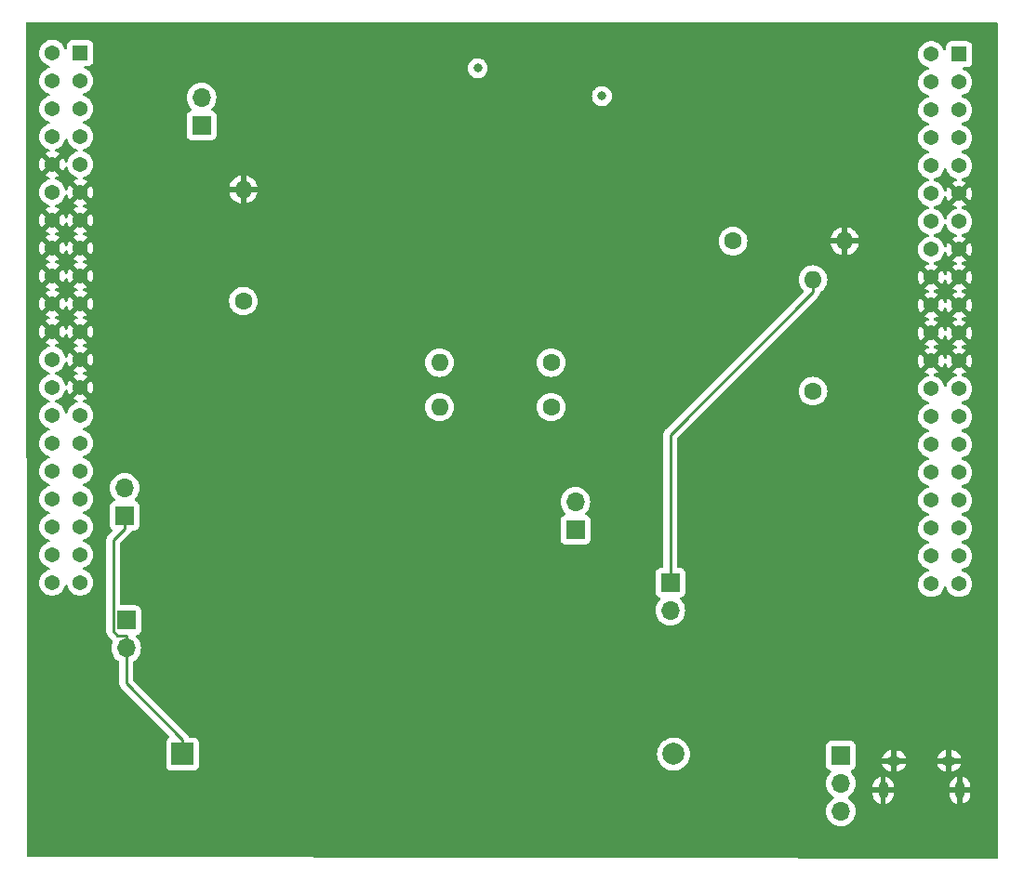
<source format=gbr>
%TF.GenerationSoftware,KiCad,Pcbnew,(7.0.0)*%
%TF.CreationDate,2023-04-04T11:39:15+02:00*%
%TF.ProjectId,overall scematic,6f766572-616c-46c2-9073-63656d617469,rev?*%
%TF.SameCoordinates,Original*%
%TF.FileFunction,Copper,L2,Bot*%
%TF.FilePolarity,Positive*%
%FSLAX46Y46*%
G04 Gerber Fmt 4.6, Leading zero omitted, Abs format (unit mm)*
G04 Created by KiCad (PCBNEW (7.0.0)) date 2023-04-04 11:39:15*
%MOMM*%
%LPD*%
G01*
G04 APERTURE LIST*
%TA.AperFunction,ComponentPad*%
%ADD10R,1.700000X1.700000*%
%TD*%
%TA.AperFunction,ComponentPad*%
%ADD11O,1.700000X1.700000*%
%TD*%
%TA.AperFunction,ComponentPad*%
%ADD12O,1.600000X1.600000*%
%TD*%
%TA.AperFunction,ComponentPad*%
%ADD13C,1.600000*%
%TD*%
%TA.AperFunction,ComponentPad*%
%ADD14R,1.370000X1.370000*%
%TD*%
%TA.AperFunction,ComponentPad*%
%ADD15C,1.370000*%
%TD*%
%TA.AperFunction,ComponentPad*%
%ADD16O,0.890000X1.550000*%
%TD*%
%TA.AperFunction,ComponentPad*%
%ADD17O,1.250000X0.950000*%
%TD*%
%TA.AperFunction,ComponentPad*%
%ADD18R,2.000000X2.000000*%
%TD*%
%TA.AperFunction,ComponentPad*%
%ADD19C,2.000000*%
%TD*%
%TA.AperFunction,ViaPad*%
%ADD20C,0.800000*%
%TD*%
%TA.AperFunction,Conductor*%
%ADD21C,0.250000*%
%TD*%
G04 APERTURE END LIST*
D10*
%TO.P,J7,1,Pin_1*%
%TO.N,Net-(J7-Pin_1)*%
X109854999Y-114421999D03*
D11*
%TO.P,J7,2,Pin_2*%
%TO.N,/Power module/V_Battery*%
X109854999Y-116961999D03*
%TD*%
D10*
%TO.P,J6,1,Pin_1*%
%TO.N,Net-(J6-Pin_1)*%
X67182999Y-72775999D03*
D11*
%TO.P,J6,2,Pin_2*%
%TO.N,/Supply_Voltage*%
X67182999Y-70235999D03*
%TD*%
D10*
%TO.P,J5,1,Pin_1*%
%TO.N,Net-(J3-BAT)*%
X60324999Y-117855999D03*
D11*
%TO.P,J5,2,Pin_2*%
%TO.N,/Battery+*%
X60324999Y-120395999D03*
%TD*%
%TO.P,J4,2,Pin_2*%
%TO.N,Net-(J4-Pin_2)*%
X60197999Y-105790999D03*
D10*
%TO.P,J4,1,Pin_1*%
%TO.N,/Battery+*%
X60197999Y-108330999D03*
%TD*%
%TO.P,J2,1,Pin_1*%
%TO.N,Vreg_Out*%
X101218999Y-109605999D03*
D11*
%TO.P,J2,2,Pin_2*%
%TO.N,/Power module/VCC*%
X101218999Y-107065999D03*
%TD*%
D12*
%TO.P,R6,2*%
%TO.N,Net-(J7-Pin_1)*%
X122845999Y-86818999D03*
D13*
%TO.P,R6,1*%
%TO.N,Net-(IC1-VCC)*%
X122846000Y-96979000D03*
%TD*%
D12*
%TO.P,R5,2*%
%TO.N,GND*%
X125729999Y-83311999D03*
D13*
%TO.P,R5,1*%
%TO.N,Net-(IC1-CS)*%
X115570000Y-83312000D03*
%TD*%
D12*
%TO.P,R4,2*%
%TO.N,Net-(J3-~{STDBY})*%
X88849999Y-94379999D03*
D13*
%TO.P,R4,1*%
%TO.N,Net-(D2-K)*%
X99010000Y-94380000D03*
%TD*%
D12*
%TO.P,R3,2*%
%TO.N,Net-(J3-~{CHRG})*%
X88849999Y-98429999D03*
D13*
%TO.P,R3,1*%
%TO.N,Net-(D1-K)*%
X99010000Y-98430000D03*
%TD*%
D12*
%TO.P,R1,2*%
%TO.N,GND*%
X70992999Y-78612999D03*
D13*
%TO.P,R1,1*%
%TO.N,Net-(J3-PROG2)*%
X70993000Y-88773000D03*
%TD*%
D10*
%TO.P,J10,1,Pin_1*%
%TO.N,/Supply_Voltage*%
X125385999Y-130174999D03*
D11*
%TO.P,J10,2,Pin_2*%
X125385999Y-132714999D03*
%TO.P,J10,3,Pin_3*%
%TO.N,Data +*%
X125385999Y-135254999D03*
%TD*%
D14*
%TO.P,J9,01*%
%TO.N,N/C*%
X56133999Y-66166999D03*
D15*
%TO.P,J9,02*%
X53594000Y-66167000D03*
%TO.P,J9,03*%
X56134000Y-68707000D03*
%TO.P,J9,04*%
X53594000Y-68707000D03*
%TO.P,J9,05*%
X56134000Y-71247000D03*
%TO.P,J9,06*%
X53594000Y-71247000D03*
%TO.P,J9,07*%
X56134000Y-73787000D03*
%TO.P,J9,08*%
X53594000Y-73787000D03*
%TO.P,J9,09*%
X56134000Y-76327000D03*
%TO.P,J9,10,10*%
%TO.N,GND*%
X53594000Y-76327000D03*
%TO.P,J9,11,11*%
X56134000Y-78867000D03*
%TO.P,J9,12,12*%
%TO.N,I2C2*%
X53594000Y-78867000D03*
%TO.P,J9,13,13*%
%TO.N,GND*%
X56134000Y-81407000D03*
%TO.P,J9,14,P14*%
X53594000Y-81407000D03*
%TO.P,J9,15,P15*%
X56134000Y-83947000D03*
%TO.P,J9,16,P16*%
X53594000Y-83947000D03*
%TO.P,J9,17,P17*%
X56134000Y-86487000D03*
%TO.P,J9,18,P18*%
X53594000Y-86487000D03*
%TO.P,J9,19,P19*%
X56134000Y-89027000D03*
%TO.P,J9,20,P20*%
X53594000Y-89027000D03*
%TO.P,J9,21,P21*%
X56134000Y-91567000D03*
%TO.P,J9,22,P22*%
X53594000Y-91567000D03*
%TO.P,J9,23,P23*%
X56134000Y-94107000D03*
%TO.P,J9,24,P24*%
%TO.N,I2C1*%
X53594000Y-94107000D03*
%TO.P,J9,25,P25*%
%TO.N,GND*%
X56134000Y-96647000D03*
%TO.P,J9,26*%
%TO.N,N/C*%
X53594000Y-96647000D03*
%TO.P,J9,27*%
X56134000Y-99187000D03*
%TO.P,J9,28*%
X53594000Y-99187000D03*
%TO.P,J9,29*%
X56134000Y-101727000D03*
%TO.P,J9,30*%
X53594000Y-101727000D03*
%TO.P,J9,31*%
X56134000Y-104267000D03*
%TO.P,J9,32*%
X53594000Y-104267000D03*
%TO.P,J9,33*%
X56134000Y-106807000D03*
%TO.P,J9,34*%
X53594000Y-106807000D03*
%TO.P,J9,35*%
X56134000Y-109347000D03*
%TO.P,J9,36*%
X53594000Y-109347000D03*
%TO.P,J9,37*%
X56134000Y-111887000D03*
%TO.P,J9,38*%
X53594000Y-111887000D03*
%TO.P,J9,39*%
X56134000Y-114427000D03*
%TO.P,J9,40*%
X53594000Y-114427000D03*
%TD*%
D14*
%TO.P,J8,01*%
%TO.N,N/C*%
X136143999Y-66293999D03*
D15*
%TO.P,J8,02*%
X133604000Y-66294000D03*
%TO.P,J8,03*%
X136144000Y-68834000D03*
%TO.P,J8,04*%
X133604000Y-68834000D03*
%TO.P,J8,05*%
X136144000Y-71374000D03*
%TO.P,J8,06*%
X133604000Y-71374000D03*
%TO.P,J8,07*%
X136144000Y-73914000D03*
%TO.P,J8,08*%
X133604000Y-73914000D03*
%TO.P,J8,09*%
X136144000Y-76454000D03*
%TO.P,J8,10,10*%
%TO.N,/Micro controller pin outs/NRST*%
X133604000Y-76454000D03*
%TO.P,J8,11,11*%
%TO.N,GND*%
X136144000Y-78994000D03*
%TO.P,J8,12,12*%
%TO.N,/Micro controller pin outs/PB6*%
X133604000Y-78994000D03*
%TO.P,J8,13,13*%
%TO.N,/Micro controller pin outs/PA0*%
X136144000Y-81534000D03*
%TO.P,J8,14,P14*%
%TO.N,/Micro controller pin outs/Analogue_out*%
X133604000Y-81534000D03*
%TO.P,J8,15,P15*%
%TO.N,GND*%
X136144000Y-84074000D03*
%TO.P,J8,16,P16*%
%TO.N,/SCL*%
X133604000Y-84074000D03*
%TO.P,J8,17,P17*%
%TO.N,GND*%
X136144000Y-86614000D03*
%TO.P,J8,18,P18*%
X133604000Y-86614000D03*
%TO.P,J8,19,P19*%
X136144000Y-89154000D03*
%TO.P,J8,20,P20*%
X133604000Y-89154000D03*
%TO.P,J8,21,P21*%
X136144000Y-91694000D03*
%TO.P,J8,22,P22*%
X133604000Y-91694000D03*
%TO.P,J8,23,P23*%
X136144000Y-94234000D03*
%TO.P,J8,24,P24*%
X133604000Y-94234000D03*
%TO.P,J8,25,P25*%
%TO.N,/Micro controller pin outs/PB7*%
X136144000Y-96774000D03*
%TO.P,J8,26*%
%TO.N,N/C*%
X133604000Y-96774000D03*
%TO.P,J8,27*%
X136144000Y-99314000D03*
%TO.P,J8,28*%
X133604000Y-99314000D03*
%TO.P,J8,29*%
X136144000Y-101854000D03*
%TO.P,J8,30*%
X133604000Y-101854000D03*
%TO.P,J8,31*%
X136144000Y-104394000D03*
%TO.P,J8,32*%
X133604000Y-104394000D03*
%TO.P,J8,33*%
X136144000Y-106934000D03*
%TO.P,J8,34*%
X133604000Y-106934000D03*
%TO.P,J8,35*%
X136144000Y-109474000D03*
%TO.P,J8,36*%
X133604000Y-109474000D03*
%TO.P,J8,37*%
X136144000Y-112014000D03*
%TO.P,J8,38*%
X133604000Y-112014000D03*
%TO.P,J8,39*%
X136144000Y-114554000D03*
%TO.P,J8,40*%
X133604000Y-114554000D03*
%TD*%
D16*
%TO.P,J1,6,Shield*%
%TO.N,GND*%
X129230999Y-133349999D03*
D17*
X130230999Y-130649999D03*
D16*
X136230999Y-133349999D03*
D17*
X135230999Y-130649999D03*
%TD*%
D18*
%TO.P,BT1,1,+*%
%TO.N,/Battery+*%
X65456999Y-130047999D03*
D19*
%TO.P,BT1,2,-*%
%TO.N,/Battery-*%
X110157000Y-130048000D03*
%TD*%
D20*
%TO.N,/Supply_Voltage*%
X92329000Y-67564000D03*
X103632000Y-70104000D03*
%TO.N,GND*%
X110490000Y-83058000D03*
X90805000Y-70104000D03*
X97663000Y-70485000D03*
X118110000Y-98806000D03*
X61341000Y-84836000D03*
X62992000Y-97409000D03*
X66675000Y-108077000D03*
X76073000Y-92075000D03*
X74930000Y-96139000D03*
X79756000Y-89535000D03*
%TD*%
D21*
%TO.N,Net-(J7-Pin_1)*%
X109855000Y-100935000D02*
X109855000Y-114422000D01*
X122846000Y-87944100D02*
X109855000Y-100935000D01*
X122846000Y-86819000D02*
X122846000Y-87944100D01*
%TO.N,GND*%
X133604000Y-91694000D02*
X133477000Y-91567000D01*
%TO.N,/Micro controller pin outs/NRST*%
X133604000Y-76454000D02*
X133754500Y-76303600D01*
X133754500Y-76303600D02*
X133905000Y-76153200D01*
%TO.N,/Battery+*%
X60325000Y-123591000D02*
X60325000Y-120396000D01*
X65457000Y-128723000D02*
X60325000Y-123591000D01*
X65457000Y-130048000D02*
X65457000Y-128723000D01*
X60198000Y-109506000D02*
X60198000Y-108331000D01*
X59149800Y-110554000D02*
X60198000Y-109506000D01*
X59149800Y-118854000D02*
X59149800Y-110554000D01*
X59517100Y-119221000D02*
X59149800Y-118854000D01*
X60325000Y-119221000D02*
X59517100Y-119221000D01*
X60325000Y-120396000D02*
X60325000Y-119221000D01*
%TD*%
%TA.AperFunction,Conductor*%
%TO.N,GND*%
G36*
X139637500Y-63390113D02*
G01*
X139682887Y-63435500D01*
X139699500Y-63497500D01*
X139699500Y-139448321D01*
X139682857Y-139510372D01*
X139637397Y-139555767D01*
X139575323Y-139572320D01*
X103714747Y-139520796D01*
X51432114Y-139445677D01*
X51370249Y-139429039D01*
X51324944Y-139383745D01*
X51308292Y-139321886D01*
X51301502Y-135255000D01*
X124030341Y-135255000D01*
X124050937Y-135490408D01*
X124052336Y-135495630D01*
X124052337Y-135495634D01*
X124110694Y-135713430D01*
X124110697Y-135713438D01*
X124112097Y-135718663D01*
X124114385Y-135723570D01*
X124114386Y-135723572D01*
X124209678Y-135927927D01*
X124209681Y-135927933D01*
X124211965Y-135932830D01*
X124215064Y-135937257D01*
X124215066Y-135937259D01*
X124344399Y-136121966D01*
X124344402Y-136121970D01*
X124347505Y-136126401D01*
X124514599Y-136293495D01*
X124708170Y-136429035D01*
X124922337Y-136528903D01*
X125150592Y-136590063D01*
X125386000Y-136610659D01*
X125621408Y-136590063D01*
X125849663Y-136528903D01*
X126063830Y-136429035D01*
X126257401Y-136293495D01*
X126424495Y-136126401D01*
X126560035Y-135932830D01*
X126659903Y-135718663D01*
X126721063Y-135490408D01*
X126741659Y-135255000D01*
X126721063Y-135019592D01*
X126659903Y-134791337D01*
X126560035Y-134577171D01*
X126424495Y-134383599D01*
X126257401Y-134216505D01*
X126252968Y-134213401D01*
X126252961Y-134213395D01*
X126071842Y-134086575D01*
X126032976Y-134042257D01*
X126018965Y-133985000D01*
X126032976Y-133927743D01*
X126071842Y-133883425D01*
X126252961Y-133756604D01*
X126252961Y-133756603D01*
X126257401Y-133753495D01*
X126286118Y-133724778D01*
X128286000Y-133724778D01*
X128286317Y-133731043D01*
X128299935Y-133864955D01*
X128302453Y-133877206D01*
X128356223Y-134048584D01*
X128361160Y-134060089D01*
X128448325Y-134217130D01*
X128455476Y-134227405D01*
X128572468Y-134363683D01*
X128581548Y-134372315D01*
X128723573Y-134482250D01*
X128734200Y-134488875D01*
X128895459Y-134567976D01*
X128907193Y-134572321D01*
X128967254Y-134587872D01*
X128978464Y-134588157D01*
X128980324Y-134580143D01*
X129481000Y-134580143D01*
X129483720Y-134591228D01*
X129495062Y-134589929D01*
X129643418Y-134534985D01*
X129654659Y-134529471D01*
X129807086Y-134434463D01*
X129816980Y-134426804D01*
X129947167Y-134303052D01*
X129955314Y-134293561D01*
X130057927Y-134146133D01*
X130063996Y-134135199D01*
X130134832Y-133970131D01*
X130138575Y-133958201D01*
X130174734Y-133782254D01*
X130176000Y-133769809D01*
X130176000Y-133724778D01*
X135286000Y-133724778D01*
X135286317Y-133731043D01*
X135299935Y-133864955D01*
X135302453Y-133877206D01*
X135356223Y-134048584D01*
X135361160Y-134060089D01*
X135448325Y-134217130D01*
X135455476Y-134227405D01*
X135572468Y-134363683D01*
X135581548Y-134372315D01*
X135723573Y-134482250D01*
X135734200Y-134488875D01*
X135895459Y-134567976D01*
X135907193Y-134572321D01*
X135967254Y-134587872D01*
X135978464Y-134588157D01*
X135980324Y-134580143D01*
X136481000Y-134580143D01*
X136483720Y-134591228D01*
X136495062Y-134589929D01*
X136643418Y-134534985D01*
X136654659Y-134529471D01*
X136807086Y-134434463D01*
X136816980Y-134426804D01*
X136947167Y-134303052D01*
X136955314Y-134293561D01*
X137057927Y-134146133D01*
X137063996Y-134135199D01*
X137134832Y-133970131D01*
X137138575Y-133958201D01*
X137174734Y-133782254D01*
X137176000Y-133769809D01*
X137176000Y-133616326D01*
X137172549Y-133603450D01*
X137159674Y-133600000D01*
X136497326Y-133600000D01*
X136484450Y-133603450D01*
X136481000Y-133616326D01*
X136481000Y-134580143D01*
X135980324Y-134580143D01*
X135981000Y-134577232D01*
X135981000Y-133616326D01*
X135977549Y-133603450D01*
X135964674Y-133600000D01*
X135302326Y-133600000D01*
X135289450Y-133603450D01*
X135286000Y-133616326D01*
X135286000Y-133724778D01*
X130176000Y-133724778D01*
X130176000Y-133616326D01*
X130172549Y-133603450D01*
X130159674Y-133600000D01*
X129497326Y-133600000D01*
X129484450Y-133603450D01*
X129481000Y-133616326D01*
X129481000Y-134580143D01*
X128980324Y-134580143D01*
X128981000Y-134577232D01*
X128981000Y-133616326D01*
X128977549Y-133603450D01*
X128964674Y-133600000D01*
X128302326Y-133600000D01*
X128289450Y-133603450D01*
X128286000Y-133616326D01*
X128286000Y-133724778D01*
X126286118Y-133724778D01*
X126424495Y-133586401D01*
X126560035Y-133392830D01*
X126659903Y-133178663D01*
X126685355Y-133083674D01*
X128286000Y-133083674D01*
X128289450Y-133096549D01*
X128302326Y-133100000D01*
X128964674Y-133100000D01*
X128977549Y-133096549D01*
X128981000Y-133083674D01*
X129481000Y-133083674D01*
X129484450Y-133096549D01*
X129497326Y-133100000D01*
X130159674Y-133100000D01*
X130172549Y-133096549D01*
X130176000Y-133083674D01*
X135286000Y-133083674D01*
X135289450Y-133096549D01*
X135302326Y-133100000D01*
X135964674Y-133100000D01*
X135977549Y-133096549D01*
X135981000Y-133083674D01*
X136481000Y-133083674D01*
X136484450Y-133096549D01*
X136497326Y-133100000D01*
X137159674Y-133100000D01*
X137172549Y-133096549D01*
X137176000Y-133083674D01*
X137176000Y-132975222D01*
X137175682Y-132968956D01*
X137162064Y-132835044D01*
X137159546Y-132822793D01*
X137105776Y-132651415D01*
X137100839Y-132639910D01*
X137013674Y-132482869D01*
X137006523Y-132472594D01*
X136889531Y-132336316D01*
X136880451Y-132327684D01*
X136738426Y-132217749D01*
X136727799Y-132211124D01*
X136566540Y-132132023D01*
X136554806Y-132127678D01*
X136494745Y-132112127D01*
X136483535Y-132111842D01*
X136481000Y-132122768D01*
X136481000Y-133083674D01*
X135981000Y-133083674D01*
X135981000Y-132119857D01*
X135978279Y-132108771D01*
X135966937Y-132110070D01*
X135818581Y-132165014D01*
X135807340Y-132170528D01*
X135654913Y-132265536D01*
X135645019Y-132273195D01*
X135514832Y-132396947D01*
X135506685Y-132406438D01*
X135404072Y-132553866D01*
X135398003Y-132564800D01*
X135327167Y-132729868D01*
X135323424Y-132741798D01*
X135287265Y-132917745D01*
X135286000Y-132930191D01*
X135286000Y-133083674D01*
X130176000Y-133083674D01*
X130176000Y-132975222D01*
X130175682Y-132968956D01*
X130162064Y-132835044D01*
X130159546Y-132822793D01*
X130105776Y-132651415D01*
X130100839Y-132639910D01*
X130013674Y-132482869D01*
X130006523Y-132472594D01*
X129889531Y-132336316D01*
X129880451Y-132327684D01*
X129738426Y-132217749D01*
X129727799Y-132211124D01*
X129566540Y-132132023D01*
X129554806Y-132127678D01*
X129494745Y-132112127D01*
X129483535Y-132111842D01*
X129481000Y-132122768D01*
X129481000Y-133083674D01*
X128981000Y-133083674D01*
X128981000Y-132119857D01*
X128978279Y-132108771D01*
X128966937Y-132110070D01*
X128818581Y-132165014D01*
X128807340Y-132170528D01*
X128654913Y-132265536D01*
X128645019Y-132273195D01*
X128514832Y-132396947D01*
X128506685Y-132406438D01*
X128404072Y-132553866D01*
X128398003Y-132564800D01*
X128327167Y-132729868D01*
X128323424Y-132741798D01*
X128287265Y-132917745D01*
X128286000Y-132930191D01*
X128286000Y-133083674D01*
X126685355Y-133083674D01*
X126721063Y-132950408D01*
X126741659Y-132715000D01*
X126721063Y-132479592D01*
X126659903Y-132251337D01*
X126560035Y-132037171D01*
X126424495Y-131843599D01*
X126302568Y-131721672D01*
X126271273Y-131668927D01*
X126269084Y-131607634D01*
X126296537Y-131552789D01*
X126346916Y-131517810D01*
X126478331Y-131468796D01*
X126593546Y-131382546D01*
X126679796Y-131267331D01*
X126730091Y-131132483D01*
X126736500Y-131072873D01*
X126736500Y-130902720D01*
X129137779Y-130902720D01*
X129139078Y-130914063D01*
X129198939Y-131075695D01*
X129204453Y-131086937D01*
X129302691Y-131244544D01*
X129310352Y-131254440D01*
X129438302Y-131389043D01*
X129447803Y-131397200D01*
X129600224Y-131503288D01*
X129611169Y-131509364D01*
X129781841Y-131582604D01*
X129793771Y-131586347D01*
X129967481Y-131622046D01*
X129978562Y-131621836D01*
X129981000Y-131611023D01*
X129981000Y-131602466D01*
X130481000Y-131602466D01*
X130484779Y-131615676D01*
X130498301Y-131618099D01*
X130572025Y-131610602D01*
X130584276Y-131608084D01*
X130761475Y-131552487D01*
X130772981Y-131547550D01*
X130935357Y-131457424D01*
X130945632Y-131450273D01*
X131086539Y-131329307D01*
X131095171Y-131320227D01*
X131208841Y-131173377D01*
X131215466Y-131162750D01*
X131297254Y-130996013D01*
X131301598Y-130984283D01*
X131319862Y-130913742D01*
X131320141Y-130902720D01*
X134137779Y-130902720D01*
X134139078Y-130914063D01*
X134198939Y-131075695D01*
X134204453Y-131086937D01*
X134302691Y-131244544D01*
X134310352Y-131254440D01*
X134438302Y-131389043D01*
X134447803Y-131397200D01*
X134600224Y-131503288D01*
X134611169Y-131509364D01*
X134781841Y-131582604D01*
X134793771Y-131586347D01*
X134967481Y-131622046D01*
X134978562Y-131621836D01*
X134981000Y-131611023D01*
X134981000Y-131602466D01*
X135481000Y-131602466D01*
X135484779Y-131615676D01*
X135498301Y-131618099D01*
X135572025Y-131610602D01*
X135584276Y-131608084D01*
X135761475Y-131552487D01*
X135772981Y-131547550D01*
X135935357Y-131457424D01*
X135945632Y-131450273D01*
X136086539Y-131329307D01*
X136095171Y-131320227D01*
X136208841Y-131173377D01*
X136215466Y-131162750D01*
X136297254Y-130996013D01*
X136301598Y-130984283D01*
X136319862Y-130913742D01*
X136320146Y-130902535D01*
X136309221Y-130900000D01*
X135497326Y-130900000D01*
X135484450Y-130903450D01*
X135481000Y-130916326D01*
X135481000Y-131602466D01*
X134981000Y-131602466D01*
X134981000Y-130916326D01*
X134977549Y-130903450D01*
X134964674Y-130900000D01*
X134148865Y-130900000D01*
X134137779Y-130902720D01*
X131320141Y-130902720D01*
X131320146Y-130902535D01*
X131309221Y-130900000D01*
X130497326Y-130900000D01*
X130484450Y-130903450D01*
X130481000Y-130916326D01*
X130481000Y-131602466D01*
X129981000Y-131602466D01*
X129981000Y-130916326D01*
X129977549Y-130903450D01*
X129964674Y-130900000D01*
X129148865Y-130900000D01*
X129137779Y-130902720D01*
X126736500Y-130902720D01*
X126736500Y-130397464D01*
X129141853Y-130397464D01*
X129152779Y-130400000D01*
X129964674Y-130400000D01*
X129977549Y-130396549D01*
X129981000Y-130383674D01*
X130481000Y-130383674D01*
X130484450Y-130396549D01*
X130497326Y-130400000D01*
X131313135Y-130400000D01*
X131323466Y-130397464D01*
X134141853Y-130397464D01*
X134152779Y-130400000D01*
X134964674Y-130400000D01*
X134977549Y-130396549D01*
X134981000Y-130383674D01*
X135481000Y-130383674D01*
X135484450Y-130396549D01*
X135497326Y-130400000D01*
X136313135Y-130400000D01*
X136324220Y-130397279D01*
X136322921Y-130385936D01*
X136263060Y-130224304D01*
X136257546Y-130213062D01*
X136159308Y-130055455D01*
X136151647Y-130045559D01*
X136023697Y-129910956D01*
X136014196Y-129902799D01*
X135861775Y-129796711D01*
X135850830Y-129790635D01*
X135680158Y-129717395D01*
X135668228Y-129713652D01*
X135494518Y-129677953D01*
X135483437Y-129678163D01*
X135481000Y-129688977D01*
X135481000Y-130383674D01*
X134981000Y-130383674D01*
X134981000Y-129697534D01*
X134977220Y-129684323D01*
X134963698Y-129681900D01*
X134889974Y-129689397D01*
X134877723Y-129691915D01*
X134700524Y-129747512D01*
X134689018Y-129752449D01*
X134526642Y-129842575D01*
X134516367Y-129849726D01*
X134375460Y-129970692D01*
X134366828Y-129979772D01*
X134253158Y-130126622D01*
X134246533Y-130137249D01*
X134164745Y-130303986D01*
X134160401Y-130315716D01*
X134142137Y-130386257D01*
X134141853Y-130397464D01*
X131323466Y-130397464D01*
X131324220Y-130397279D01*
X131322921Y-130385936D01*
X131263060Y-130224304D01*
X131257546Y-130213062D01*
X131159308Y-130055455D01*
X131151647Y-130045559D01*
X131023697Y-129910956D01*
X131014196Y-129902799D01*
X130861775Y-129796711D01*
X130850830Y-129790635D01*
X130680158Y-129717395D01*
X130668228Y-129713652D01*
X130494518Y-129677953D01*
X130483437Y-129678163D01*
X130481000Y-129688977D01*
X130481000Y-130383674D01*
X129981000Y-130383674D01*
X129981000Y-129697534D01*
X129977220Y-129684323D01*
X129963698Y-129681900D01*
X129889974Y-129689397D01*
X129877723Y-129691915D01*
X129700524Y-129747512D01*
X129689018Y-129752449D01*
X129526642Y-129842575D01*
X129516367Y-129849726D01*
X129375460Y-129970692D01*
X129366828Y-129979772D01*
X129253158Y-130126622D01*
X129246533Y-130137249D01*
X129164745Y-130303986D01*
X129160401Y-130315716D01*
X129142137Y-130386257D01*
X129141853Y-130397464D01*
X126736500Y-130397464D01*
X126736499Y-129277128D01*
X126730091Y-129217517D01*
X126679796Y-129082669D01*
X126593546Y-128967454D01*
X126567867Y-128948231D01*
X126485431Y-128886519D01*
X126485430Y-128886518D01*
X126478331Y-128881204D01*
X126343483Y-128830909D01*
X126335770Y-128830079D01*
X126335767Y-128830079D01*
X126287180Y-128824855D01*
X126287169Y-128824854D01*
X126283873Y-128824500D01*
X126280550Y-128824500D01*
X124491439Y-128824500D01*
X124491420Y-128824500D01*
X124488128Y-128824501D01*
X124484850Y-128824853D01*
X124484838Y-128824854D01*
X124436231Y-128830079D01*
X124436225Y-128830080D01*
X124428517Y-128830909D01*
X124421252Y-128833618D01*
X124421246Y-128833620D01*
X124301980Y-128878104D01*
X124301978Y-128878104D01*
X124293669Y-128881204D01*
X124286572Y-128886516D01*
X124286568Y-128886519D01*
X124185550Y-128962141D01*
X124185546Y-128962144D01*
X124178454Y-128967454D01*
X124173144Y-128974546D01*
X124173141Y-128974550D01*
X124097519Y-129075568D01*
X124097516Y-129075572D01*
X124092204Y-129082669D01*
X124089104Y-129090978D01*
X124089104Y-129090980D01*
X124044620Y-129210247D01*
X124044619Y-129210250D01*
X124041909Y-129217517D01*
X124041079Y-129225227D01*
X124041079Y-129225232D01*
X124035855Y-129273819D01*
X124035854Y-129273831D01*
X124035500Y-129277127D01*
X124035500Y-129280448D01*
X124035500Y-129280449D01*
X124035500Y-131069560D01*
X124035500Y-131069578D01*
X124035501Y-131072872D01*
X124035853Y-131076150D01*
X124035854Y-131076161D01*
X124041079Y-131124768D01*
X124041080Y-131124773D01*
X124041909Y-131132483D01*
X124044619Y-131139749D01*
X124044620Y-131139753D01*
X124053199Y-131162753D01*
X124092204Y-131267331D01*
X124178454Y-131382546D01*
X124293669Y-131468796D01*
X124402438Y-131509364D01*
X124425082Y-131517810D01*
X124475462Y-131552789D01*
X124502915Y-131607633D01*
X124500726Y-131668926D01*
X124469430Y-131721673D01*
X124347505Y-131843599D01*
X124344402Y-131848029D01*
X124344399Y-131848034D01*
X124215073Y-132032731D01*
X124215068Y-132032738D01*
X124211965Y-132037171D01*
X124209677Y-132042077D01*
X124209675Y-132042081D01*
X124114386Y-132246427D01*
X124114383Y-132246432D01*
X124112097Y-132251337D01*
X124110698Y-132256557D01*
X124110694Y-132256569D01*
X124052337Y-132474365D01*
X124052335Y-132474371D01*
X124050937Y-132479592D01*
X124050465Y-132484977D01*
X124050465Y-132484982D01*
X124043482Y-132564800D01*
X124030341Y-132715000D01*
X124050937Y-132950408D01*
X124052336Y-132955630D01*
X124052337Y-132955634D01*
X124110694Y-133173430D01*
X124110697Y-133173438D01*
X124112097Y-133178663D01*
X124114385Y-133183570D01*
X124114386Y-133183572D01*
X124209678Y-133387927D01*
X124209681Y-133387933D01*
X124211965Y-133392830D01*
X124215064Y-133397257D01*
X124215066Y-133397259D01*
X124344399Y-133581966D01*
X124344402Y-133581970D01*
X124347505Y-133586401D01*
X124514599Y-133753495D01*
X124519032Y-133756599D01*
X124519038Y-133756604D01*
X124700158Y-133883425D01*
X124739024Y-133927743D01*
X124753035Y-133985000D01*
X124739024Y-134042257D01*
X124700159Y-134086575D01*
X124519041Y-134213395D01*
X124514599Y-134216505D01*
X124510775Y-134220328D01*
X124510769Y-134220334D01*
X124351334Y-134379769D01*
X124351328Y-134379775D01*
X124347505Y-134383599D01*
X124344402Y-134388029D01*
X124344399Y-134388034D01*
X124215073Y-134572731D01*
X124215068Y-134572738D01*
X124211965Y-134577171D01*
X124209677Y-134582077D01*
X124209675Y-134582081D01*
X124114386Y-134786427D01*
X124114383Y-134786432D01*
X124112097Y-134791337D01*
X124110698Y-134796557D01*
X124110694Y-134796569D01*
X124052337Y-135014365D01*
X124052335Y-135014371D01*
X124050937Y-135019592D01*
X124030341Y-135255000D01*
X51301502Y-135255000D01*
X51266731Y-114427000D01*
X52403421Y-114427000D01*
X52423693Y-114645768D01*
X52483818Y-114857087D01*
X52486370Y-114862213D01*
X52486372Y-114862217D01*
X52579194Y-115048629D01*
X52579196Y-115048633D01*
X52581749Y-115053759D01*
X52585198Y-115058326D01*
X52585201Y-115058331D01*
X52673781Y-115175629D01*
X52714152Y-115229088D01*
X52718388Y-115232949D01*
X52718392Y-115232954D01*
X52829946Y-115334649D01*
X52876516Y-115377103D01*
X52881383Y-115380116D01*
X52881385Y-115380118D01*
X52892099Y-115386752D01*
X53063313Y-115492763D01*
X53268183Y-115572129D01*
X53484147Y-115612500D01*
X53698124Y-115612500D01*
X53703853Y-115612500D01*
X53919817Y-115572129D01*
X54124687Y-115492763D01*
X54311484Y-115377103D01*
X54473848Y-115229088D01*
X54606251Y-115053759D01*
X54704182Y-114857087D01*
X54744734Y-114714559D01*
X54777133Y-114660006D01*
X54832275Y-114628621D01*
X54895725Y-114628621D01*
X54950867Y-114660006D01*
X54983265Y-114714559D01*
X55023818Y-114857087D01*
X55026370Y-114862213D01*
X55026372Y-114862217D01*
X55119194Y-115048629D01*
X55119196Y-115048633D01*
X55121749Y-115053759D01*
X55125198Y-115058326D01*
X55125201Y-115058331D01*
X55213781Y-115175629D01*
X55254152Y-115229088D01*
X55258388Y-115232949D01*
X55258392Y-115232954D01*
X55369946Y-115334649D01*
X55416516Y-115377103D01*
X55421383Y-115380116D01*
X55421385Y-115380118D01*
X55432099Y-115386752D01*
X55603313Y-115492763D01*
X55808183Y-115572129D01*
X56024147Y-115612500D01*
X56238124Y-115612500D01*
X56243853Y-115612500D01*
X56459817Y-115572129D01*
X56664687Y-115492763D01*
X56851484Y-115377103D01*
X57013848Y-115229088D01*
X57146251Y-115053759D01*
X57244182Y-114857087D01*
X57304307Y-114645768D01*
X57324579Y-114427000D01*
X57304307Y-114208232D01*
X57244182Y-113996913D01*
X57146251Y-113800241D01*
X57109754Y-113751912D01*
X57017305Y-113629490D01*
X57013848Y-113624912D01*
X57009611Y-113621049D01*
X57009607Y-113621045D01*
X56863923Y-113488237D01*
X56851484Y-113476897D01*
X56846618Y-113473884D01*
X56846614Y-113473881D01*
X56669559Y-113364253D01*
X56669553Y-113364250D01*
X56664687Y-113361237D01*
X56659345Y-113359167D01*
X56659342Y-113359166D01*
X56465159Y-113283940D01*
X56465154Y-113283938D01*
X56459817Y-113281871D01*
X56454186Y-113280818D01*
X56454185Y-113280818D01*
X56443865Y-113278889D01*
X56383111Y-113248638D01*
X56347383Y-113190934D01*
X56347383Y-113123066D01*
X56383111Y-113065362D01*
X56443865Y-113035111D01*
X56444231Y-113035042D01*
X56459817Y-113032129D01*
X56664687Y-112952763D01*
X56851484Y-112837103D01*
X57013848Y-112689088D01*
X57146251Y-112513759D01*
X57244182Y-112317087D01*
X57304307Y-112105768D01*
X57324579Y-111887000D01*
X57304307Y-111668232D01*
X57244182Y-111456913D01*
X57146251Y-111260241D01*
X57109754Y-111211912D01*
X57017305Y-111089490D01*
X57013848Y-111084912D01*
X57009611Y-111081049D01*
X57009607Y-111081045D01*
X56862982Y-110947379D01*
X56851484Y-110936897D01*
X56846618Y-110933884D01*
X56846614Y-110933881D01*
X56669559Y-110824253D01*
X56669553Y-110824250D01*
X56664687Y-110821237D01*
X56659345Y-110819167D01*
X56659342Y-110819166D01*
X56465159Y-110743940D01*
X56465154Y-110743938D01*
X56459817Y-110741871D01*
X56454186Y-110740818D01*
X56454185Y-110740818D01*
X56443865Y-110738889D01*
X56383111Y-110708638D01*
X56347383Y-110650934D01*
X56347383Y-110583066D01*
X56377678Y-110534136D01*
X58519642Y-110534136D01*
X58520374Y-110541889D01*
X58520374Y-110541896D01*
X58523751Y-110577648D01*
X58524300Y-110589306D01*
X58524300Y-118776192D01*
X58523772Y-118787441D01*
X58522103Y-118794924D01*
X58522351Y-118802722D01*
X58522351Y-118802725D01*
X58524237Y-118861965D01*
X58524300Y-118865910D01*
X58524300Y-118893350D01*
X58524788Y-118897214D01*
X58524789Y-118897229D01*
X58524823Y-118897497D01*
X58525736Y-118909077D01*
X58526882Y-118945084D01*
X58526882Y-118945089D01*
X58527131Y-118952882D01*
X58532687Y-118971977D01*
X58536643Y-118991066D01*
X58539136Y-119010792D01*
X58542006Y-119018041D01*
X58542007Y-119018044D01*
X58555272Y-119051548D01*
X58559040Y-119062547D01*
X58569105Y-119097135D01*
X58571285Y-119104626D01*
X58575257Y-119111336D01*
X58581411Y-119121733D01*
X58589993Y-119139244D01*
X58597314Y-119157732D01*
X58601898Y-119164041D01*
X58623074Y-119193187D01*
X58629464Y-119202911D01*
X58647811Y-119233907D01*
X58647814Y-119233912D01*
X58651788Y-119240624D01*
X58665851Y-119254676D01*
X58678523Y-119269507D01*
X58690206Y-119285587D01*
X58723982Y-119313529D01*
X58732570Y-119321340D01*
X58932162Y-119520769D01*
X59019986Y-119608521D01*
X59027308Y-119616564D01*
X59031314Y-119622877D01*
X59036996Y-119628213D01*
X59037003Y-119628221D01*
X59079996Y-119668593D01*
X59109368Y-119710800D01*
X59119092Y-119761293D01*
X59107495Y-119811389D01*
X59053388Y-119927422D01*
X59053384Y-119927430D01*
X59051097Y-119932337D01*
X59049698Y-119937557D01*
X59049694Y-119937569D01*
X58991337Y-120155365D01*
X58991335Y-120155371D01*
X58989937Y-120160592D01*
X58969341Y-120396000D01*
X58989937Y-120631408D01*
X58991336Y-120636630D01*
X58991337Y-120636634D01*
X59049694Y-120854430D01*
X59049697Y-120854438D01*
X59051097Y-120859663D01*
X59053385Y-120864570D01*
X59053386Y-120864572D01*
X59148678Y-121068927D01*
X59148681Y-121068933D01*
X59150965Y-121073830D01*
X59154064Y-121078257D01*
X59154066Y-121078259D01*
X59283399Y-121262966D01*
X59283402Y-121262970D01*
X59286505Y-121267401D01*
X59453599Y-121434495D01*
X59458031Y-121437598D01*
X59458033Y-121437600D01*
X59646624Y-121569653D01*
X59685489Y-121613971D01*
X59699500Y-121671228D01*
X59699500Y-123513225D01*
X59698978Y-123524280D01*
X59697327Y-123531667D01*
X59697571Y-123539453D01*
X59697571Y-123539461D01*
X59699439Y-123598873D01*
X59699500Y-123602768D01*
X59699500Y-123630350D01*
X59699988Y-123634219D01*
X59699989Y-123634225D01*
X59700004Y-123634343D01*
X59700918Y-123645966D01*
X59702045Y-123681830D01*
X59702046Y-123681837D01*
X59702291Y-123689627D01*
X59704467Y-123697119D01*
X59704468Y-123697121D01*
X59707879Y-123708862D01*
X59711825Y-123727915D01*
X59714336Y-123747792D01*
X59717206Y-123755042D01*
X59717208Y-123755048D01*
X59730414Y-123788404D01*
X59734197Y-123799451D01*
X59746382Y-123841390D01*
X59750353Y-123848105D01*
X59750354Y-123848107D01*
X59756581Y-123858637D01*
X59765136Y-123876099D01*
X59769642Y-123887480D01*
X59769643Y-123887483D01*
X59772514Y-123894732D01*
X59794440Y-123924912D01*
X59798181Y-123930060D01*
X59804593Y-123939822D01*
X59822856Y-123970702D01*
X59822859Y-123970707D01*
X59826830Y-123977420D01*
X59832345Y-123982935D01*
X59840990Y-123991580D01*
X59853626Y-124006374D01*
X59860819Y-124016275D01*
X59860823Y-124016279D01*
X59865406Y-124022587D01*
X59871415Y-124027558D01*
X59871416Y-124027559D01*
X59899058Y-124050426D01*
X59907699Y-124058289D01*
X64253023Y-128403613D01*
X64282996Y-128452134D01*
X64288080Y-128508940D01*
X64267199Y-128562012D01*
X64224771Y-128600125D01*
X64222972Y-128601107D01*
X64214669Y-128604204D01*
X64207578Y-128609511D01*
X64207571Y-128609516D01*
X64106550Y-128685141D01*
X64106546Y-128685144D01*
X64099454Y-128690454D01*
X64094144Y-128697546D01*
X64094141Y-128697550D01*
X64018519Y-128798568D01*
X64018516Y-128798572D01*
X64013204Y-128805669D01*
X64010104Y-128813978D01*
X64010104Y-128813980D01*
X63965620Y-128933247D01*
X63965619Y-128933250D01*
X63962909Y-128940517D01*
X63962079Y-128948227D01*
X63962079Y-128948232D01*
X63956855Y-128996819D01*
X63956854Y-128996831D01*
X63956500Y-129000127D01*
X63956500Y-129003448D01*
X63956500Y-129003449D01*
X63956500Y-131092560D01*
X63956500Y-131092578D01*
X63956501Y-131095872D01*
X63956853Y-131099150D01*
X63956854Y-131099161D01*
X63962079Y-131147768D01*
X63962080Y-131147773D01*
X63962909Y-131155483D01*
X63965619Y-131162749D01*
X63965620Y-131162753D01*
X63969583Y-131173377D01*
X64013204Y-131290331D01*
X64018518Y-131297430D01*
X64018519Y-131297431D01*
X64024425Y-131305321D01*
X64099454Y-131405546D01*
X64214669Y-131491796D01*
X64349517Y-131542091D01*
X64409127Y-131548500D01*
X66504872Y-131548499D01*
X66564483Y-131542091D01*
X66699331Y-131491796D01*
X66814546Y-131405546D01*
X66900796Y-131290331D01*
X66951091Y-131155483D01*
X66957500Y-131095873D01*
X66957499Y-130048000D01*
X108651357Y-130048000D01*
X108651781Y-130053117D01*
X108671467Y-130290701D01*
X108671468Y-130290709D01*
X108671892Y-130295821D01*
X108673149Y-130300788D01*
X108673151Y-130300795D01*
X108731678Y-130531910D01*
X108732937Y-130536881D01*
X108734997Y-130541577D01*
X108830766Y-130759910D01*
X108830769Y-130759916D01*
X108832827Y-130764607D01*
X108835627Y-130768893D01*
X108835631Y-130768900D01*
X108963675Y-130964885D01*
X108968836Y-130972785D01*
X108972310Y-130976559D01*
X108972311Y-130976560D01*
X109133784Y-131151967D01*
X109133787Y-131151970D01*
X109137256Y-131155738D01*
X109333491Y-131308474D01*
X109552190Y-131426828D01*
X109787386Y-131507571D01*
X110032665Y-131548500D01*
X110276201Y-131548500D01*
X110281335Y-131548500D01*
X110526614Y-131507571D01*
X110761810Y-131426828D01*
X110980509Y-131308474D01*
X111176744Y-131155738D01*
X111345164Y-130972785D01*
X111481173Y-130764607D01*
X111581063Y-130536881D01*
X111642108Y-130295821D01*
X111662643Y-130048000D01*
X111642108Y-129800179D01*
X111581063Y-129559119D01*
X111481173Y-129331393D01*
X111445719Y-129277127D01*
X111347971Y-129127512D01*
X111345164Y-129123215D01*
X111234912Y-129003449D01*
X111180215Y-128944032D01*
X111180211Y-128944029D01*
X111176744Y-128940262D01*
X111028468Y-128824854D01*
X110984559Y-128790678D01*
X110984557Y-128790676D01*
X110980509Y-128787526D01*
X110975997Y-128785084D01*
X110766316Y-128671610D01*
X110766310Y-128671607D01*
X110761810Y-128669172D01*
X110756969Y-128667510D01*
X110756962Y-128667507D01*
X110531465Y-128590094D01*
X110531461Y-128590093D01*
X110526614Y-128588429D01*
X110517768Y-128586952D01*
X110286398Y-128548344D01*
X110286387Y-128548343D01*
X110281335Y-128547500D01*
X110032665Y-128547500D01*
X110027613Y-128548343D01*
X110027601Y-128548344D01*
X109792443Y-128587585D01*
X109792441Y-128587585D01*
X109787386Y-128588429D01*
X109782541Y-128590092D01*
X109782534Y-128590094D01*
X109557037Y-128667507D01*
X109557026Y-128667511D01*
X109552190Y-128669172D01*
X109547693Y-128671605D01*
X109547683Y-128671610D01*
X109338002Y-128785084D01*
X109337995Y-128785088D01*
X109333491Y-128787526D01*
X109329448Y-128790672D01*
X109329440Y-128790678D01*
X109141304Y-128937111D01*
X109137256Y-128940262D01*
X109133793Y-128944023D01*
X109133784Y-128944032D01*
X108972311Y-129119439D01*
X108972305Y-129119446D01*
X108968836Y-129123215D01*
X108966031Y-129127506D01*
X108966028Y-129127512D01*
X108835631Y-129327099D01*
X108835624Y-129327111D01*
X108832827Y-129331393D01*
X108830772Y-129336077D01*
X108830766Y-129336089D01*
X108734997Y-129554422D01*
X108732937Y-129559119D01*
X108731679Y-129564084D01*
X108731678Y-129564089D01*
X108673151Y-129795204D01*
X108673149Y-129795213D01*
X108671892Y-129800179D01*
X108671468Y-129805288D01*
X108671467Y-129805298D01*
X108651781Y-130042883D01*
X108651357Y-130048000D01*
X66957499Y-130048000D01*
X66957499Y-129000128D01*
X66951091Y-128940517D01*
X66900796Y-128805669D01*
X66814546Y-128690454D01*
X66699331Y-128604204D01*
X66628965Y-128577959D01*
X66571752Y-128556620D01*
X66571750Y-128556619D01*
X66564483Y-128553909D01*
X66556770Y-128553079D01*
X66556767Y-128553079D01*
X66508180Y-128547855D01*
X66508169Y-128547854D01*
X66504873Y-128547500D01*
X66501551Y-128547500D01*
X66148413Y-128547500D01*
X66101562Y-128538308D01*
X66061656Y-128512096D01*
X66036424Y-128475386D01*
X66035618Y-128472610D01*
X66025417Y-128455360D01*
X66016863Y-128437901D01*
X66009486Y-128419268D01*
X65983808Y-128383925D01*
X65977401Y-128374171D01*
X65959142Y-128343296D01*
X65959141Y-128343294D01*
X65955170Y-128336580D01*
X65941004Y-128322414D01*
X65928370Y-128307622D01*
X65916594Y-128291413D01*
X65910583Y-128286440D01*
X65910581Y-128286438D01*
X65882941Y-128263573D01*
X65874300Y-128255710D01*
X60986819Y-123368228D01*
X60959939Y-123328000D01*
X60950500Y-123280547D01*
X60950500Y-121671228D01*
X60964511Y-121613971D01*
X61003376Y-121569653D01*
X61083640Y-121513450D01*
X61196401Y-121434495D01*
X61363495Y-121267401D01*
X61499035Y-121073830D01*
X61598903Y-120859663D01*
X61660063Y-120631408D01*
X61680659Y-120396000D01*
X61660063Y-120160592D01*
X61598903Y-119932337D01*
X61499035Y-119718171D01*
X61363495Y-119524599D01*
X61241568Y-119402672D01*
X61210273Y-119349927D01*
X61208084Y-119288634D01*
X61235537Y-119233789D01*
X61285916Y-119198810D01*
X61417331Y-119149796D01*
X61532546Y-119063546D01*
X61618796Y-118948331D01*
X61669091Y-118813483D01*
X61675500Y-118753873D01*
X61675499Y-116962000D01*
X108499341Y-116962000D01*
X108519937Y-117197408D01*
X108521336Y-117202630D01*
X108521337Y-117202634D01*
X108579694Y-117420430D01*
X108579697Y-117420438D01*
X108581097Y-117425663D01*
X108583385Y-117430570D01*
X108583386Y-117430572D01*
X108678678Y-117634927D01*
X108678681Y-117634933D01*
X108680965Y-117639830D01*
X108684064Y-117644257D01*
X108684066Y-117644259D01*
X108813399Y-117828966D01*
X108813402Y-117828970D01*
X108816505Y-117833401D01*
X108983599Y-118000495D01*
X109177170Y-118136035D01*
X109391337Y-118235903D01*
X109619592Y-118297063D01*
X109855000Y-118317659D01*
X110090408Y-118297063D01*
X110318663Y-118235903D01*
X110532830Y-118136035D01*
X110726401Y-118000495D01*
X110893495Y-117833401D01*
X111029035Y-117639830D01*
X111128903Y-117425663D01*
X111190063Y-117197408D01*
X111210659Y-116962000D01*
X111190063Y-116726592D01*
X111132317Y-116511079D01*
X111130305Y-116503569D01*
X111130304Y-116503567D01*
X111128903Y-116498337D01*
X111029035Y-116284171D01*
X110893495Y-116090599D01*
X110771569Y-115968673D01*
X110740273Y-115915927D01*
X110738084Y-115854634D01*
X110765537Y-115799789D01*
X110815916Y-115764810D01*
X110947331Y-115715796D01*
X111062546Y-115629546D01*
X111148796Y-115514331D01*
X111199091Y-115379483D01*
X111205500Y-115319873D01*
X111205500Y-114554000D01*
X132413421Y-114554000D01*
X132433693Y-114772768D01*
X132493818Y-114984087D01*
X132496370Y-114989213D01*
X132496372Y-114989217D01*
X132589194Y-115175629D01*
X132589196Y-115175633D01*
X132591749Y-115180759D01*
X132595198Y-115185326D01*
X132595201Y-115185331D01*
X132699301Y-115323180D01*
X132724152Y-115356088D01*
X132728388Y-115359949D01*
X132728392Y-115359954D01*
X132839946Y-115461649D01*
X132886516Y-115504103D01*
X132891383Y-115507116D01*
X132891385Y-115507118D01*
X133061582Y-115612500D01*
X133073313Y-115619763D01*
X133278183Y-115699129D01*
X133494147Y-115739500D01*
X133708124Y-115739500D01*
X133713853Y-115739500D01*
X133929817Y-115699129D01*
X134134687Y-115619763D01*
X134321484Y-115504103D01*
X134483848Y-115356088D01*
X134616251Y-115180759D01*
X134714182Y-114984087D01*
X134754734Y-114841559D01*
X134787133Y-114787006D01*
X134842275Y-114755621D01*
X134905725Y-114755621D01*
X134960867Y-114787006D01*
X134993265Y-114841559D01*
X135033818Y-114984087D01*
X135036370Y-114989213D01*
X135036372Y-114989217D01*
X135129194Y-115175629D01*
X135129196Y-115175633D01*
X135131749Y-115180759D01*
X135135198Y-115185326D01*
X135135201Y-115185331D01*
X135239301Y-115323180D01*
X135264152Y-115356088D01*
X135268388Y-115359949D01*
X135268392Y-115359954D01*
X135379946Y-115461649D01*
X135426516Y-115504103D01*
X135431383Y-115507116D01*
X135431385Y-115507118D01*
X135601582Y-115612500D01*
X135613313Y-115619763D01*
X135818183Y-115699129D01*
X136034147Y-115739500D01*
X136248124Y-115739500D01*
X136253853Y-115739500D01*
X136469817Y-115699129D01*
X136674687Y-115619763D01*
X136861484Y-115504103D01*
X137023848Y-115356088D01*
X137156251Y-115180759D01*
X137254182Y-114984087D01*
X137314307Y-114772768D01*
X137334579Y-114554000D01*
X137314307Y-114335232D01*
X137254182Y-114123913D01*
X137156251Y-113927241D01*
X137023848Y-113751912D01*
X137019611Y-113748049D01*
X137019607Y-113748045D01*
X136865718Y-113607757D01*
X136865719Y-113607757D01*
X136861484Y-113603897D01*
X136856618Y-113600884D01*
X136856614Y-113600881D01*
X136679559Y-113491253D01*
X136679553Y-113491250D01*
X136674687Y-113488237D01*
X136669345Y-113486167D01*
X136669342Y-113486166D01*
X136475159Y-113410940D01*
X136475154Y-113410938D01*
X136469817Y-113408871D01*
X136464186Y-113407818D01*
X136464185Y-113407818D01*
X136453865Y-113405889D01*
X136393111Y-113375638D01*
X136357383Y-113317934D01*
X136357383Y-113250066D01*
X136393111Y-113192362D01*
X136453865Y-113162111D01*
X136454231Y-113162042D01*
X136469817Y-113159129D01*
X136674687Y-113079763D01*
X136861484Y-112964103D01*
X137023848Y-112816088D01*
X137156251Y-112640759D01*
X137254182Y-112444087D01*
X137314307Y-112232768D01*
X137334579Y-112014000D01*
X137314307Y-111795232D01*
X137254182Y-111583913D01*
X137156251Y-111387241D01*
X137023848Y-111211912D01*
X137019611Y-111208049D01*
X137019607Y-111208045D01*
X136865718Y-111067757D01*
X136865719Y-111067757D01*
X136861484Y-111063897D01*
X136856618Y-111060884D01*
X136856614Y-111060881D01*
X136679559Y-110951253D01*
X136679553Y-110951250D01*
X136674687Y-110948237D01*
X136669345Y-110946167D01*
X136669342Y-110946166D01*
X136475159Y-110870940D01*
X136475154Y-110870938D01*
X136469817Y-110868871D01*
X136464185Y-110867818D01*
X136464174Y-110867815D01*
X136453858Y-110865886D01*
X136393106Y-110835631D01*
X136357381Y-110777926D01*
X136357385Y-110710057D01*
X136393117Y-110652356D01*
X136453869Y-110622110D01*
X136469817Y-110619129D01*
X136674687Y-110539763D01*
X136861484Y-110424103D01*
X137023848Y-110276088D01*
X137156251Y-110100759D01*
X137254182Y-109904087D01*
X137314307Y-109692768D01*
X137334579Y-109474000D01*
X137314307Y-109255232D01*
X137254182Y-109043913D01*
X137156251Y-108847241D01*
X137023848Y-108671912D01*
X137019611Y-108668049D01*
X137019607Y-108668045D01*
X136865718Y-108527757D01*
X136865719Y-108527757D01*
X136861484Y-108523897D01*
X136856618Y-108520884D01*
X136856614Y-108520881D01*
X136679559Y-108411253D01*
X136679553Y-108411250D01*
X136674687Y-108408237D01*
X136669345Y-108406167D01*
X136669342Y-108406166D01*
X136475159Y-108330940D01*
X136475154Y-108330938D01*
X136469817Y-108328871D01*
X136464186Y-108327818D01*
X136464185Y-108327818D01*
X136453865Y-108325889D01*
X136393111Y-108295638D01*
X136357383Y-108237934D01*
X136357383Y-108170066D01*
X136393111Y-108112362D01*
X136453865Y-108082111D01*
X136454231Y-108082042D01*
X136469817Y-108079129D01*
X136674687Y-107999763D01*
X136861484Y-107884103D01*
X137023848Y-107736088D01*
X137156251Y-107560759D01*
X137254182Y-107364087D01*
X137314307Y-107152768D01*
X137334579Y-106934000D01*
X137314307Y-106715232D01*
X137254182Y-106503913D01*
X137156251Y-106307241D01*
X137023848Y-106131912D01*
X137019611Y-106128049D01*
X137019607Y-106128045D01*
X136865718Y-105987757D01*
X136865719Y-105987757D01*
X136861484Y-105983897D01*
X136856618Y-105980884D01*
X136856614Y-105980881D01*
X136679559Y-105871253D01*
X136679553Y-105871250D01*
X136674687Y-105868237D01*
X136669345Y-105866167D01*
X136669342Y-105866166D01*
X136475159Y-105790940D01*
X136475154Y-105790938D01*
X136469817Y-105788871D01*
X136464186Y-105787818D01*
X136464185Y-105787818D01*
X136453865Y-105785889D01*
X136393111Y-105755638D01*
X136357383Y-105697934D01*
X136357383Y-105630066D01*
X136393111Y-105572362D01*
X136453865Y-105542111D01*
X136454231Y-105542042D01*
X136469817Y-105539129D01*
X136674687Y-105459763D01*
X136861484Y-105344103D01*
X137023848Y-105196088D01*
X137156251Y-105020759D01*
X137254182Y-104824087D01*
X137314307Y-104612768D01*
X137334579Y-104394000D01*
X137314307Y-104175232D01*
X137254182Y-103963913D01*
X137156251Y-103767241D01*
X137023848Y-103591912D01*
X137019611Y-103588049D01*
X137019607Y-103588045D01*
X136865718Y-103447757D01*
X136865719Y-103447757D01*
X136861484Y-103443897D01*
X136856618Y-103440884D01*
X136856614Y-103440881D01*
X136679559Y-103331253D01*
X136679553Y-103331250D01*
X136674687Y-103328237D01*
X136669345Y-103326167D01*
X136669342Y-103326166D01*
X136475159Y-103250940D01*
X136475154Y-103250938D01*
X136469817Y-103248871D01*
X136464185Y-103247818D01*
X136464174Y-103247815D01*
X136453858Y-103245886D01*
X136393106Y-103215631D01*
X136357381Y-103157926D01*
X136357385Y-103090057D01*
X136393117Y-103032356D01*
X136453869Y-103002110D01*
X136469817Y-102999129D01*
X136674687Y-102919763D01*
X136861484Y-102804103D01*
X137023848Y-102656088D01*
X137156251Y-102480759D01*
X137254182Y-102284087D01*
X137314307Y-102072768D01*
X137334579Y-101854000D01*
X137314307Y-101635232D01*
X137254182Y-101423913D01*
X137156251Y-101227241D01*
X137134171Y-101198003D01*
X137027305Y-101056490D01*
X137023848Y-101051912D01*
X137019611Y-101048049D01*
X137019607Y-101048045D01*
X136865718Y-100907757D01*
X136865719Y-100907757D01*
X136861484Y-100903897D01*
X136856618Y-100900884D01*
X136856614Y-100900881D01*
X136679559Y-100791253D01*
X136679553Y-100791250D01*
X136674687Y-100788237D01*
X136669345Y-100786167D01*
X136669342Y-100786166D01*
X136475159Y-100710940D01*
X136475154Y-100710938D01*
X136469817Y-100708871D01*
X136464186Y-100707818D01*
X136464185Y-100707818D01*
X136453865Y-100705889D01*
X136393111Y-100675638D01*
X136357383Y-100617934D01*
X136357383Y-100550066D01*
X136393111Y-100492362D01*
X136453865Y-100462111D01*
X136454231Y-100462042D01*
X136469817Y-100459129D01*
X136674687Y-100379763D01*
X136861484Y-100264103D01*
X137023848Y-100116088D01*
X137156251Y-99940759D01*
X137254182Y-99744087D01*
X137314307Y-99532768D01*
X137334579Y-99314000D01*
X137314307Y-99095232D01*
X137254182Y-98883913D01*
X137156251Y-98687241D01*
X137137126Y-98661916D01*
X137027305Y-98516490D01*
X137023848Y-98511912D01*
X137019611Y-98508049D01*
X137019607Y-98508045D01*
X136865718Y-98367757D01*
X136865719Y-98367757D01*
X136861484Y-98363897D01*
X136856618Y-98360884D01*
X136856614Y-98360881D01*
X136679559Y-98251253D01*
X136679553Y-98251250D01*
X136674687Y-98248237D01*
X136669345Y-98246167D01*
X136669342Y-98246166D01*
X136475159Y-98170940D01*
X136475154Y-98170938D01*
X136469817Y-98168871D01*
X136464186Y-98167818D01*
X136464185Y-98167818D01*
X136453865Y-98165889D01*
X136393111Y-98135638D01*
X136357383Y-98077934D01*
X136357383Y-98010066D01*
X136393111Y-97952362D01*
X136453865Y-97922111D01*
X136454231Y-97922042D01*
X136469817Y-97919129D01*
X136674687Y-97839763D01*
X136861484Y-97724103D01*
X137023848Y-97576088D01*
X137156251Y-97400759D01*
X137254182Y-97204087D01*
X137314307Y-96992768D01*
X137334579Y-96774000D01*
X137314307Y-96555232D01*
X137254182Y-96343913D01*
X137156251Y-96147241D01*
X137023848Y-95971912D01*
X137019611Y-95968049D01*
X137019607Y-95968045D01*
X136865718Y-95827757D01*
X136865719Y-95827757D01*
X136861484Y-95823897D01*
X136856618Y-95820884D01*
X136856614Y-95820881D01*
X136679559Y-95711253D01*
X136679553Y-95711250D01*
X136674687Y-95708237D01*
X136669345Y-95706167D01*
X136669342Y-95706166D01*
X136475159Y-95630940D01*
X136475154Y-95630938D01*
X136469817Y-95628871D01*
X136464189Y-95627819D01*
X136464186Y-95627818D01*
X136452506Y-95625635D01*
X136391752Y-95595383D01*
X136356024Y-95537680D01*
X136356025Y-95469811D01*
X136391754Y-95412108D01*
X136452507Y-95381857D01*
X136464040Y-95379701D01*
X136475033Y-95376573D01*
X136669114Y-95301385D01*
X136679336Y-95296295D01*
X136774507Y-95237367D01*
X136782443Y-95229522D01*
X136776513Y-95220067D01*
X136155542Y-94599095D01*
X136144000Y-94592431D01*
X136132457Y-94599095D01*
X135511485Y-95220067D01*
X135505555Y-95229522D01*
X135513492Y-95237368D01*
X135608660Y-95296293D01*
X135618886Y-95301385D01*
X135812966Y-95376573D01*
X135823958Y-95379700D01*
X135835493Y-95381857D01*
X135896246Y-95412109D01*
X135931974Y-95469811D01*
X135931975Y-95537679D01*
X135896247Y-95595382D01*
X135835494Y-95625634D01*
X135823822Y-95627815D01*
X135823802Y-95627820D01*
X135818183Y-95628871D01*
X135812848Y-95630937D01*
X135812840Y-95630940D01*
X135618657Y-95706166D01*
X135618650Y-95706169D01*
X135613313Y-95708237D01*
X135608450Y-95711247D01*
X135608440Y-95711253D01*
X135431385Y-95820881D01*
X135431375Y-95820887D01*
X135426516Y-95823897D01*
X135422285Y-95827753D01*
X135422281Y-95827757D01*
X135268392Y-95968045D01*
X135268382Y-95968055D01*
X135264152Y-95971912D01*
X135260698Y-95976484D01*
X135260694Y-95976490D01*
X135135201Y-96142668D01*
X135135194Y-96142678D01*
X135131749Y-96147241D01*
X135129199Y-96152361D01*
X135129194Y-96152370D01*
X135036372Y-96338782D01*
X135036368Y-96338790D01*
X135033818Y-96343913D01*
X135032249Y-96349425D01*
X135032249Y-96349427D01*
X134993266Y-96486439D01*
X134960867Y-96540993D01*
X134905725Y-96572378D01*
X134842275Y-96572378D01*
X134787133Y-96540993D01*
X134754734Y-96486439D01*
X134743311Y-96446291D01*
X134714182Y-96343913D01*
X134616251Y-96147241D01*
X134483848Y-95971912D01*
X134479611Y-95968049D01*
X134479607Y-95968045D01*
X134325718Y-95827757D01*
X134325719Y-95827757D01*
X134321484Y-95823897D01*
X134316618Y-95820884D01*
X134316614Y-95820881D01*
X134139559Y-95711253D01*
X134139553Y-95711250D01*
X134134687Y-95708237D01*
X134129345Y-95706167D01*
X134129342Y-95706166D01*
X133935159Y-95630940D01*
X133935154Y-95630938D01*
X133929817Y-95628871D01*
X133924189Y-95627819D01*
X133924186Y-95627818D01*
X133912506Y-95625635D01*
X133851752Y-95595383D01*
X133816024Y-95537680D01*
X133816025Y-95469811D01*
X133851754Y-95412108D01*
X133912507Y-95381857D01*
X133924040Y-95379701D01*
X133935033Y-95376573D01*
X134129114Y-95301385D01*
X134139336Y-95296295D01*
X134234507Y-95237367D01*
X134242443Y-95229522D01*
X134236513Y-95220067D01*
X133615542Y-94599095D01*
X133604000Y-94592431D01*
X133592457Y-94599095D01*
X132971485Y-95220067D01*
X132965555Y-95229522D01*
X132973492Y-95237368D01*
X133068660Y-95296293D01*
X133078886Y-95301385D01*
X133272966Y-95376573D01*
X133283958Y-95379700D01*
X133295493Y-95381857D01*
X133356246Y-95412109D01*
X133391974Y-95469811D01*
X133391975Y-95537679D01*
X133356247Y-95595382D01*
X133295494Y-95625634D01*
X133283822Y-95627815D01*
X133283802Y-95627820D01*
X133278183Y-95628871D01*
X133272848Y-95630937D01*
X133272840Y-95630940D01*
X133078657Y-95706166D01*
X133078650Y-95706169D01*
X133073313Y-95708237D01*
X133068450Y-95711247D01*
X133068440Y-95711253D01*
X132891385Y-95820881D01*
X132891375Y-95820887D01*
X132886516Y-95823897D01*
X132882285Y-95827753D01*
X132882281Y-95827757D01*
X132728392Y-95968045D01*
X132728382Y-95968055D01*
X132724152Y-95971912D01*
X132720698Y-95976484D01*
X132720694Y-95976490D01*
X132595201Y-96142668D01*
X132595194Y-96142678D01*
X132591749Y-96147241D01*
X132589199Y-96152361D01*
X132589194Y-96152370D01*
X132496372Y-96338782D01*
X132496368Y-96338790D01*
X132493818Y-96343913D01*
X132492249Y-96349425D01*
X132492249Y-96349427D01*
X132438671Y-96537736D01*
X132433693Y-96555232D01*
X132413421Y-96774000D01*
X132433693Y-96992768D01*
X132493818Y-97204087D01*
X132496370Y-97209213D01*
X132496372Y-97209217D01*
X132589194Y-97395629D01*
X132589196Y-97395633D01*
X132591749Y-97400759D01*
X132595198Y-97405326D01*
X132595201Y-97405331D01*
X132631165Y-97452954D01*
X132724152Y-97576088D01*
X132728388Y-97579949D01*
X132728392Y-97579954D01*
X132797026Y-97642522D01*
X132886516Y-97724103D01*
X132891383Y-97727116D01*
X132891385Y-97727118D01*
X133061582Y-97832500D01*
X133073313Y-97839763D01*
X133278183Y-97919129D01*
X133293475Y-97921987D01*
X133294135Y-97922111D01*
X133354888Y-97952363D01*
X133390616Y-98010066D01*
X133390616Y-98077934D01*
X133354888Y-98135637D01*
X133294135Y-98165889D01*
X133283813Y-98167818D01*
X133283807Y-98167819D01*
X133278183Y-98168871D01*
X133272848Y-98170937D01*
X133272840Y-98170940D01*
X133078657Y-98246166D01*
X133078650Y-98246169D01*
X133073313Y-98248237D01*
X133068450Y-98251247D01*
X133068440Y-98251253D01*
X132891385Y-98360881D01*
X132891375Y-98360887D01*
X132886516Y-98363897D01*
X132882285Y-98367753D01*
X132882281Y-98367757D01*
X132728392Y-98508045D01*
X132728382Y-98508055D01*
X132724152Y-98511912D01*
X132720698Y-98516484D01*
X132720694Y-98516490D01*
X132595201Y-98682668D01*
X132595194Y-98682678D01*
X132591749Y-98687241D01*
X132589199Y-98692361D01*
X132589194Y-98692370D01*
X132496372Y-98878782D01*
X132496368Y-98878790D01*
X132493818Y-98883913D01*
X132492249Y-98889425D01*
X132492249Y-98889427D01*
X132464949Y-98985378D01*
X132433693Y-99095232D01*
X132413421Y-99314000D01*
X132413950Y-99319709D01*
X132423819Y-99426217D01*
X132433693Y-99532768D01*
X132493818Y-99744087D01*
X132496370Y-99749213D01*
X132496372Y-99749217D01*
X132589194Y-99935629D01*
X132589196Y-99935633D01*
X132591749Y-99940759D01*
X132595198Y-99945326D01*
X132595201Y-99945331D01*
X132631165Y-99992954D01*
X132724152Y-100116088D01*
X132728388Y-100119949D01*
X132728392Y-100119954D01*
X132839946Y-100221649D01*
X132886516Y-100264103D01*
X132891383Y-100267116D01*
X132891385Y-100267118D01*
X133061582Y-100372500D01*
X133073313Y-100379763D01*
X133278183Y-100459129D01*
X133293475Y-100461987D01*
X133294135Y-100462111D01*
X133354888Y-100492363D01*
X133390616Y-100550066D01*
X133390616Y-100617934D01*
X133354888Y-100675637D01*
X133294135Y-100705889D01*
X133283813Y-100707818D01*
X133283807Y-100707819D01*
X133278183Y-100708871D01*
X133272848Y-100710937D01*
X133272840Y-100710940D01*
X133078657Y-100786166D01*
X133078650Y-100786169D01*
X133073313Y-100788237D01*
X133068450Y-100791247D01*
X133068440Y-100791253D01*
X132891385Y-100900881D01*
X132891375Y-100900887D01*
X132886516Y-100903897D01*
X132882285Y-100907753D01*
X132882281Y-100907757D01*
X132728392Y-101048045D01*
X132728382Y-101048055D01*
X132724152Y-101051912D01*
X132720698Y-101056484D01*
X132720694Y-101056490D01*
X132595201Y-101222668D01*
X132595194Y-101222678D01*
X132591749Y-101227241D01*
X132589199Y-101232361D01*
X132589194Y-101232370D01*
X132496372Y-101418782D01*
X132496368Y-101418790D01*
X132493818Y-101423913D01*
X132492249Y-101429425D01*
X132492249Y-101429427D01*
X132464949Y-101525378D01*
X132433693Y-101635232D01*
X132413421Y-101854000D01*
X132433693Y-102072768D01*
X132493818Y-102284087D01*
X132496370Y-102289213D01*
X132496372Y-102289217D01*
X132589194Y-102475629D01*
X132589196Y-102475633D01*
X132591749Y-102480759D01*
X132595198Y-102485326D01*
X132595201Y-102485331D01*
X132631165Y-102532954D01*
X132724152Y-102656088D01*
X132728388Y-102659949D01*
X132728392Y-102659954D01*
X132839946Y-102761649D01*
X132886516Y-102804103D01*
X132891383Y-102807116D01*
X132891385Y-102807118D01*
X133061582Y-102912500D01*
X133073313Y-102919763D01*
X133278183Y-102999129D01*
X133294130Y-103002110D01*
X133354883Y-103032357D01*
X133390614Y-103090058D01*
X133390618Y-103157926D01*
X133354894Y-103215631D01*
X133294143Y-103245886D01*
X133283822Y-103247815D01*
X133283802Y-103247820D01*
X133278183Y-103248871D01*
X133272848Y-103250937D01*
X133272840Y-103250940D01*
X133078657Y-103326166D01*
X133078650Y-103326169D01*
X133073313Y-103328237D01*
X133068450Y-103331247D01*
X133068440Y-103331253D01*
X132891385Y-103440881D01*
X132891375Y-103440887D01*
X132886516Y-103443897D01*
X132882285Y-103447753D01*
X132882281Y-103447757D01*
X132728392Y-103588045D01*
X132728382Y-103588055D01*
X132724152Y-103591912D01*
X132720698Y-103596484D01*
X132720694Y-103596490D01*
X132595201Y-103762668D01*
X132595194Y-103762678D01*
X132591749Y-103767241D01*
X132589199Y-103772361D01*
X132589194Y-103772370D01*
X132496372Y-103958782D01*
X132496368Y-103958790D01*
X132493818Y-103963913D01*
X132492249Y-103969425D01*
X132492249Y-103969427D01*
X132464949Y-104065378D01*
X132433693Y-104175232D01*
X132413421Y-104394000D01*
X132433693Y-104612768D01*
X132493818Y-104824087D01*
X132496370Y-104829213D01*
X132496372Y-104829217D01*
X132589194Y-105015629D01*
X132589196Y-105015633D01*
X132591749Y-105020759D01*
X132595198Y-105025326D01*
X132595201Y-105025331D01*
X132720694Y-105191509D01*
X132724152Y-105196088D01*
X132728388Y-105199949D01*
X132728392Y-105199954D01*
X132839946Y-105301649D01*
X132886516Y-105344103D01*
X132891383Y-105347116D01*
X132891385Y-105347118D01*
X133061582Y-105452500D01*
X133073313Y-105459763D01*
X133278183Y-105539129D01*
X133293475Y-105541987D01*
X133294135Y-105542111D01*
X133354888Y-105572363D01*
X133390616Y-105630066D01*
X133390616Y-105697934D01*
X133354888Y-105755637D01*
X133294135Y-105785889D01*
X133283813Y-105787818D01*
X133283807Y-105787819D01*
X133278183Y-105788871D01*
X133272848Y-105790937D01*
X133272840Y-105790940D01*
X133078657Y-105866166D01*
X133078650Y-105866169D01*
X133073313Y-105868237D01*
X133068450Y-105871247D01*
X133068440Y-105871253D01*
X132891385Y-105980881D01*
X132891375Y-105980887D01*
X132886516Y-105983897D01*
X132882285Y-105987753D01*
X132882281Y-105987757D01*
X132728392Y-106128045D01*
X132728382Y-106128055D01*
X132724152Y-106131912D01*
X132720698Y-106136484D01*
X132720694Y-106136490D01*
X132595201Y-106302668D01*
X132595194Y-106302678D01*
X132591749Y-106307241D01*
X132589199Y-106312361D01*
X132589194Y-106312370D01*
X132496372Y-106498782D01*
X132496368Y-106498790D01*
X132493818Y-106503913D01*
X132492249Y-106509425D01*
X132492249Y-106509427D01*
X132437744Y-106700993D01*
X132433693Y-106715232D01*
X132433164Y-106720937D01*
X132433164Y-106720939D01*
X132427290Y-106784326D01*
X132413421Y-106934000D01*
X132433693Y-107152768D01*
X132493818Y-107364087D01*
X132496370Y-107369213D01*
X132496372Y-107369217D01*
X132589194Y-107555629D01*
X132589196Y-107555633D01*
X132591749Y-107560759D01*
X132595198Y-107565326D01*
X132595201Y-107565331D01*
X132631165Y-107612954D01*
X132724152Y-107736088D01*
X132728388Y-107739949D01*
X132728392Y-107739954D01*
X132839946Y-107841649D01*
X132886516Y-107884103D01*
X132891383Y-107887116D01*
X132891385Y-107887118D01*
X133061582Y-107992500D01*
X133073313Y-107999763D01*
X133278183Y-108079129D01*
X133293475Y-108081987D01*
X133294135Y-108082111D01*
X133354888Y-108112363D01*
X133390616Y-108170066D01*
X133390616Y-108237934D01*
X133354888Y-108295637D01*
X133294135Y-108325889D01*
X133283813Y-108327818D01*
X133283807Y-108327819D01*
X133278183Y-108328871D01*
X133272848Y-108330937D01*
X133272840Y-108330940D01*
X133078657Y-108406166D01*
X133078650Y-108406169D01*
X133073313Y-108408237D01*
X133068450Y-108411247D01*
X133068440Y-108411253D01*
X132891385Y-108520881D01*
X132891375Y-108520887D01*
X132886516Y-108523897D01*
X132882285Y-108527753D01*
X132882281Y-108527757D01*
X132728392Y-108668045D01*
X132728382Y-108668055D01*
X132724152Y-108671912D01*
X132720698Y-108676484D01*
X132720694Y-108676490D01*
X132595201Y-108842668D01*
X132595194Y-108842678D01*
X132591749Y-108847241D01*
X132589199Y-108852361D01*
X132589194Y-108852370D01*
X132496372Y-109038782D01*
X132496368Y-109038790D01*
X132493818Y-109043913D01*
X132492249Y-109049425D01*
X132492249Y-109049427D01*
X132464949Y-109145378D01*
X132433693Y-109255232D01*
X132413421Y-109474000D01*
X132413950Y-109479709D01*
X132429630Y-109648927D01*
X132433693Y-109692768D01*
X132493818Y-109904087D01*
X132496370Y-109909213D01*
X132496372Y-109909217D01*
X132589194Y-110095629D01*
X132589196Y-110095633D01*
X132591749Y-110100759D01*
X132595198Y-110105326D01*
X132595201Y-110105331D01*
X132720694Y-110271509D01*
X132724152Y-110276088D01*
X132728388Y-110279949D01*
X132728392Y-110279954D01*
X132795664Y-110341280D01*
X132886516Y-110424103D01*
X132891383Y-110427116D01*
X132891385Y-110427118D01*
X133061582Y-110532500D01*
X133073313Y-110539763D01*
X133278183Y-110619129D01*
X133294130Y-110622110D01*
X133354883Y-110652357D01*
X133390614Y-110710058D01*
X133390618Y-110777926D01*
X133354894Y-110835631D01*
X133294143Y-110865886D01*
X133283822Y-110867815D01*
X133283802Y-110867820D01*
X133278183Y-110868871D01*
X133272848Y-110870937D01*
X133272840Y-110870940D01*
X133078657Y-110946166D01*
X133078650Y-110946169D01*
X133073313Y-110948237D01*
X133068450Y-110951247D01*
X133068440Y-110951253D01*
X132891385Y-111060881D01*
X132891375Y-111060887D01*
X132886516Y-111063897D01*
X132882285Y-111067753D01*
X132882281Y-111067757D01*
X132728392Y-111208045D01*
X132728382Y-111208055D01*
X132724152Y-111211912D01*
X132720698Y-111216484D01*
X132720694Y-111216490D01*
X132595201Y-111382668D01*
X132595194Y-111382678D01*
X132591749Y-111387241D01*
X132589199Y-111392361D01*
X132589194Y-111392370D01*
X132496372Y-111578782D01*
X132496368Y-111578790D01*
X132493818Y-111583913D01*
X132492249Y-111589425D01*
X132492249Y-111589427D01*
X132464949Y-111685378D01*
X132433693Y-111795232D01*
X132413421Y-112014000D01*
X132433693Y-112232768D01*
X132493818Y-112444087D01*
X132496370Y-112449213D01*
X132496372Y-112449217D01*
X132589194Y-112635629D01*
X132589196Y-112635633D01*
X132591749Y-112640759D01*
X132595198Y-112645326D01*
X132595201Y-112645331D01*
X132631165Y-112692954D01*
X132724152Y-112816088D01*
X132728388Y-112819949D01*
X132728392Y-112819954D01*
X132839946Y-112921649D01*
X132886516Y-112964103D01*
X132891383Y-112967116D01*
X132891385Y-112967118D01*
X133061582Y-113072500D01*
X133073313Y-113079763D01*
X133278183Y-113159129D01*
X133293475Y-113161987D01*
X133294135Y-113162111D01*
X133354888Y-113192363D01*
X133390616Y-113250066D01*
X133390616Y-113317934D01*
X133354888Y-113375637D01*
X133294135Y-113405889D01*
X133283813Y-113407818D01*
X133283807Y-113407819D01*
X133278183Y-113408871D01*
X133272848Y-113410937D01*
X133272840Y-113410940D01*
X133078657Y-113486166D01*
X133078650Y-113486169D01*
X133073313Y-113488237D01*
X133068450Y-113491247D01*
X133068440Y-113491253D01*
X132891385Y-113600881D01*
X132891375Y-113600887D01*
X132886516Y-113603897D01*
X132882285Y-113607753D01*
X132882281Y-113607757D01*
X132728392Y-113748045D01*
X132728382Y-113748055D01*
X132724152Y-113751912D01*
X132720698Y-113756484D01*
X132720694Y-113756490D01*
X132595201Y-113922668D01*
X132595194Y-113922678D01*
X132591749Y-113927241D01*
X132589199Y-113932361D01*
X132589194Y-113932370D01*
X132496372Y-114118782D01*
X132496368Y-114118790D01*
X132493818Y-114123913D01*
X132492249Y-114129425D01*
X132492249Y-114129427D01*
X132464949Y-114225378D01*
X132433693Y-114335232D01*
X132413421Y-114554000D01*
X111205500Y-114554000D01*
X111205499Y-113524128D01*
X111199091Y-113464517D01*
X111148796Y-113329669D01*
X111062546Y-113214454D01*
X111031127Y-113190934D01*
X110954431Y-113133519D01*
X110954430Y-113133518D01*
X110947331Y-113128204D01*
X110812483Y-113077909D01*
X110804770Y-113077079D01*
X110804767Y-113077079D01*
X110756180Y-113071855D01*
X110756169Y-113071854D01*
X110752873Y-113071500D01*
X110749551Y-113071500D01*
X110604500Y-113071500D01*
X110542500Y-113054887D01*
X110497113Y-113009500D01*
X110480500Y-112947500D01*
X110480500Y-101245456D01*
X110489939Y-101198003D01*
X110516819Y-101157774D01*
X114695624Y-96979000D01*
X121540532Y-96979000D01*
X121541004Y-96984395D01*
X121554999Y-97144365D01*
X121560365Y-97205692D01*
X121561762Y-97210907D01*
X121561764Y-97210916D01*
X121617858Y-97420263D01*
X121617861Y-97420271D01*
X121619261Y-97425496D01*
X121715432Y-97631734D01*
X121718539Y-97636171D01*
X121718540Y-97636173D01*
X121769739Y-97709293D01*
X121845953Y-97818139D01*
X122006861Y-97979047D01*
X122193266Y-98109568D01*
X122399504Y-98205739D01*
X122404734Y-98207140D01*
X122404736Y-98207141D01*
X122569365Y-98251253D01*
X122619308Y-98264635D01*
X122846000Y-98284468D01*
X123072692Y-98264635D01*
X123292496Y-98205739D01*
X123498734Y-98109568D01*
X123685139Y-97979047D01*
X123846047Y-97818139D01*
X123976568Y-97631734D01*
X124072739Y-97425496D01*
X124131635Y-97205692D01*
X124151468Y-96979000D01*
X124131635Y-96752308D01*
X124072739Y-96532504D01*
X123976568Y-96326266D01*
X123846047Y-96139861D01*
X123685139Y-95978953D01*
X123498734Y-95848432D01*
X123292496Y-95752261D01*
X123287271Y-95750861D01*
X123287263Y-95750858D01*
X123077916Y-95694764D01*
X123077907Y-95694762D01*
X123072692Y-95693365D01*
X123067304Y-95692893D01*
X123067301Y-95692893D01*
X122851395Y-95674004D01*
X122846000Y-95673532D01*
X122840605Y-95674004D01*
X122624698Y-95692893D01*
X122624693Y-95692893D01*
X122619308Y-95693365D01*
X122614094Y-95694762D01*
X122614083Y-95694764D01*
X122404736Y-95750858D01*
X122404724Y-95750862D01*
X122399504Y-95752261D01*
X122394599Y-95754547D01*
X122394594Y-95754550D01*
X122198176Y-95846142D01*
X122198172Y-95846144D01*
X122193266Y-95848432D01*
X122188833Y-95851535D01*
X122188826Y-95851540D01*
X122011296Y-95975847D01*
X122011291Y-95975850D01*
X122006861Y-95978953D01*
X122003037Y-95982776D01*
X122003031Y-95982782D01*
X121849782Y-96136031D01*
X121849776Y-96136037D01*
X121845953Y-96139861D01*
X121842850Y-96144291D01*
X121842847Y-96144296D01*
X121718540Y-96321826D01*
X121718535Y-96321833D01*
X121715432Y-96326266D01*
X121713144Y-96331172D01*
X121713142Y-96331176D01*
X121621550Y-96527594D01*
X121621547Y-96527599D01*
X121619261Y-96532504D01*
X121617862Y-96537724D01*
X121617858Y-96537736D01*
X121561764Y-96747083D01*
X121561762Y-96747094D01*
X121560365Y-96752308D01*
X121559893Y-96757693D01*
X121559893Y-96757698D01*
X121544500Y-96933646D01*
X121540532Y-96979000D01*
X114695624Y-96979000D01*
X117434936Y-94239709D01*
X132414452Y-94239709D01*
X132433657Y-94446968D01*
X132435755Y-94458190D01*
X132492714Y-94658382D01*
X132496845Y-94669045D01*
X132589615Y-94855352D01*
X132595298Y-94864531D01*
X132606257Y-94872675D01*
X132618422Y-94866022D01*
X133238903Y-94245542D01*
X133245567Y-94234000D01*
X133962431Y-94234000D01*
X133969095Y-94245542D01*
X134589576Y-94866022D01*
X134601741Y-94872676D01*
X134612702Y-94864531D01*
X134618380Y-94855360D01*
X134711154Y-94669045D01*
X134715285Y-94658382D01*
X134754734Y-94519735D01*
X134787133Y-94465181D01*
X134842276Y-94433796D01*
X134905724Y-94433796D01*
X134960867Y-94465181D01*
X134993266Y-94519735D01*
X135032714Y-94658382D01*
X135036845Y-94669045D01*
X135129615Y-94855352D01*
X135135298Y-94864531D01*
X135146257Y-94872675D01*
X135158422Y-94866022D01*
X135778903Y-94245542D01*
X135785567Y-94234000D01*
X136502431Y-94234000D01*
X136509095Y-94245542D01*
X137129576Y-94866022D01*
X137141741Y-94872676D01*
X137152702Y-94864531D01*
X137158380Y-94855360D01*
X137251154Y-94669045D01*
X137255285Y-94658382D01*
X137312244Y-94458190D01*
X137314342Y-94446968D01*
X137333548Y-94239709D01*
X137333548Y-94228291D01*
X137314342Y-94021031D01*
X137312244Y-94009809D01*
X137255285Y-93809617D01*
X137251154Y-93798954D01*
X137158384Y-93612647D01*
X137152700Y-93603467D01*
X137141741Y-93595323D01*
X137129576Y-93601976D01*
X136509095Y-94222457D01*
X136502431Y-94234000D01*
X135785567Y-94234000D01*
X135778903Y-94222457D01*
X135158424Y-93601978D01*
X135146258Y-93595324D01*
X135135296Y-93603470D01*
X135129618Y-93612641D01*
X135036845Y-93798954D01*
X135032715Y-93809615D01*
X134993266Y-93948265D01*
X134960867Y-94002818D01*
X134905724Y-94034203D01*
X134842276Y-94034203D01*
X134787133Y-94002818D01*
X134754734Y-93948265D01*
X134715284Y-93809615D01*
X134711154Y-93798954D01*
X134618384Y-93612647D01*
X134612700Y-93603467D01*
X134601741Y-93595323D01*
X134589576Y-93601976D01*
X133969095Y-94222457D01*
X133962431Y-94234000D01*
X133245567Y-94234000D01*
X133238903Y-94222457D01*
X132618424Y-93601978D01*
X132606258Y-93595324D01*
X132595296Y-93603470D01*
X132589618Y-93612641D01*
X132496845Y-93798954D01*
X132492714Y-93809617D01*
X132435755Y-94009809D01*
X132433657Y-94021031D01*
X132414452Y-94228291D01*
X132414452Y-94239709D01*
X117434936Y-94239709D01*
X118436176Y-93238476D01*
X132965555Y-93238476D01*
X132971485Y-93247931D01*
X133592457Y-93868903D01*
X133604000Y-93875567D01*
X133615542Y-93868903D01*
X134236513Y-93247931D01*
X134242443Y-93238476D01*
X135505555Y-93238476D01*
X135511485Y-93247931D01*
X136132457Y-93868903D01*
X136144000Y-93875567D01*
X136155542Y-93868903D01*
X136776513Y-93247931D01*
X136782443Y-93238476D01*
X136774506Y-93230630D01*
X136679339Y-93171706D01*
X136669113Y-93166614D01*
X136475033Y-93091426D01*
X136464038Y-93088298D01*
X136451149Y-93085889D01*
X136390394Y-93055638D01*
X136354666Y-92997934D01*
X136354666Y-92930066D01*
X136390394Y-92872362D01*
X136451149Y-92842111D01*
X136464038Y-92839701D01*
X136475033Y-92836573D01*
X136669114Y-92761385D01*
X136679336Y-92756295D01*
X136774507Y-92697367D01*
X136782443Y-92689522D01*
X136776513Y-92680067D01*
X136155542Y-92059095D01*
X136144000Y-92052431D01*
X136132457Y-92059095D01*
X135511485Y-92680067D01*
X135505555Y-92689522D01*
X135513492Y-92697368D01*
X135608660Y-92756293D01*
X135618886Y-92761385D01*
X135812966Y-92836573D01*
X135823958Y-92839700D01*
X135836852Y-92842111D01*
X135897605Y-92872363D01*
X135933333Y-92930066D01*
X135933333Y-92997934D01*
X135897605Y-93055637D01*
X135836852Y-93085889D01*
X135823958Y-93088299D01*
X135812966Y-93091426D01*
X135618886Y-93166614D01*
X135608660Y-93171706D01*
X135513491Y-93230631D01*
X135505555Y-93238476D01*
X134242443Y-93238476D01*
X134234506Y-93230630D01*
X134139339Y-93171706D01*
X134129113Y-93166614D01*
X133935033Y-93091426D01*
X133924038Y-93088298D01*
X133911149Y-93085889D01*
X133850394Y-93055638D01*
X133814666Y-92997934D01*
X133814666Y-92930066D01*
X133850394Y-92872362D01*
X133911149Y-92842111D01*
X133924038Y-92839701D01*
X133935033Y-92836573D01*
X134129114Y-92761385D01*
X134139336Y-92756295D01*
X134234507Y-92697367D01*
X134242443Y-92689522D01*
X134236513Y-92680067D01*
X133615542Y-92059095D01*
X133604000Y-92052431D01*
X133592457Y-92059095D01*
X132971485Y-92680067D01*
X132965555Y-92689522D01*
X132973492Y-92697368D01*
X133068660Y-92756293D01*
X133078886Y-92761385D01*
X133272966Y-92836573D01*
X133283958Y-92839700D01*
X133296852Y-92842111D01*
X133357605Y-92872363D01*
X133393333Y-92930066D01*
X133393333Y-92997934D01*
X133357605Y-93055637D01*
X133296852Y-93085889D01*
X133283958Y-93088299D01*
X133272966Y-93091426D01*
X133078886Y-93166614D01*
X133068660Y-93171706D01*
X132973491Y-93230631D01*
X132965555Y-93238476D01*
X118436176Y-93238476D01*
X119974955Y-91699709D01*
X132414452Y-91699709D01*
X132433657Y-91906968D01*
X132435755Y-91918190D01*
X132492714Y-92118382D01*
X132496845Y-92129045D01*
X132589615Y-92315352D01*
X132595298Y-92324531D01*
X132606257Y-92332675D01*
X132618422Y-92326022D01*
X133238903Y-91705542D01*
X133245566Y-91694000D01*
X133962431Y-91694000D01*
X133969095Y-91705542D01*
X134589576Y-92326022D01*
X134601741Y-92332676D01*
X134612702Y-92324531D01*
X134618380Y-92315360D01*
X134711154Y-92129045D01*
X134715285Y-92118382D01*
X134754734Y-91979735D01*
X134787133Y-91925181D01*
X134842276Y-91893796D01*
X134905724Y-91893796D01*
X134960867Y-91925181D01*
X134993266Y-91979735D01*
X135032714Y-92118382D01*
X135036845Y-92129045D01*
X135129615Y-92315352D01*
X135135298Y-92324531D01*
X135146257Y-92332675D01*
X135158422Y-92326022D01*
X135778903Y-91705542D01*
X135785566Y-91694000D01*
X136502431Y-91694000D01*
X136509095Y-91705542D01*
X137129576Y-92326022D01*
X137141741Y-92332676D01*
X137152702Y-92324531D01*
X137158380Y-92315360D01*
X137251154Y-92129045D01*
X137255285Y-92118382D01*
X137312244Y-91918190D01*
X137314342Y-91906968D01*
X137333548Y-91699709D01*
X137333548Y-91688291D01*
X137314342Y-91481031D01*
X137312244Y-91469809D01*
X137255285Y-91269617D01*
X137251154Y-91258954D01*
X137158384Y-91072647D01*
X137152700Y-91063467D01*
X137141741Y-91055323D01*
X137129576Y-91061976D01*
X136509095Y-91682457D01*
X136502431Y-91694000D01*
X135785566Y-91694000D01*
X135785567Y-91693999D01*
X135778903Y-91682457D01*
X135158424Y-91061978D01*
X135146258Y-91055324D01*
X135135296Y-91063470D01*
X135129618Y-91072641D01*
X135036845Y-91258954D01*
X135032715Y-91269615D01*
X134993266Y-91408265D01*
X134960867Y-91462818D01*
X134905724Y-91494203D01*
X134842276Y-91494203D01*
X134787133Y-91462818D01*
X134754734Y-91408265D01*
X134715284Y-91269615D01*
X134711154Y-91258954D01*
X134618384Y-91072647D01*
X134612700Y-91063467D01*
X134601741Y-91055323D01*
X134589576Y-91061976D01*
X133969095Y-91682457D01*
X133962431Y-91694000D01*
X133245566Y-91694000D01*
X133245567Y-91693999D01*
X133238903Y-91682457D01*
X132618424Y-91061978D01*
X132606258Y-91055324D01*
X132595296Y-91063470D01*
X132589618Y-91072641D01*
X132496845Y-91258954D01*
X132492714Y-91269617D01*
X132435755Y-91469809D01*
X132433657Y-91481031D01*
X132414452Y-91688291D01*
X132414452Y-91699709D01*
X119974955Y-91699709D01*
X120976195Y-90698476D01*
X132965555Y-90698476D01*
X132971485Y-90707931D01*
X133592457Y-91328903D01*
X133604000Y-91335567D01*
X133615542Y-91328903D01*
X134236513Y-90707931D01*
X134242443Y-90698476D01*
X135505555Y-90698476D01*
X135511485Y-90707931D01*
X136132457Y-91328903D01*
X136144000Y-91335567D01*
X136155542Y-91328903D01*
X136776513Y-90707931D01*
X136782443Y-90698476D01*
X136774506Y-90690630D01*
X136679339Y-90631706D01*
X136669113Y-90626614D01*
X136475033Y-90551426D01*
X136464038Y-90548298D01*
X136451149Y-90545889D01*
X136390394Y-90515638D01*
X136354666Y-90457934D01*
X136354666Y-90390066D01*
X136390394Y-90332362D01*
X136451149Y-90302111D01*
X136464038Y-90299701D01*
X136475033Y-90296573D01*
X136669114Y-90221385D01*
X136679336Y-90216295D01*
X136774507Y-90157367D01*
X136782443Y-90149522D01*
X136776513Y-90140067D01*
X136155542Y-89519095D01*
X136144000Y-89512431D01*
X136132457Y-89519095D01*
X135511485Y-90140067D01*
X135505555Y-90149522D01*
X135513492Y-90157368D01*
X135608660Y-90216293D01*
X135618886Y-90221385D01*
X135812966Y-90296573D01*
X135823958Y-90299700D01*
X135836845Y-90302109D01*
X135897600Y-90332357D01*
X135933332Y-90390059D01*
X135933335Y-90457927D01*
X135897610Y-90515632D01*
X135836858Y-90545887D01*
X135823960Y-90548298D01*
X135812966Y-90551426D01*
X135618886Y-90626614D01*
X135608660Y-90631706D01*
X135513491Y-90690631D01*
X135505555Y-90698476D01*
X134242443Y-90698476D01*
X134234506Y-90690630D01*
X134139339Y-90631706D01*
X134129113Y-90626614D01*
X133935033Y-90551426D01*
X133924038Y-90548298D01*
X133911149Y-90545889D01*
X133850394Y-90515638D01*
X133814666Y-90457934D01*
X133814666Y-90390066D01*
X133850394Y-90332362D01*
X133911149Y-90302111D01*
X133924038Y-90299701D01*
X133935033Y-90296573D01*
X134129114Y-90221385D01*
X134139336Y-90216295D01*
X134234507Y-90157367D01*
X134242443Y-90149522D01*
X134236513Y-90140067D01*
X133615542Y-89519095D01*
X133604000Y-89512431D01*
X133592457Y-89519095D01*
X132971485Y-90140067D01*
X132965555Y-90149522D01*
X132973492Y-90157368D01*
X133068660Y-90216293D01*
X133078886Y-90221385D01*
X133272966Y-90296573D01*
X133283958Y-90299700D01*
X133296845Y-90302109D01*
X133357600Y-90332357D01*
X133393332Y-90390059D01*
X133393335Y-90457927D01*
X133357610Y-90515632D01*
X133296858Y-90545887D01*
X133283960Y-90548298D01*
X133272966Y-90551426D01*
X133078886Y-90626614D01*
X133068660Y-90631706D01*
X132973491Y-90690631D01*
X132965555Y-90698476D01*
X120976195Y-90698476D01*
X122514974Y-89159709D01*
X132414452Y-89159709D01*
X132433657Y-89366968D01*
X132435755Y-89378190D01*
X132492714Y-89578382D01*
X132496845Y-89589045D01*
X132589615Y-89775352D01*
X132595298Y-89784531D01*
X132606257Y-89792675D01*
X132618422Y-89786022D01*
X133238903Y-89165542D01*
X133245567Y-89153999D01*
X133962431Y-89153999D01*
X133969095Y-89165541D01*
X134589576Y-89786022D01*
X134601741Y-89792676D01*
X134612702Y-89784531D01*
X134618380Y-89775360D01*
X134711154Y-89589045D01*
X134715285Y-89578382D01*
X134754734Y-89439735D01*
X134787133Y-89385181D01*
X134842276Y-89353796D01*
X134905724Y-89353796D01*
X134960867Y-89385181D01*
X134993266Y-89439735D01*
X135032714Y-89578382D01*
X135036845Y-89589045D01*
X135129615Y-89775352D01*
X135135298Y-89784531D01*
X135146257Y-89792675D01*
X135158422Y-89786022D01*
X135778903Y-89165542D01*
X135785567Y-89153999D01*
X136502431Y-89153999D01*
X136509095Y-89165541D01*
X137129576Y-89786022D01*
X137141741Y-89792676D01*
X137152702Y-89784531D01*
X137158380Y-89775360D01*
X137251154Y-89589045D01*
X137255285Y-89578382D01*
X137312244Y-89378190D01*
X137314342Y-89366968D01*
X137333548Y-89159709D01*
X137333548Y-89148291D01*
X137314342Y-88941031D01*
X137312244Y-88929809D01*
X137255285Y-88729617D01*
X137251154Y-88718954D01*
X137158384Y-88532647D01*
X137152700Y-88523467D01*
X137141741Y-88515323D01*
X137129576Y-88521976D01*
X136509095Y-89142456D01*
X136502431Y-89153999D01*
X135785567Y-89153999D01*
X135778903Y-89142457D01*
X135158424Y-88521978D01*
X135146258Y-88515324D01*
X135135296Y-88523470D01*
X135129618Y-88532641D01*
X135036845Y-88718954D01*
X135032715Y-88729615D01*
X134993266Y-88868265D01*
X134960867Y-88922818D01*
X134905724Y-88954203D01*
X134842276Y-88954203D01*
X134787133Y-88922818D01*
X134754734Y-88868265D01*
X134715284Y-88729615D01*
X134711154Y-88718954D01*
X134618384Y-88532647D01*
X134612700Y-88523467D01*
X134601741Y-88515323D01*
X134589576Y-88521976D01*
X133969095Y-89142456D01*
X133962431Y-89153999D01*
X133245567Y-89153999D01*
X133238903Y-89142457D01*
X132618424Y-88521978D01*
X132606258Y-88515324D01*
X132595296Y-88523470D01*
X132589618Y-88532641D01*
X132496845Y-88718954D01*
X132492714Y-88729617D01*
X132435755Y-88929809D01*
X132433657Y-88941031D01*
X132414452Y-89148291D01*
X132414452Y-89159709D01*
X122514974Y-89159709D01*
X123233314Y-88441374D01*
X123241482Y-88433943D01*
X123247877Y-88429886D01*
X123293936Y-88380837D01*
X123296551Y-88378138D01*
X123316119Y-88358572D01*
X123318584Y-88355393D01*
X123326166Y-88346517D01*
X123350721Y-88320369D01*
X123356062Y-88314682D01*
X123365710Y-88297129D01*
X123376395Y-88280863D01*
X123388672Y-88265038D01*
X123406022Y-88224942D01*
X123411152Y-88214470D01*
X123432197Y-88176192D01*
X123436746Y-88158476D01*
X132965555Y-88158476D01*
X132971485Y-88167931D01*
X133592457Y-88788903D01*
X133604000Y-88795567D01*
X133615542Y-88788903D01*
X134236513Y-88167931D01*
X134242443Y-88158476D01*
X135505555Y-88158476D01*
X135511485Y-88167931D01*
X136132457Y-88788903D01*
X136144000Y-88795567D01*
X136155542Y-88788903D01*
X136776513Y-88167931D01*
X136782443Y-88158476D01*
X136774506Y-88150630D01*
X136679339Y-88091706D01*
X136669113Y-88086614D01*
X136475033Y-88011426D01*
X136464038Y-88008298D01*
X136451149Y-88005889D01*
X136390394Y-87975638D01*
X136354666Y-87917934D01*
X136354666Y-87850066D01*
X136390394Y-87792362D01*
X136451149Y-87762111D01*
X136464038Y-87759701D01*
X136475033Y-87756573D01*
X136669114Y-87681385D01*
X136679336Y-87676295D01*
X136774507Y-87617367D01*
X136782443Y-87609522D01*
X136776513Y-87600067D01*
X136155542Y-86979095D01*
X136143999Y-86972431D01*
X136132457Y-86979095D01*
X135511485Y-87600067D01*
X135505555Y-87609522D01*
X135513492Y-87617368D01*
X135608660Y-87676293D01*
X135618886Y-87681385D01*
X135812966Y-87756573D01*
X135823958Y-87759700D01*
X135836852Y-87762111D01*
X135897605Y-87792363D01*
X135933333Y-87850066D01*
X135933333Y-87917934D01*
X135897605Y-87975637D01*
X135836852Y-88005889D01*
X135823958Y-88008299D01*
X135812966Y-88011426D01*
X135618886Y-88086614D01*
X135608660Y-88091706D01*
X135513491Y-88150631D01*
X135505555Y-88158476D01*
X134242443Y-88158476D01*
X134234506Y-88150630D01*
X134139339Y-88091706D01*
X134129113Y-88086614D01*
X133935033Y-88011426D01*
X133924038Y-88008298D01*
X133911149Y-88005889D01*
X133850394Y-87975638D01*
X133814666Y-87917934D01*
X133814666Y-87850066D01*
X133850394Y-87792362D01*
X133911149Y-87762111D01*
X133924038Y-87759701D01*
X133935033Y-87756573D01*
X134129114Y-87681385D01*
X134139336Y-87676295D01*
X134234507Y-87617367D01*
X134242443Y-87609522D01*
X134236513Y-87600067D01*
X133615542Y-86979095D01*
X133603999Y-86972431D01*
X133592457Y-86979095D01*
X132971485Y-87600067D01*
X132965555Y-87609522D01*
X132973492Y-87617368D01*
X133068660Y-87676293D01*
X133078886Y-87681385D01*
X133272966Y-87756573D01*
X133283958Y-87759700D01*
X133296852Y-87762111D01*
X133357605Y-87792363D01*
X133393333Y-87850066D01*
X133393333Y-87917934D01*
X133357605Y-87975637D01*
X133296852Y-88005889D01*
X133283958Y-88008299D01*
X133272966Y-88011426D01*
X133078886Y-88086614D01*
X133068660Y-88091706D01*
X132973491Y-88150631D01*
X132965555Y-88158476D01*
X123436746Y-88158476D01*
X123437178Y-88156793D01*
X123443479Y-88138384D01*
X123451437Y-88119998D01*
X123458272Y-88076841D01*
X123460633Y-88065439D01*
X123471500Y-88023119D01*
X123471500Y-88017419D01*
X123487926Y-87970115D01*
X123522974Y-87932594D01*
X123685139Y-87819047D01*
X123846047Y-87658139D01*
X123976568Y-87471734D01*
X124072739Y-87265496D01*
X124131635Y-87045692D01*
X124151468Y-86819000D01*
X124134032Y-86619709D01*
X132414452Y-86619709D01*
X132433657Y-86826968D01*
X132435755Y-86838190D01*
X132492714Y-87038382D01*
X132496845Y-87049045D01*
X132589615Y-87235352D01*
X132595298Y-87244531D01*
X132606257Y-87252675D01*
X132618422Y-87246022D01*
X133238903Y-86625542D01*
X133245567Y-86614000D01*
X133245566Y-86613999D01*
X133962431Y-86613999D01*
X133969095Y-86625542D01*
X134589576Y-87246022D01*
X134601741Y-87252676D01*
X134612702Y-87244531D01*
X134618380Y-87235360D01*
X134711154Y-87049045D01*
X134715285Y-87038382D01*
X134754734Y-86899735D01*
X134787133Y-86845181D01*
X134842276Y-86813796D01*
X134905724Y-86813796D01*
X134960867Y-86845181D01*
X134993266Y-86899735D01*
X135032714Y-87038382D01*
X135036845Y-87049045D01*
X135129615Y-87235352D01*
X135135298Y-87244531D01*
X135146257Y-87252675D01*
X135158422Y-87246022D01*
X135778903Y-86625542D01*
X135785567Y-86614000D01*
X135785566Y-86613999D01*
X136502431Y-86613999D01*
X136509095Y-86625542D01*
X137129576Y-87246022D01*
X137141741Y-87252676D01*
X137152702Y-87244531D01*
X137158380Y-87235360D01*
X137251154Y-87049045D01*
X137255285Y-87038382D01*
X137312244Y-86838190D01*
X137314342Y-86826968D01*
X137333548Y-86619709D01*
X137333548Y-86608291D01*
X137314342Y-86401031D01*
X137312244Y-86389809D01*
X137255285Y-86189617D01*
X137251154Y-86178954D01*
X137158384Y-85992647D01*
X137152700Y-85983467D01*
X137141741Y-85975323D01*
X137129576Y-85981976D01*
X136509095Y-86602457D01*
X136502431Y-86613999D01*
X135785566Y-86613999D01*
X135778903Y-86602457D01*
X135158424Y-85981978D01*
X135146258Y-85975324D01*
X135135296Y-85983470D01*
X135129618Y-85992641D01*
X135036845Y-86178954D01*
X135032715Y-86189615D01*
X134993266Y-86328265D01*
X134960867Y-86382818D01*
X134905724Y-86414203D01*
X134842276Y-86414203D01*
X134787133Y-86382818D01*
X134754734Y-86328265D01*
X134715284Y-86189615D01*
X134711154Y-86178954D01*
X134618384Y-85992647D01*
X134612700Y-85983467D01*
X134601741Y-85975323D01*
X134589576Y-85981976D01*
X133969095Y-86602457D01*
X133962431Y-86613999D01*
X133245566Y-86613999D01*
X133238903Y-86602457D01*
X132618424Y-85981978D01*
X132606258Y-85975324D01*
X132595296Y-85983470D01*
X132589618Y-85992641D01*
X132496845Y-86178954D01*
X132492714Y-86189617D01*
X132435755Y-86389809D01*
X132433657Y-86401031D01*
X132414452Y-86608291D01*
X132414452Y-86619709D01*
X124134032Y-86619709D01*
X124131635Y-86592308D01*
X124072739Y-86372504D01*
X123976568Y-86166266D01*
X123846047Y-85979861D01*
X123685139Y-85818953D01*
X123498734Y-85688432D01*
X123348714Y-85618476D01*
X123297405Y-85594550D01*
X123297403Y-85594549D01*
X123292496Y-85592261D01*
X123287271Y-85590861D01*
X123287263Y-85590858D01*
X123077916Y-85534764D01*
X123077907Y-85534762D01*
X123072692Y-85533365D01*
X123067304Y-85532893D01*
X123067301Y-85532893D01*
X122851395Y-85514004D01*
X122846000Y-85513532D01*
X122840605Y-85514004D01*
X122624698Y-85532893D01*
X122624693Y-85532893D01*
X122619308Y-85533365D01*
X122614094Y-85534762D01*
X122614083Y-85534764D01*
X122404736Y-85590858D01*
X122404724Y-85590862D01*
X122399504Y-85592261D01*
X122394599Y-85594547D01*
X122394594Y-85594550D01*
X122198176Y-85686142D01*
X122198172Y-85686144D01*
X122193266Y-85688432D01*
X122188833Y-85691535D01*
X122188826Y-85691540D01*
X122011296Y-85815847D01*
X122011291Y-85815850D01*
X122006861Y-85818953D01*
X122003037Y-85822776D01*
X122003031Y-85822782D01*
X121849782Y-85976031D01*
X121849776Y-85976037D01*
X121845953Y-85979861D01*
X121842850Y-85984291D01*
X121842847Y-85984296D01*
X121718540Y-86161826D01*
X121718535Y-86161833D01*
X121715432Y-86166266D01*
X121713144Y-86171172D01*
X121713142Y-86171176D01*
X121621550Y-86367594D01*
X121621547Y-86367599D01*
X121619261Y-86372504D01*
X121617862Y-86377724D01*
X121617858Y-86377736D01*
X121561764Y-86587083D01*
X121561762Y-86587094D01*
X121560365Y-86592308D01*
X121559893Y-86597693D01*
X121559893Y-86597698D01*
X121544580Y-86772735D01*
X121540532Y-86819000D01*
X121541004Y-86824395D01*
X121554538Y-86979095D01*
X121560365Y-87045692D01*
X121561762Y-87050907D01*
X121561764Y-87050916D01*
X121617858Y-87260263D01*
X121617861Y-87260271D01*
X121619261Y-87265496D01*
X121715432Y-87471734D01*
X121718539Y-87476171D01*
X121718540Y-87476173D01*
X121767616Y-87546261D01*
X121845953Y-87658139D01*
X121849782Y-87661968D01*
X121958978Y-87771164D01*
X121991072Y-87826752D01*
X121991072Y-87890939D01*
X121958978Y-87946527D01*
X109467702Y-100437706D01*
X109459509Y-100445159D01*
X109453123Y-100449214D01*
X109407052Y-100498272D01*
X109404372Y-100501037D01*
X109387643Y-100517766D01*
X109387636Y-100517773D01*
X109384882Y-100520528D01*
X109382498Y-100523600D01*
X109382477Y-100523625D01*
X109382406Y-100523718D01*
X109374844Y-100532570D01*
X109350278Y-100558730D01*
X109350273Y-100558736D01*
X109344938Y-100564418D01*
X109341182Y-100571249D01*
X109341178Y-100571255D01*
X109335281Y-100581981D01*
X109324609Y-100598227D01*
X109317109Y-100607896D01*
X109317103Y-100607904D01*
X109312328Y-100614062D01*
X109309232Y-100621215D01*
X109309229Y-100621221D01*
X109294979Y-100654149D01*
X109289843Y-100664633D01*
X109272560Y-100696071D01*
X109272555Y-100696081D01*
X109268803Y-100702908D01*
X109266863Y-100710459D01*
X109266862Y-100710464D01*
X109263819Y-100722314D01*
X109257522Y-100740707D01*
X109252659Y-100751946D01*
X109249563Y-100759102D01*
X109248344Y-100766795D01*
X109248343Y-100766800D01*
X109242729Y-100802241D01*
X109240361Y-100813671D01*
X109231439Y-100848423D01*
X109231437Y-100848433D01*
X109229500Y-100855981D01*
X109229500Y-100863777D01*
X109229500Y-100876015D01*
X109227973Y-100895413D01*
X109226060Y-100907484D01*
X109226059Y-100907493D01*
X109224840Y-100915194D01*
X109225574Y-100922959D01*
X109225574Y-100922962D01*
X109228950Y-100958674D01*
X109229500Y-100970343D01*
X109229500Y-112947501D01*
X109212887Y-113009501D01*
X109167500Y-113054888D01*
X109105500Y-113071501D01*
X108957128Y-113071501D01*
X108953850Y-113071853D01*
X108953838Y-113071854D01*
X108905231Y-113077079D01*
X108905225Y-113077080D01*
X108897517Y-113077909D01*
X108890252Y-113080618D01*
X108890246Y-113080620D01*
X108770980Y-113125104D01*
X108770978Y-113125104D01*
X108762669Y-113128204D01*
X108755572Y-113133516D01*
X108755568Y-113133519D01*
X108654550Y-113209141D01*
X108654546Y-113209144D01*
X108647454Y-113214454D01*
X108642144Y-113221546D01*
X108642141Y-113221550D01*
X108566519Y-113322568D01*
X108566516Y-113322572D01*
X108561204Y-113329669D01*
X108558104Y-113337978D01*
X108558104Y-113337980D01*
X108513620Y-113457247D01*
X108513619Y-113457250D01*
X108510909Y-113464517D01*
X108510079Y-113472227D01*
X108510079Y-113472232D01*
X108504855Y-113520819D01*
X108504854Y-113520831D01*
X108504500Y-113524127D01*
X108504500Y-113527448D01*
X108504500Y-113527449D01*
X108504500Y-115316560D01*
X108504500Y-115316578D01*
X108504501Y-115319872D01*
X108504853Y-115323150D01*
X108504854Y-115323161D01*
X108510079Y-115371768D01*
X108510080Y-115371773D01*
X108510909Y-115379483D01*
X108513619Y-115386749D01*
X108513620Y-115386753D01*
X108547217Y-115476831D01*
X108561204Y-115514331D01*
X108566518Y-115521430D01*
X108566519Y-115521431D01*
X108604471Y-115572129D01*
X108647454Y-115629546D01*
X108762669Y-115715796D01*
X108872405Y-115756725D01*
X108894082Y-115764810D01*
X108944462Y-115799789D01*
X108971915Y-115854633D01*
X108969726Y-115915926D01*
X108938431Y-115968672D01*
X108816505Y-116090599D01*
X108813402Y-116095029D01*
X108813399Y-116095034D01*
X108684073Y-116279731D01*
X108684068Y-116279738D01*
X108680965Y-116284171D01*
X108678677Y-116289077D01*
X108678675Y-116289081D01*
X108583386Y-116493427D01*
X108583383Y-116493432D01*
X108581097Y-116498337D01*
X108579698Y-116503557D01*
X108579694Y-116503569D01*
X108521337Y-116721365D01*
X108521335Y-116721371D01*
X108519937Y-116726592D01*
X108499341Y-116962000D01*
X61675499Y-116962000D01*
X61675499Y-116958128D01*
X61669091Y-116898517D01*
X61618796Y-116763669D01*
X61532546Y-116648454D01*
X61417331Y-116562204D01*
X61282483Y-116511909D01*
X61274770Y-116511079D01*
X61274767Y-116511079D01*
X61226180Y-116505855D01*
X61226169Y-116505854D01*
X61222873Y-116505500D01*
X61219550Y-116505500D01*
X61185092Y-116505500D01*
X59899299Y-116505500D01*
X59837300Y-116488888D01*
X59791913Y-116443501D01*
X59775300Y-116381501D01*
X59775300Y-110864496D01*
X59784741Y-110817038D01*
X59811627Y-110776806D01*
X59928955Y-110659500D01*
X60585261Y-110003318D01*
X60593468Y-109995852D01*
X60599877Y-109991786D01*
X60645906Y-109942769D01*
X60648547Y-109940043D01*
X60668080Y-109920516D01*
X60670550Y-109917331D01*
X60678132Y-109908452D01*
X60708062Y-109876582D01*
X60717691Y-109859064D01*
X60728384Y-109842787D01*
X60740643Y-109826988D01*
X60758013Y-109786857D01*
X60763136Y-109776400D01*
X60779983Y-109745758D01*
X60825524Y-109698766D01*
X60888643Y-109681499D01*
X61092561Y-109681499D01*
X61095872Y-109681499D01*
X61155483Y-109675091D01*
X61290331Y-109624796D01*
X61405546Y-109538546D01*
X61491796Y-109423331D01*
X61542091Y-109288483D01*
X61548500Y-109228873D01*
X61548499Y-107433128D01*
X61542091Y-107373517D01*
X61491796Y-107238669D01*
X61405546Y-107123454D01*
X61328797Y-107066000D01*
X99863341Y-107066000D01*
X99863813Y-107071395D01*
X99878309Y-107237087D01*
X99883937Y-107301408D01*
X99885336Y-107306630D01*
X99885337Y-107306634D01*
X99943694Y-107524430D01*
X99943697Y-107524438D01*
X99945097Y-107529663D01*
X99947385Y-107534570D01*
X99947386Y-107534572D01*
X100042678Y-107738927D01*
X100042681Y-107738933D01*
X100044965Y-107743830D01*
X100048064Y-107748257D01*
X100048066Y-107748259D01*
X100177399Y-107932966D01*
X100177402Y-107932970D01*
X100180505Y-107937401D01*
X100184336Y-107941232D01*
X100302430Y-108059326D01*
X100333726Y-108112072D01*
X100335915Y-108173365D01*
X100308462Y-108228210D01*
X100258083Y-108263189D01*
X100142702Y-108306223D01*
X100126669Y-108312204D01*
X100119572Y-108317516D01*
X100119568Y-108317519D01*
X100018550Y-108393141D01*
X100018546Y-108393144D01*
X100011454Y-108398454D01*
X100006144Y-108405546D01*
X100006141Y-108405550D01*
X99930519Y-108506568D01*
X99930516Y-108506572D01*
X99925204Y-108513669D01*
X99922104Y-108521978D01*
X99922104Y-108521980D01*
X99877620Y-108641247D01*
X99877619Y-108641250D01*
X99874909Y-108648517D01*
X99874079Y-108656227D01*
X99874079Y-108656232D01*
X99868855Y-108704819D01*
X99868854Y-108704831D01*
X99868500Y-108708127D01*
X99868500Y-108711448D01*
X99868500Y-108711449D01*
X99868500Y-110500560D01*
X99868500Y-110500578D01*
X99868501Y-110503872D01*
X99868853Y-110507150D01*
X99868854Y-110507161D01*
X99874079Y-110555768D01*
X99874080Y-110555773D01*
X99874909Y-110563483D01*
X99877619Y-110570749D01*
X99877620Y-110570753D01*
X99896056Y-110620181D01*
X99925204Y-110698331D01*
X100011454Y-110813546D01*
X100126669Y-110899796D01*
X100261517Y-110950091D01*
X100321127Y-110956500D01*
X102116872Y-110956499D01*
X102176483Y-110950091D01*
X102311331Y-110899796D01*
X102426546Y-110813546D01*
X102512796Y-110698331D01*
X102563091Y-110563483D01*
X102569500Y-110503873D01*
X102569499Y-108708128D01*
X102563091Y-108648517D01*
X102512796Y-108513669D01*
X102426546Y-108398454D01*
X102311331Y-108312204D01*
X102241359Y-108286106D01*
X102179916Y-108263189D01*
X102129537Y-108228210D01*
X102102084Y-108173365D01*
X102104273Y-108112072D01*
X102135566Y-108059329D01*
X102257495Y-107937401D01*
X102393035Y-107743830D01*
X102492903Y-107529663D01*
X102554063Y-107301408D01*
X102574659Y-107066000D01*
X102554063Y-106830592D01*
X102492903Y-106602337D01*
X102393035Y-106388171D01*
X102257495Y-106194599D01*
X102090401Y-106027505D01*
X102085970Y-106024402D01*
X102085966Y-106024399D01*
X101901259Y-105895066D01*
X101901257Y-105895064D01*
X101896830Y-105891965D01*
X101891933Y-105889681D01*
X101891927Y-105889678D01*
X101687572Y-105794386D01*
X101687570Y-105794385D01*
X101682663Y-105792097D01*
X101677438Y-105790697D01*
X101677430Y-105790694D01*
X101459634Y-105732337D01*
X101459630Y-105732336D01*
X101454408Y-105730937D01*
X101449020Y-105730465D01*
X101449017Y-105730465D01*
X101224395Y-105710813D01*
X101219000Y-105710341D01*
X101213605Y-105710813D01*
X100988982Y-105730465D01*
X100988977Y-105730465D01*
X100983592Y-105730937D01*
X100978371Y-105732335D01*
X100978365Y-105732337D01*
X100760569Y-105790694D01*
X100760557Y-105790698D01*
X100755337Y-105792097D01*
X100750432Y-105794383D01*
X100750427Y-105794386D01*
X100546081Y-105889675D01*
X100546077Y-105889677D01*
X100541171Y-105891965D01*
X100536738Y-105895068D01*
X100536731Y-105895073D01*
X100352034Y-106024399D01*
X100352029Y-106024402D01*
X100347599Y-106027505D01*
X100343775Y-106031328D01*
X100343769Y-106031334D01*
X100184334Y-106190769D01*
X100184328Y-106190775D01*
X100180505Y-106194599D01*
X100177402Y-106199029D01*
X100177399Y-106199034D01*
X100048073Y-106383731D01*
X100048068Y-106383738D01*
X100044965Y-106388171D01*
X100042677Y-106393077D01*
X100042675Y-106393081D01*
X99947386Y-106597427D01*
X99947383Y-106597432D01*
X99945097Y-106602337D01*
X99943698Y-106607557D01*
X99943694Y-106607569D01*
X99885337Y-106825365D01*
X99885335Y-106825371D01*
X99883937Y-106830592D01*
X99883465Y-106835977D01*
X99883465Y-106835982D01*
X99865860Y-107037204D01*
X99863341Y-107066000D01*
X61328797Y-107066000D01*
X61297431Y-107042519D01*
X61297430Y-107042518D01*
X61290331Y-107037204D01*
X61213696Y-107008621D01*
X61158916Y-106988189D01*
X61108537Y-106953210D01*
X61081084Y-106898365D01*
X61083273Y-106837072D01*
X61114566Y-106784329D01*
X61236495Y-106662401D01*
X61372035Y-106468830D01*
X61471903Y-106254663D01*
X61533063Y-106026408D01*
X61553659Y-105791000D01*
X61533063Y-105555592D01*
X61471903Y-105327337D01*
X61372035Y-105113171D01*
X61236495Y-104919599D01*
X61069401Y-104752505D01*
X61064970Y-104749402D01*
X61064966Y-104749399D01*
X60880259Y-104620066D01*
X60880257Y-104620064D01*
X60875830Y-104616965D01*
X60870933Y-104614681D01*
X60870927Y-104614678D01*
X60666572Y-104519386D01*
X60666570Y-104519385D01*
X60661663Y-104517097D01*
X60656438Y-104515697D01*
X60656430Y-104515694D01*
X60438634Y-104457337D01*
X60438630Y-104457336D01*
X60433408Y-104455937D01*
X60428020Y-104455465D01*
X60428017Y-104455465D01*
X60203395Y-104435813D01*
X60198000Y-104435341D01*
X60192605Y-104435813D01*
X59967982Y-104455465D01*
X59967977Y-104455465D01*
X59962592Y-104455937D01*
X59957371Y-104457335D01*
X59957365Y-104457337D01*
X59739569Y-104515694D01*
X59739557Y-104515698D01*
X59734337Y-104517097D01*
X59729432Y-104519383D01*
X59729427Y-104519386D01*
X59525081Y-104614675D01*
X59525077Y-104614677D01*
X59520171Y-104616965D01*
X59515738Y-104620068D01*
X59515731Y-104620073D01*
X59331034Y-104749399D01*
X59331029Y-104749402D01*
X59326599Y-104752505D01*
X59322775Y-104756328D01*
X59322769Y-104756334D01*
X59163334Y-104915769D01*
X59163328Y-104915775D01*
X59159505Y-104919599D01*
X59156402Y-104924029D01*
X59156399Y-104924034D01*
X59027073Y-105108731D01*
X59027068Y-105108738D01*
X59023965Y-105113171D01*
X59021677Y-105118077D01*
X59021675Y-105118081D01*
X58926386Y-105322427D01*
X58926383Y-105322432D01*
X58924097Y-105327337D01*
X58922698Y-105332557D01*
X58922694Y-105332569D01*
X58864337Y-105550365D01*
X58864335Y-105550371D01*
X58862937Y-105555592D01*
X58862465Y-105560977D01*
X58862465Y-105560982D01*
X58847637Y-105730465D01*
X58842341Y-105791000D01*
X58842813Y-105796395D01*
X58859217Y-105983897D01*
X58862937Y-106026408D01*
X58864336Y-106031630D01*
X58864337Y-106031634D01*
X58922694Y-106249430D01*
X58922697Y-106249438D01*
X58924097Y-106254663D01*
X58926385Y-106259570D01*
X58926386Y-106259572D01*
X59021678Y-106463927D01*
X59021681Y-106463933D01*
X59023965Y-106468830D01*
X59027064Y-106473257D01*
X59027066Y-106473259D01*
X59156399Y-106657966D01*
X59156402Y-106657970D01*
X59159505Y-106662401D01*
X59163336Y-106666232D01*
X59281430Y-106784326D01*
X59312726Y-106837072D01*
X59314915Y-106898365D01*
X59287462Y-106953210D01*
X59237083Y-106988189D01*
X59121702Y-107031223D01*
X59105669Y-107037204D01*
X59098572Y-107042516D01*
X59098568Y-107042519D01*
X58997550Y-107118141D01*
X58997546Y-107118144D01*
X58990454Y-107123454D01*
X58985144Y-107130546D01*
X58985141Y-107130550D01*
X58909519Y-107231568D01*
X58909516Y-107231572D01*
X58904204Y-107238669D01*
X58901104Y-107246978D01*
X58901104Y-107246980D01*
X58856620Y-107366247D01*
X58856619Y-107366250D01*
X58853909Y-107373517D01*
X58853079Y-107381227D01*
X58853079Y-107381232D01*
X58847855Y-107429819D01*
X58847854Y-107429831D01*
X58847500Y-107433127D01*
X58847500Y-107436448D01*
X58847500Y-107436449D01*
X58847500Y-109225560D01*
X58847500Y-109225578D01*
X58847501Y-109228872D01*
X58847853Y-109232150D01*
X58847854Y-109232161D01*
X58853079Y-109280768D01*
X58853080Y-109280773D01*
X58853909Y-109288483D01*
X58856619Y-109295749D01*
X58856620Y-109295753D01*
X58873605Y-109341291D01*
X58904204Y-109423331D01*
X58909518Y-109430430D01*
X58909519Y-109430431D01*
X58946408Y-109479709D01*
X58990454Y-109538546D01*
X59019193Y-109560060D01*
X59041898Y-109577057D01*
X59076421Y-109616900D01*
X59091272Y-109667484D01*
X59083766Y-109719666D01*
X59055260Y-109764013D01*
X58762555Y-110056663D01*
X58754331Y-110064146D01*
X58747923Y-110068214D01*
X58742587Y-110073895D01*
X58742581Y-110073901D01*
X58701917Y-110117203D01*
X58699204Y-110120003D01*
X58682470Y-110136734D01*
X58682459Y-110136745D01*
X58679720Y-110139485D01*
X58677340Y-110142552D01*
X58677326Y-110142568D01*
X58677230Y-110142693D01*
X58669672Y-110151540D01*
X58645077Y-110177731D01*
X58645072Y-110177737D01*
X58639738Y-110183418D01*
X58635980Y-110190251D01*
X58635980Y-110190253D01*
X58630103Y-110200943D01*
X58619420Y-110217205D01*
X58611940Y-110226846D01*
X58611938Y-110226849D01*
X58607157Y-110233012D01*
X58604060Y-110240166D01*
X58604055Y-110240175D01*
X58589788Y-110273135D01*
X58584657Y-110283607D01*
X58567362Y-110315069D01*
X58567360Y-110315072D01*
X58563603Y-110321908D01*
X58561664Y-110329459D01*
X58561661Y-110329467D01*
X58558628Y-110341280D01*
X58552323Y-110359693D01*
X58547478Y-110370886D01*
X58547476Y-110370889D01*
X58544379Y-110378047D01*
X58543158Y-110385745D01*
X58543157Y-110385752D01*
X58537537Y-110421217D01*
X58535171Y-110432637D01*
X58524300Y-110474981D01*
X58524300Y-110482783D01*
X58524300Y-110494977D01*
X58522772Y-110514385D01*
X58519642Y-110534136D01*
X56377678Y-110534136D01*
X56383111Y-110525362D01*
X56443865Y-110495111D01*
X56444582Y-110494977D01*
X56459817Y-110492129D01*
X56664687Y-110412763D01*
X56851484Y-110297103D01*
X57013848Y-110149088D01*
X57146251Y-109973759D01*
X57244182Y-109777087D01*
X57304307Y-109565768D01*
X57324579Y-109347000D01*
X57304307Y-109128232D01*
X57244182Y-108916913D01*
X57146251Y-108720241D01*
X57109754Y-108671912D01*
X57017305Y-108549490D01*
X57013848Y-108544912D01*
X57009611Y-108541049D01*
X57009607Y-108541045D01*
X56863923Y-108408237D01*
X56851484Y-108396897D01*
X56846618Y-108393884D01*
X56846614Y-108393881D01*
X56669559Y-108284253D01*
X56669553Y-108284250D01*
X56664687Y-108281237D01*
X56659345Y-108279167D01*
X56659342Y-108279166D01*
X56465159Y-108203940D01*
X56465154Y-108203938D01*
X56459817Y-108201871D01*
X56454186Y-108200818D01*
X56454185Y-108200818D01*
X56443865Y-108198889D01*
X56383111Y-108168638D01*
X56347383Y-108110934D01*
X56347383Y-108043066D01*
X56383111Y-107985362D01*
X56443865Y-107955111D01*
X56444231Y-107955042D01*
X56459817Y-107952129D01*
X56664687Y-107872763D01*
X56851484Y-107757103D01*
X57013848Y-107609088D01*
X57146251Y-107433759D01*
X57244182Y-107237087D01*
X57304307Y-107025768D01*
X57324579Y-106807000D01*
X57304307Y-106588232D01*
X57244182Y-106376913D01*
X57146251Y-106180241D01*
X57109754Y-106131912D01*
X57034028Y-106031634D01*
X57013848Y-106004912D01*
X57009611Y-106001049D01*
X57009607Y-106001045D01*
X56863923Y-105868237D01*
X56851484Y-105856897D01*
X56846618Y-105853884D01*
X56846614Y-105853881D01*
X56669559Y-105744253D01*
X56669553Y-105744250D01*
X56664687Y-105741237D01*
X56659345Y-105739167D01*
X56659342Y-105739166D01*
X56465159Y-105663940D01*
X56465154Y-105663938D01*
X56459817Y-105661871D01*
X56454186Y-105660818D01*
X56454185Y-105660818D01*
X56443865Y-105658889D01*
X56383111Y-105628638D01*
X56347383Y-105570934D01*
X56347383Y-105503066D01*
X56383111Y-105445362D01*
X56443865Y-105415111D01*
X56444231Y-105415042D01*
X56459817Y-105412129D01*
X56664687Y-105332763D01*
X56851484Y-105217103D01*
X57013848Y-105069088D01*
X57146251Y-104893759D01*
X57244182Y-104697087D01*
X57304307Y-104485768D01*
X57324579Y-104267000D01*
X57304307Y-104048232D01*
X57244182Y-103836913D01*
X57146251Y-103640241D01*
X57109754Y-103591912D01*
X57017305Y-103469490D01*
X57013848Y-103464912D01*
X57009611Y-103461049D01*
X57009607Y-103461045D01*
X56863923Y-103328237D01*
X56851484Y-103316897D01*
X56846618Y-103313884D01*
X56846614Y-103313881D01*
X56669559Y-103204253D01*
X56669553Y-103204250D01*
X56664687Y-103201237D01*
X56659345Y-103199167D01*
X56659342Y-103199166D01*
X56465159Y-103123940D01*
X56465154Y-103123938D01*
X56459817Y-103121871D01*
X56454186Y-103120818D01*
X56454185Y-103120818D01*
X56443865Y-103118889D01*
X56383111Y-103088638D01*
X56347383Y-103030934D01*
X56347383Y-102963066D01*
X56383111Y-102905362D01*
X56443865Y-102875111D01*
X56444231Y-102875042D01*
X56459817Y-102872129D01*
X56664687Y-102792763D01*
X56851484Y-102677103D01*
X57013848Y-102529088D01*
X57146251Y-102353759D01*
X57244182Y-102157087D01*
X57304307Y-101945768D01*
X57324579Y-101727000D01*
X57304307Y-101508232D01*
X57244182Y-101296913D01*
X57146251Y-101100241D01*
X57109754Y-101051912D01*
X57017305Y-100929490D01*
X57013848Y-100924912D01*
X57009611Y-100921049D01*
X57009607Y-100921045D01*
X56863923Y-100788237D01*
X56851484Y-100776897D01*
X56846618Y-100773884D01*
X56846614Y-100773881D01*
X56669559Y-100664253D01*
X56669553Y-100664250D01*
X56664687Y-100661237D01*
X56659345Y-100659167D01*
X56659342Y-100659166D01*
X56465159Y-100583940D01*
X56465154Y-100583938D01*
X56459817Y-100581871D01*
X56454186Y-100580818D01*
X56454185Y-100580818D01*
X56443865Y-100578889D01*
X56383111Y-100548638D01*
X56347383Y-100490934D01*
X56347383Y-100423066D01*
X56383111Y-100365362D01*
X56443865Y-100335111D01*
X56444231Y-100335042D01*
X56459817Y-100332129D01*
X56664687Y-100252763D01*
X56851484Y-100137103D01*
X57013848Y-99989088D01*
X57146251Y-99813759D01*
X57244182Y-99617087D01*
X57304307Y-99405768D01*
X57324579Y-99187000D01*
X57304307Y-98968232D01*
X57244182Y-98756913D01*
X57146251Y-98560241D01*
X57109754Y-98511912D01*
X57047897Y-98430000D01*
X87544532Y-98430000D01*
X87545004Y-98435395D01*
X87555926Y-98560241D01*
X87564365Y-98656692D01*
X87565762Y-98661907D01*
X87565764Y-98661916D01*
X87621858Y-98871263D01*
X87621861Y-98871271D01*
X87623261Y-98876496D01*
X87625549Y-98881403D01*
X87625550Y-98881405D01*
X87659399Y-98953993D01*
X87719432Y-99082734D01*
X87722539Y-99087171D01*
X87722540Y-99087173D01*
X87728183Y-99095232D01*
X87849953Y-99269139D01*
X88010861Y-99430047D01*
X88197266Y-99560568D01*
X88403504Y-99656739D01*
X88623308Y-99715635D01*
X88850000Y-99735468D01*
X89076692Y-99715635D01*
X89296496Y-99656739D01*
X89502734Y-99560568D01*
X89689139Y-99430047D01*
X89850047Y-99269139D01*
X89980568Y-99082734D01*
X90076739Y-98876496D01*
X90135635Y-98656692D01*
X90155468Y-98430000D01*
X97704532Y-98430000D01*
X97705004Y-98435395D01*
X97715926Y-98560241D01*
X97724365Y-98656692D01*
X97725762Y-98661907D01*
X97725764Y-98661916D01*
X97781858Y-98871263D01*
X97781861Y-98871271D01*
X97783261Y-98876496D01*
X97785549Y-98881403D01*
X97785550Y-98881405D01*
X97819399Y-98953993D01*
X97879432Y-99082734D01*
X97882539Y-99087171D01*
X97882540Y-99087173D01*
X97888183Y-99095232D01*
X98009953Y-99269139D01*
X98170861Y-99430047D01*
X98357266Y-99560568D01*
X98563504Y-99656739D01*
X98783308Y-99715635D01*
X99010000Y-99735468D01*
X99236692Y-99715635D01*
X99456496Y-99656739D01*
X99662734Y-99560568D01*
X99849139Y-99430047D01*
X100010047Y-99269139D01*
X100140568Y-99082734D01*
X100236739Y-98876496D01*
X100295635Y-98656692D01*
X100315468Y-98430000D01*
X100295635Y-98203308D01*
X100236739Y-97983504D01*
X100140568Y-97777266D01*
X100010047Y-97590861D01*
X99849139Y-97429953D01*
X99662734Y-97299432D01*
X99469269Y-97209217D01*
X99461405Y-97205550D01*
X99461403Y-97205549D01*
X99456496Y-97203261D01*
X99451271Y-97201861D01*
X99451263Y-97201858D01*
X99241916Y-97145764D01*
X99241907Y-97145762D01*
X99236692Y-97144365D01*
X99231304Y-97143893D01*
X99231301Y-97143893D01*
X99015395Y-97125004D01*
X99010000Y-97124532D01*
X99004605Y-97125004D01*
X98788698Y-97143893D01*
X98788693Y-97143893D01*
X98783308Y-97144365D01*
X98778094Y-97145762D01*
X98778083Y-97145764D01*
X98568736Y-97201858D01*
X98568724Y-97201862D01*
X98563504Y-97203261D01*
X98558599Y-97205547D01*
X98558594Y-97205550D01*
X98362176Y-97297142D01*
X98362172Y-97297144D01*
X98357266Y-97299432D01*
X98352833Y-97302535D01*
X98352826Y-97302540D01*
X98175296Y-97426847D01*
X98175291Y-97426850D01*
X98170861Y-97429953D01*
X98167037Y-97433776D01*
X98167031Y-97433782D01*
X98013782Y-97587031D01*
X98013776Y-97587037D01*
X98009953Y-97590861D01*
X98006850Y-97595291D01*
X98006847Y-97595296D01*
X97882540Y-97772826D01*
X97882535Y-97772833D01*
X97879432Y-97777266D01*
X97877144Y-97782172D01*
X97877142Y-97782176D01*
X97785550Y-97978594D01*
X97785547Y-97978599D01*
X97783261Y-97983504D01*
X97781862Y-97988724D01*
X97781858Y-97988736D01*
X97725764Y-98198083D01*
X97725762Y-98198094D01*
X97724365Y-98203308D01*
X97723893Y-98208693D01*
X97723893Y-98208698D01*
X97708815Y-98381045D01*
X97704532Y-98430000D01*
X90155468Y-98430000D01*
X90135635Y-98203308D01*
X90076739Y-97983504D01*
X89980568Y-97777266D01*
X89850047Y-97590861D01*
X89689139Y-97429953D01*
X89502734Y-97299432D01*
X89309269Y-97209217D01*
X89301405Y-97205550D01*
X89301403Y-97205549D01*
X89296496Y-97203261D01*
X89291271Y-97201861D01*
X89291263Y-97201858D01*
X89081916Y-97145764D01*
X89081907Y-97145762D01*
X89076692Y-97144365D01*
X89071304Y-97143893D01*
X89071301Y-97143893D01*
X88855395Y-97125004D01*
X88850000Y-97124532D01*
X88844605Y-97125004D01*
X88628698Y-97143893D01*
X88628693Y-97143893D01*
X88623308Y-97144365D01*
X88618094Y-97145762D01*
X88618083Y-97145764D01*
X88408736Y-97201858D01*
X88408724Y-97201862D01*
X88403504Y-97203261D01*
X88398599Y-97205547D01*
X88398594Y-97205550D01*
X88202176Y-97297142D01*
X88202172Y-97297144D01*
X88197266Y-97299432D01*
X88192833Y-97302535D01*
X88192826Y-97302540D01*
X88015296Y-97426847D01*
X88015291Y-97426850D01*
X88010861Y-97429953D01*
X88007037Y-97433776D01*
X88007031Y-97433782D01*
X87853782Y-97587031D01*
X87853776Y-97587037D01*
X87849953Y-97590861D01*
X87846850Y-97595291D01*
X87846847Y-97595296D01*
X87722540Y-97772826D01*
X87722535Y-97772833D01*
X87719432Y-97777266D01*
X87717144Y-97782172D01*
X87717142Y-97782176D01*
X87625550Y-97978594D01*
X87625547Y-97978599D01*
X87623261Y-97983504D01*
X87621862Y-97988724D01*
X87621858Y-97988736D01*
X87565764Y-98198083D01*
X87565762Y-98198094D01*
X87564365Y-98203308D01*
X87563893Y-98208693D01*
X87563893Y-98208698D01*
X87548815Y-98381045D01*
X87544532Y-98430000D01*
X57047897Y-98430000D01*
X57017305Y-98389490D01*
X57013848Y-98384912D01*
X57009611Y-98381049D01*
X57009607Y-98381045D01*
X56863923Y-98248237D01*
X56851484Y-98236897D01*
X56846618Y-98233884D01*
X56846614Y-98233881D01*
X56669559Y-98124253D01*
X56669553Y-98124250D01*
X56664687Y-98121237D01*
X56659345Y-98119167D01*
X56659342Y-98119166D01*
X56465159Y-98043940D01*
X56465154Y-98043938D01*
X56459817Y-98041871D01*
X56454189Y-98040819D01*
X56454186Y-98040818D01*
X56442506Y-98038635D01*
X56381752Y-98008383D01*
X56346024Y-97950680D01*
X56346025Y-97882811D01*
X56381754Y-97825108D01*
X56442507Y-97794857D01*
X56454040Y-97792701D01*
X56465033Y-97789573D01*
X56659114Y-97714385D01*
X56669336Y-97709295D01*
X56764507Y-97650367D01*
X56772443Y-97642522D01*
X56766513Y-97633067D01*
X56145542Y-97012095D01*
X56134000Y-97005431D01*
X56122457Y-97012095D01*
X55501485Y-97633067D01*
X55495555Y-97642522D01*
X55503492Y-97650368D01*
X55598660Y-97709293D01*
X55608886Y-97714385D01*
X55802966Y-97789573D01*
X55813958Y-97792700D01*
X55825493Y-97794857D01*
X55886246Y-97825109D01*
X55921974Y-97882811D01*
X55921975Y-97950679D01*
X55886247Y-98008382D01*
X55825494Y-98038634D01*
X55813822Y-98040815D01*
X55813802Y-98040820D01*
X55808183Y-98041871D01*
X55802848Y-98043937D01*
X55802840Y-98043940D01*
X55608657Y-98119166D01*
X55608650Y-98119169D01*
X55603313Y-98121237D01*
X55598450Y-98124247D01*
X55598440Y-98124253D01*
X55421385Y-98233881D01*
X55421375Y-98233887D01*
X55416516Y-98236897D01*
X55412285Y-98240753D01*
X55412281Y-98240757D01*
X55258392Y-98381045D01*
X55258382Y-98381055D01*
X55254152Y-98384912D01*
X55250698Y-98389484D01*
X55250694Y-98389490D01*
X55125201Y-98555668D01*
X55125194Y-98555678D01*
X55121749Y-98560241D01*
X55119199Y-98565361D01*
X55119194Y-98565370D01*
X55026372Y-98751782D01*
X55026368Y-98751790D01*
X55023818Y-98756913D01*
X55022249Y-98762425D01*
X55022249Y-98762427D01*
X54983266Y-98899439D01*
X54950867Y-98953993D01*
X54895725Y-98985378D01*
X54832275Y-98985378D01*
X54777133Y-98953993D01*
X54744734Y-98899439D01*
X54736717Y-98871263D01*
X54704182Y-98756913D01*
X54606251Y-98560241D01*
X54569754Y-98511912D01*
X54477305Y-98389490D01*
X54473848Y-98384912D01*
X54469611Y-98381049D01*
X54469607Y-98381045D01*
X54323923Y-98248237D01*
X54311484Y-98236897D01*
X54306618Y-98233884D01*
X54306614Y-98233881D01*
X54129559Y-98124253D01*
X54129553Y-98124250D01*
X54124687Y-98121237D01*
X54119345Y-98119167D01*
X54119342Y-98119166D01*
X53925159Y-98043940D01*
X53925154Y-98043938D01*
X53919817Y-98041871D01*
X53914186Y-98040818D01*
X53914185Y-98040818D01*
X53903865Y-98038889D01*
X53843111Y-98008638D01*
X53807383Y-97950934D01*
X53807383Y-97883066D01*
X53843111Y-97825362D01*
X53903865Y-97795111D01*
X53904231Y-97795042D01*
X53919817Y-97792129D01*
X54124687Y-97712763D01*
X54311484Y-97597103D01*
X54473848Y-97449088D01*
X54606251Y-97273759D01*
X54704182Y-97077087D01*
X54744995Y-96933642D01*
X54777391Y-96879094D01*
X54832534Y-96847708D01*
X54895983Y-96847708D01*
X54951126Y-96879093D01*
X54983525Y-96933646D01*
X55022715Y-97071384D01*
X55026845Y-97082045D01*
X55119615Y-97268352D01*
X55125298Y-97277531D01*
X55136257Y-97285675D01*
X55148422Y-97279022D01*
X55768903Y-96658542D01*
X55775567Y-96647000D01*
X56492431Y-96647000D01*
X56499095Y-96658542D01*
X57119576Y-97279022D01*
X57131741Y-97285676D01*
X57142702Y-97277531D01*
X57148380Y-97268360D01*
X57241154Y-97082045D01*
X57245285Y-97071382D01*
X57302244Y-96871190D01*
X57304342Y-96859968D01*
X57323548Y-96652709D01*
X57323548Y-96641291D01*
X57304342Y-96434031D01*
X57302244Y-96422809D01*
X57245285Y-96222617D01*
X57241154Y-96211954D01*
X57148384Y-96025647D01*
X57142700Y-96016467D01*
X57131741Y-96008323D01*
X57119576Y-96014976D01*
X56499095Y-96635457D01*
X56492431Y-96647000D01*
X55775567Y-96647000D01*
X55768903Y-96635457D01*
X55148424Y-96014978D01*
X55136258Y-96008324D01*
X55125296Y-96016470D01*
X55119618Y-96025641D01*
X55026845Y-96211954D01*
X55022715Y-96222615D01*
X54983525Y-96360353D01*
X54951126Y-96414906D01*
X54895983Y-96446291D01*
X54832534Y-96446291D01*
X54777391Y-96414905D01*
X54744995Y-96360357D01*
X54704182Y-96216913D01*
X54606251Y-96020241D01*
X54569754Y-95971912D01*
X54477305Y-95849490D01*
X54473848Y-95844912D01*
X54469611Y-95841049D01*
X54469607Y-95841045D01*
X54323923Y-95708237D01*
X54311484Y-95696897D01*
X54306618Y-95693884D01*
X54306614Y-95693881D01*
X54238128Y-95651476D01*
X55495555Y-95651476D01*
X55501485Y-95660931D01*
X56122457Y-96281903D01*
X56134000Y-96288567D01*
X56145542Y-96281903D01*
X56766513Y-95660931D01*
X56772443Y-95651476D01*
X56764506Y-95643630D01*
X56669339Y-95584706D01*
X56659113Y-95579614D01*
X56465033Y-95504426D01*
X56454038Y-95501298D01*
X56441149Y-95498889D01*
X56380394Y-95468638D01*
X56344666Y-95410934D01*
X56344666Y-95343066D01*
X56380394Y-95285362D01*
X56441149Y-95255111D01*
X56454038Y-95252701D01*
X56465033Y-95249573D01*
X56659114Y-95174385D01*
X56669336Y-95169295D01*
X56764507Y-95110367D01*
X56772443Y-95102522D01*
X56766513Y-95093067D01*
X56145542Y-94472095D01*
X56134000Y-94465431D01*
X56122457Y-94472095D01*
X55501485Y-95093067D01*
X55495555Y-95102522D01*
X55503492Y-95110368D01*
X55598660Y-95169293D01*
X55608886Y-95174385D01*
X55802966Y-95249573D01*
X55813958Y-95252700D01*
X55826852Y-95255111D01*
X55887605Y-95285363D01*
X55923333Y-95343066D01*
X55923333Y-95410934D01*
X55887605Y-95468637D01*
X55826852Y-95498889D01*
X55813958Y-95501299D01*
X55802966Y-95504426D01*
X55608886Y-95579614D01*
X55598660Y-95584706D01*
X55503491Y-95643631D01*
X55495555Y-95651476D01*
X54238128Y-95651476D01*
X54129559Y-95584253D01*
X54129553Y-95584250D01*
X54124687Y-95581237D01*
X54119345Y-95579167D01*
X54119342Y-95579166D01*
X53925159Y-95503940D01*
X53925154Y-95503938D01*
X53919817Y-95501871D01*
X53914186Y-95500818D01*
X53914185Y-95500818D01*
X53903865Y-95498889D01*
X53843111Y-95468638D01*
X53807383Y-95410934D01*
X53807383Y-95343066D01*
X53843111Y-95285362D01*
X53903865Y-95255111D01*
X53904231Y-95255042D01*
X53919817Y-95252129D01*
X54124687Y-95172763D01*
X54311484Y-95057103D01*
X54473848Y-94909088D01*
X54606251Y-94733759D01*
X54704182Y-94537087D01*
X54744995Y-94393642D01*
X54777391Y-94339094D01*
X54832534Y-94307708D01*
X54895983Y-94307708D01*
X54951126Y-94339093D01*
X54983525Y-94393646D01*
X55022715Y-94531384D01*
X55026845Y-94542045D01*
X55119615Y-94728352D01*
X55125298Y-94737531D01*
X55136257Y-94745675D01*
X55148422Y-94739022D01*
X55768903Y-94118542D01*
X55775567Y-94107000D01*
X56492431Y-94107000D01*
X56499095Y-94118542D01*
X57119576Y-94739022D01*
X57131741Y-94745676D01*
X57142702Y-94737531D01*
X57148380Y-94728360D01*
X57241154Y-94542045D01*
X57245285Y-94531382D01*
X57288356Y-94380000D01*
X87544532Y-94380000D01*
X87545004Y-94385395D01*
X87549238Y-94433796D01*
X87564365Y-94606692D01*
X87565762Y-94611907D01*
X87565764Y-94611916D01*
X87621858Y-94821263D01*
X87621861Y-94821271D01*
X87623261Y-94826496D01*
X87625549Y-94831403D01*
X87625550Y-94831405D01*
X87663577Y-94912954D01*
X87719432Y-95032734D01*
X87849953Y-95219139D01*
X88010861Y-95380047D01*
X88197266Y-95510568D01*
X88403504Y-95606739D01*
X88408734Y-95608140D01*
X88408736Y-95608141D01*
X88605752Y-95660931D01*
X88623308Y-95665635D01*
X88850000Y-95685468D01*
X89076692Y-95665635D01*
X89296496Y-95606739D01*
X89502734Y-95510568D01*
X89689139Y-95380047D01*
X89850047Y-95219139D01*
X89980568Y-95032734D01*
X90076739Y-94826496D01*
X90135635Y-94606692D01*
X90155468Y-94380000D01*
X97704532Y-94380000D01*
X97705004Y-94385395D01*
X97709238Y-94433796D01*
X97724365Y-94606692D01*
X97725762Y-94611907D01*
X97725764Y-94611916D01*
X97781858Y-94821263D01*
X97781861Y-94821271D01*
X97783261Y-94826496D01*
X97785549Y-94831403D01*
X97785550Y-94831405D01*
X97823577Y-94912954D01*
X97879432Y-95032734D01*
X98009953Y-95219139D01*
X98170861Y-95380047D01*
X98357266Y-95510568D01*
X98563504Y-95606739D01*
X98568734Y-95608140D01*
X98568736Y-95608141D01*
X98765752Y-95660931D01*
X98783308Y-95665635D01*
X99010000Y-95685468D01*
X99236692Y-95665635D01*
X99456496Y-95606739D01*
X99662734Y-95510568D01*
X99849139Y-95380047D01*
X100010047Y-95219139D01*
X100140568Y-95032734D01*
X100236739Y-94826496D01*
X100295635Y-94606692D01*
X100315468Y-94380000D01*
X100295635Y-94153308D01*
X100236739Y-93933504D01*
X100140568Y-93727266D01*
X100010047Y-93540861D01*
X99849139Y-93379953D01*
X99787224Y-93336600D01*
X99667173Y-93252540D01*
X99667171Y-93252539D01*
X99662734Y-93249432D01*
X99496051Y-93171706D01*
X99461405Y-93155550D01*
X99461403Y-93155549D01*
X99456496Y-93153261D01*
X99451271Y-93151861D01*
X99451263Y-93151858D01*
X99241916Y-93095764D01*
X99241907Y-93095762D01*
X99236692Y-93094365D01*
X99231304Y-93093893D01*
X99231301Y-93093893D01*
X99015395Y-93075004D01*
X99010000Y-93074532D01*
X99004605Y-93075004D01*
X98788698Y-93093893D01*
X98788693Y-93093893D01*
X98783308Y-93094365D01*
X98778094Y-93095762D01*
X98778083Y-93095764D01*
X98568736Y-93151858D01*
X98568724Y-93151862D01*
X98563504Y-93153261D01*
X98558599Y-93155547D01*
X98558594Y-93155550D01*
X98362176Y-93247142D01*
X98362172Y-93247144D01*
X98357266Y-93249432D01*
X98352833Y-93252535D01*
X98352826Y-93252540D01*
X98175296Y-93376847D01*
X98175291Y-93376850D01*
X98170861Y-93379953D01*
X98167037Y-93383776D01*
X98167031Y-93383782D01*
X98013782Y-93537031D01*
X98013776Y-93537037D01*
X98009953Y-93540861D01*
X98006850Y-93545291D01*
X98006847Y-93545296D01*
X97882540Y-93722826D01*
X97882535Y-93722833D01*
X97879432Y-93727266D01*
X97877144Y-93732172D01*
X97877142Y-93732176D01*
X97785550Y-93928594D01*
X97785547Y-93928599D01*
X97783261Y-93933504D01*
X97781862Y-93938724D01*
X97781858Y-93938736D01*
X97725764Y-94148083D01*
X97725762Y-94148094D01*
X97724365Y-94153308D01*
X97723893Y-94158693D01*
X97723893Y-94158698D01*
X97710857Y-94307708D01*
X97704532Y-94380000D01*
X90155468Y-94380000D01*
X90135635Y-94153308D01*
X90076739Y-93933504D01*
X89980568Y-93727266D01*
X89850047Y-93540861D01*
X89689139Y-93379953D01*
X89627224Y-93336600D01*
X89507173Y-93252540D01*
X89507171Y-93252539D01*
X89502734Y-93249432D01*
X89336051Y-93171706D01*
X89301405Y-93155550D01*
X89301403Y-93155549D01*
X89296496Y-93153261D01*
X89291271Y-93151861D01*
X89291263Y-93151858D01*
X89081916Y-93095764D01*
X89081907Y-93095762D01*
X89076692Y-93094365D01*
X89071304Y-93093893D01*
X89071301Y-93093893D01*
X88855395Y-93075004D01*
X88850000Y-93074532D01*
X88844605Y-93075004D01*
X88628698Y-93093893D01*
X88628693Y-93093893D01*
X88623308Y-93094365D01*
X88618094Y-93095762D01*
X88618083Y-93095764D01*
X88408736Y-93151858D01*
X88408724Y-93151862D01*
X88403504Y-93153261D01*
X88398599Y-93155547D01*
X88398594Y-93155550D01*
X88202176Y-93247142D01*
X88202172Y-93247144D01*
X88197266Y-93249432D01*
X88192833Y-93252535D01*
X88192826Y-93252540D01*
X88015296Y-93376847D01*
X88015291Y-93376850D01*
X88010861Y-93379953D01*
X88007037Y-93383776D01*
X88007031Y-93383782D01*
X87853782Y-93537031D01*
X87853776Y-93537037D01*
X87849953Y-93540861D01*
X87846850Y-93545291D01*
X87846847Y-93545296D01*
X87722540Y-93722826D01*
X87722535Y-93722833D01*
X87719432Y-93727266D01*
X87717144Y-93732172D01*
X87717142Y-93732176D01*
X87625550Y-93928594D01*
X87625547Y-93928599D01*
X87623261Y-93933504D01*
X87621862Y-93938724D01*
X87621858Y-93938736D01*
X87565764Y-94148083D01*
X87565762Y-94148094D01*
X87564365Y-94153308D01*
X87563893Y-94158693D01*
X87563893Y-94158698D01*
X87550857Y-94307708D01*
X87544532Y-94380000D01*
X57288356Y-94380000D01*
X57302244Y-94331190D01*
X57304342Y-94319968D01*
X57323548Y-94112709D01*
X57323548Y-94101291D01*
X57304342Y-93894031D01*
X57302244Y-93882809D01*
X57245285Y-93682617D01*
X57241154Y-93671954D01*
X57148384Y-93485647D01*
X57142700Y-93476467D01*
X57131741Y-93468323D01*
X57119576Y-93474976D01*
X56499095Y-94095457D01*
X56492431Y-94107000D01*
X55775567Y-94107000D01*
X55768903Y-94095457D01*
X55148424Y-93474978D01*
X55136258Y-93468324D01*
X55125296Y-93476470D01*
X55119618Y-93485641D01*
X55026845Y-93671954D01*
X55022715Y-93682615D01*
X54983525Y-93820353D01*
X54951126Y-93874906D01*
X54895983Y-93906291D01*
X54832534Y-93906291D01*
X54777391Y-93874905D01*
X54744995Y-93820357D01*
X54704182Y-93676913D01*
X54606251Y-93480241D01*
X54473848Y-93304912D01*
X54469611Y-93301049D01*
X54469607Y-93301045D01*
X54315718Y-93160757D01*
X54315719Y-93160757D01*
X54311484Y-93156897D01*
X54306618Y-93153884D01*
X54306614Y-93153881D01*
X54238128Y-93111476D01*
X55495555Y-93111476D01*
X55501485Y-93120931D01*
X56122456Y-93741903D01*
X56133999Y-93748567D01*
X56145541Y-93741903D01*
X56766513Y-93120931D01*
X56772443Y-93111476D01*
X56764506Y-93103630D01*
X56669339Y-93044706D01*
X56659113Y-93039614D01*
X56465033Y-92964426D01*
X56454038Y-92961298D01*
X56441149Y-92958889D01*
X56380394Y-92928638D01*
X56344666Y-92870934D01*
X56344666Y-92803066D01*
X56380394Y-92745362D01*
X56441149Y-92715111D01*
X56454038Y-92712701D01*
X56465033Y-92709573D01*
X56659114Y-92634385D01*
X56669336Y-92629295D01*
X56764507Y-92570367D01*
X56772443Y-92562522D01*
X56766513Y-92553067D01*
X56145542Y-91932095D01*
X56134000Y-91925431D01*
X56122457Y-91932095D01*
X55501485Y-92553067D01*
X55495555Y-92562522D01*
X55503492Y-92570368D01*
X55598660Y-92629293D01*
X55608886Y-92634385D01*
X55802966Y-92709573D01*
X55813958Y-92712700D01*
X55826845Y-92715109D01*
X55887600Y-92745357D01*
X55923332Y-92803059D01*
X55923335Y-92870927D01*
X55887610Y-92928632D01*
X55826858Y-92958887D01*
X55813960Y-92961298D01*
X55802966Y-92964426D01*
X55608886Y-93039614D01*
X55598660Y-93044706D01*
X55503491Y-93103631D01*
X55495555Y-93111476D01*
X54238128Y-93111476D01*
X54129559Y-93044253D01*
X54129553Y-93044250D01*
X54124687Y-93041237D01*
X54119345Y-93039167D01*
X54119342Y-93039166D01*
X53925159Y-92963940D01*
X53925154Y-92963938D01*
X53919817Y-92961871D01*
X53914189Y-92960819D01*
X53914186Y-92960818D01*
X53902506Y-92958635D01*
X53841752Y-92928383D01*
X53806024Y-92870680D01*
X53806025Y-92802811D01*
X53841754Y-92745108D01*
X53902507Y-92714857D01*
X53914040Y-92712701D01*
X53925033Y-92709573D01*
X54119114Y-92634385D01*
X54129336Y-92629295D01*
X54224507Y-92570367D01*
X54232443Y-92562522D01*
X54226513Y-92553067D01*
X53605542Y-91932095D01*
X53594000Y-91925431D01*
X53582457Y-91932095D01*
X52961485Y-92553067D01*
X52955555Y-92562522D01*
X52963492Y-92570368D01*
X53058660Y-92629293D01*
X53068886Y-92634385D01*
X53262966Y-92709573D01*
X53273958Y-92712700D01*
X53285493Y-92714857D01*
X53346246Y-92745109D01*
X53381974Y-92802811D01*
X53381975Y-92870679D01*
X53346247Y-92928382D01*
X53285494Y-92958634D01*
X53273822Y-92960815D01*
X53273802Y-92960820D01*
X53268183Y-92961871D01*
X53262848Y-92963937D01*
X53262840Y-92963940D01*
X53068657Y-93039166D01*
X53068650Y-93039169D01*
X53063313Y-93041237D01*
X53058450Y-93044247D01*
X53058440Y-93044253D01*
X52881385Y-93153881D01*
X52881375Y-93153887D01*
X52876516Y-93156897D01*
X52872285Y-93160753D01*
X52872281Y-93160757D01*
X52718392Y-93301045D01*
X52718382Y-93301055D01*
X52714152Y-93304912D01*
X52710698Y-93309484D01*
X52710694Y-93309490D01*
X52585201Y-93475668D01*
X52585194Y-93475678D01*
X52581749Y-93480241D01*
X52579199Y-93485361D01*
X52579194Y-93485370D01*
X52486372Y-93671782D01*
X52486368Y-93671790D01*
X52483818Y-93676913D01*
X52482249Y-93682425D01*
X52482249Y-93682427D01*
X52427296Y-93875567D01*
X52423693Y-93888232D01*
X52423164Y-93893937D01*
X52423164Y-93893939D01*
X52419953Y-93928594D01*
X52403421Y-94107000D01*
X52403950Y-94112709D01*
X52423155Y-94319968D01*
X52423693Y-94325768D01*
X52483818Y-94537087D01*
X52486370Y-94542213D01*
X52486372Y-94542217D01*
X52579194Y-94728629D01*
X52579196Y-94728633D01*
X52581749Y-94733759D01*
X52585198Y-94738326D01*
X52585201Y-94738331D01*
X52590748Y-94745676D01*
X52714152Y-94909088D01*
X52718388Y-94912949D01*
X52718392Y-94912954D01*
X52829946Y-95014649D01*
X52876516Y-95057103D01*
X52881383Y-95060116D01*
X52881385Y-95060118D01*
X53057708Y-95169293D01*
X53063313Y-95172763D01*
X53268183Y-95252129D01*
X53283475Y-95254987D01*
X53284135Y-95255111D01*
X53344888Y-95285363D01*
X53380616Y-95343066D01*
X53380616Y-95410934D01*
X53344888Y-95468637D01*
X53284135Y-95498889D01*
X53273813Y-95500818D01*
X53273807Y-95500819D01*
X53268183Y-95501871D01*
X53262848Y-95503937D01*
X53262840Y-95503940D01*
X53068657Y-95579166D01*
X53068650Y-95579169D01*
X53063313Y-95581237D01*
X53058450Y-95584247D01*
X53058440Y-95584253D01*
X52881385Y-95693881D01*
X52881375Y-95693887D01*
X52876516Y-95696897D01*
X52872285Y-95700753D01*
X52872281Y-95700757D01*
X52718392Y-95841045D01*
X52718382Y-95841055D01*
X52714152Y-95844912D01*
X52710698Y-95849484D01*
X52710694Y-95849490D01*
X52585201Y-96015668D01*
X52585194Y-96015678D01*
X52581749Y-96020241D01*
X52579199Y-96025361D01*
X52579194Y-96025370D01*
X52486372Y-96211782D01*
X52486368Y-96211790D01*
X52483818Y-96216913D01*
X52482249Y-96222425D01*
X52482249Y-96222427D01*
X52425262Y-96422717D01*
X52423693Y-96428232D01*
X52423164Y-96433937D01*
X52423164Y-96433939D01*
X52418299Y-96486439D01*
X52403421Y-96647000D01*
X52403950Y-96652709D01*
X52423155Y-96859968D01*
X52423693Y-96865768D01*
X52483818Y-97077087D01*
X52486370Y-97082213D01*
X52486372Y-97082217D01*
X52579194Y-97268629D01*
X52579196Y-97268633D01*
X52581749Y-97273759D01*
X52585198Y-97278326D01*
X52585201Y-97278331D01*
X52673781Y-97395629D01*
X52714152Y-97449088D01*
X52718388Y-97452949D01*
X52718392Y-97452954D01*
X52829946Y-97554649D01*
X52876516Y-97597103D01*
X52881383Y-97600116D01*
X52881385Y-97600118D01*
X53057708Y-97709293D01*
X53063313Y-97712763D01*
X53268183Y-97792129D01*
X53283475Y-97794987D01*
X53284135Y-97795111D01*
X53344888Y-97825363D01*
X53380616Y-97883066D01*
X53380616Y-97950934D01*
X53344888Y-98008637D01*
X53284135Y-98038889D01*
X53273813Y-98040818D01*
X53273807Y-98040819D01*
X53268183Y-98041871D01*
X53262848Y-98043937D01*
X53262840Y-98043940D01*
X53068657Y-98119166D01*
X53068650Y-98119169D01*
X53063313Y-98121237D01*
X53058450Y-98124247D01*
X53058440Y-98124253D01*
X52881385Y-98233881D01*
X52881375Y-98233887D01*
X52876516Y-98236897D01*
X52872285Y-98240753D01*
X52872281Y-98240757D01*
X52718392Y-98381045D01*
X52718382Y-98381055D01*
X52714152Y-98384912D01*
X52710698Y-98389484D01*
X52710694Y-98389490D01*
X52585201Y-98555668D01*
X52585194Y-98555678D01*
X52581749Y-98560241D01*
X52579199Y-98565361D01*
X52579194Y-98565370D01*
X52486372Y-98751782D01*
X52486368Y-98751790D01*
X52483818Y-98756913D01*
X52482249Y-98762425D01*
X52482249Y-98762427D01*
X52448397Y-98881405D01*
X52423693Y-98968232D01*
X52403421Y-99187000D01*
X52423693Y-99405768D01*
X52483818Y-99617087D01*
X52486370Y-99622213D01*
X52486372Y-99622217D01*
X52579194Y-99808629D01*
X52579196Y-99808633D01*
X52581749Y-99813759D01*
X52585198Y-99818326D01*
X52585201Y-99818331D01*
X52673781Y-99935629D01*
X52714152Y-99989088D01*
X52718388Y-99992949D01*
X52718392Y-99992954D01*
X52829946Y-100094649D01*
X52876516Y-100137103D01*
X53063313Y-100252763D01*
X53268183Y-100332129D01*
X53283475Y-100334987D01*
X53284135Y-100335111D01*
X53344888Y-100365363D01*
X53380616Y-100423066D01*
X53380616Y-100490934D01*
X53344888Y-100548637D01*
X53284135Y-100578889D01*
X53273813Y-100580818D01*
X53273807Y-100580819D01*
X53268183Y-100581871D01*
X53262848Y-100583937D01*
X53262840Y-100583940D01*
X53068657Y-100659166D01*
X53068650Y-100659169D01*
X53063313Y-100661237D01*
X53058450Y-100664247D01*
X53058440Y-100664253D01*
X52881385Y-100773881D01*
X52881375Y-100773887D01*
X52876516Y-100776897D01*
X52872285Y-100780753D01*
X52872281Y-100780757D01*
X52718392Y-100921045D01*
X52718382Y-100921055D01*
X52714152Y-100924912D01*
X52710698Y-100929484D01*
X52710694Y-100929490D01*
X52585201Y-101095668D01*
X52585194Y-101095678D01*
X52581749Y-101100241D01*
X52579199Y-101105361D01*
X52579194Y-101105370D01*
X52486372Y-101291782D01*
X52486368Y-101291790D01*
X52483818Y-101296913D01*
X52482249Y-101302425D01*
X52482249Y-101302427D01*
X52447684Y-101423913D01*
X52423693Y-101508232D01*
X52403421Y-101727000D01*
X52423693Y-101945768D01*
X52483818Y-102157087D01*
X52486370Y-102162213D01*
X52486372Y-102162217D01*
X52579194Y-102348629D01*
X52579196Y-102348633D01*
X52581749Y-102353759D01*
X52585198Y-102358326D01*
X52585201Y-102358331D01*
X52673781Y-102475629D01*
X52714152Y-102529088D01*
X52718388Y-102532949D01*
X52718392Y-102532954D01*
X52829946Y-102634649D01*
X52876516Y-102677103D01*
X53063313Y-102792763D01*
X53268183Y-102872129D01*
X53283475Y-102874987D01*
X53284135Y-102875111D01*
X53344888Y-102905363D01*
X53380616Y-102963066D01*
X53380616Y-103030934D01*
X53344888Y-103088637D01*
X53284135Y-103118889D01*
X53273813Y-103120818D01*
X53273807Y-103120819D01*
X53268183Y-103121871D01*
X53262848Y-103123937D01*
X53262840Y-103123940D01*
X53068657Y-103199166D01*
X53068650Y-103199169D01*
X53063313Y-103201237D01*
X53058450Y-103204247D01*
X53058440Y-103204253D01*
X52881385Y-103313881D01*
X52881375Y-103313887D01*
X52876516Y-103316897D01*
X52872285Y-103320753D01*
X52872281Y-103320757D01*
X52718392Y-103461045D01*
X52718382Y-103461055D01*
X52714152Y-103464912D01*
X52710698Y-103469484D01*
X52710694Y-103469490D01*
X52585201Y-103635668D01*
X52585194Y-103635678D01*
X52581749Y-103640241D01*
X52579199Y-103645361D01*
X52579194Y-103645370D01*
X52486372Y-103831782D01*
X52486368Y-103831790D01*
X52483818Y-103836913D01*
X52482249Y-103842425D01*
X52482249Y-103842427D01*
X52447684Y-103963913D01*
X52423693Y-104048232D01*
X52403421Y-104267000D01*
X52423693Y-104485768D01*
X52483818Y-104697087D01*
X52486370Y-104702213D01*
X52486372Y-104702217D01*
X52579194Y-104888629D01*
X52579196Y-104888633D01*
X52581749Y-104893759D01*
X52585198Y-104898326D01*
X52585201Y-104898331D01*
X52673781Y-105015629D01*
X52714152Y-105069088D01*
X52718388Y-105072949D01*
X52718392Y-105072954D01*
X52829946Y-105174649D01*
X52876516Y-105217103D01*
X52881383Y-105220116D01*
X52881385Y-105220118D01*
X53054549Y-105327337D01*
X53063313Y-105332763D01*
X53268183Y-105412129D01*
X53283475Y-105414987D01*
X53284135Y-105415111D01*
X53344888Y-105445363D01*
X53380616Y-105503066D01*
X53380616Y-105570934D01*
X53344888Y-105628637D01*
X53284135Y-105658889D01*
X53273813Y-105660818D01*
X53273807Y-105660819D01*
X53268183Y-105661871D01*
X53262848Y-105663937D01*
X53262840Y-105663940D01*
X53068657Y-105739166D01*
X53068650Y-105739169D01*
X53063313Y-105741237D01*
X53058450Y-105744247D01*
X53058440Y-105744253D01*
X52881385Y-105853881D01*
X52881375Y-105853887D01*
X52876516Y-105856897D01*
X52872285Y-105860753D01*
X52872281Y-105860757D01*
X52718392Y-106001045D01*
X52718382Y-106001055D01*
X52714152Y-106004912D01*
X52710698Y-106009484D01*
X52710694Y-106009490D01*
X52585201Y-106175668D01*
X52585194Y-106175678D01*
X52581749Y-106180241D01*
X52579199Y-106185361D01*
X52579194Y-106185370D01*
X52486372Y-106371782D01*
X52486368Y-106371790D01*
X52483818Y-106376913D01*
X52482249Y-106382425D01*
X52482249Y-106382427D01*
X52447684Y-106503913D01*
X52423693Y-106588232D01*
X52403421Y-106807000D01*
X52423693Y-107025768D01*
X52483818Y-107237087D01*
X52486370Y-107242213D01*
X52486372Y-107242217D01*
X52579194Y-107428629D01*
X52579196Y-107428633D01*
X52581749Y-107433759D01*
X52585198Y-107438326D01*
X52585201Y-107438331D01*
X52657880Y-107534572D01*
X52714152Y-107609088D01*
X52718388Y-107612949D01*
X52718392Y-107612954D01*
X52829946Y-107714649D01*
X52876516Y-107757103D01*
X53063313Y-107872763D01*
X53268183Y-107952129D01*
X53283475Y-107954987D01*
X53284135Y-107955111D01*
X53344888Y-107985363D01*
X53380616Y-108043066D01*
X53380616Y-108110934D01*
X53344888Y-108168637D01*
X53284135Y-108198889D01*
X53273813Y-108200818D01*
X53273807Y-108200819D01*
X53268183Y-108201871D01*
X53262848Y-108203937D01*
X53262840Y-108203940D01*
X53068657Y-108279166D01*
X53068650Y-108279169D01*
X53063313Y-108281237D01*
X53058450Y-108284247D01*
X53058440Y-108284253D01*
X52881385Y-108393881D01*
X52881375Y-108393887D01*
X52876516Y-108396897D01*
X52872285Y-108400753D01*
X52872281Y-108400757D01*
X52718392Y-108541045D01*
X52718382Y-108541055D01*
X52714152Y-108544912D01*
X52710698Y-108549484D01*
X52710694Y-108549490D01*
X52585201Y-108715668D01*
X52585194Y-108715678D01*
X52581749Y-108720241D01*
X52579199Y-108725361D01*
X52579194Y-108725370D01*
X52486372Y-108911782D01*
X52486368Y-108911790D01*
X52483818Y-108916913D01*
X52482249Y-108922425D01*
X52482249Y-108922427D01*
X52447684Y-109043913D01*
X52423693Y-109128232D01*
X52403421Y-109347000D01*
X52423693Y-109565768D01*
X52483818Y-109777087D01*
X52486370Y-109782213D01*
X52486372Y-109782217D01*
X52579194Y-109968629D01*
X52579196Y-109968633D01*
X52581749Y-109973759D01*
X52585198Y-109978326D01*
X52585201Y-109978331D01*
X52653078Y-110068214D01*
X52714152Y-110149088D01*
X52718388Y-110152949D01*
X52718392Y-110152954D01*
X52771034Y-110200943D01*
X52876516Y-110297103D01*
X52881383Y-110300116D01*
X52881385Y-110300118D01*
X53019688Y-110385752D01*
X53063313Y-110412763D01*
X53268183Y-110492129D01*
X53283418Y-110494977D01*
X53284135Y-110495111D01*
X53344888Y-110525363D01*
X53380616Y-110583066D01*
X53380616Y-110650934D01*
X53344888Y-110708637D01*
X53284135Y-110738889D01*
X53273813Y-110740818D01*
X53273807Y-110740819D01*
X53268183Y-110741871D01*
X53262848Y-110743937D01*
X53262840Y-110743940D01*
X53068657Y-110819166D01*
X53068650Y-110819169D01*
X53063313Y-110821237D01*
X53058450Y-110824247D01*
X53058440Y-110824253D01*
X52881385Y-110933881D01*
X52881375Y-110933887D01*
X52876516Y-110936897D01*
X52872285Y-110940753D01*
X52872281Y-110940757D01*
X52718392Y-111081045D01*
X52718382Y-111081055D01*
X52714152Y-111084912D01*
X52710698Y-111089484D01*
X52710694Y-111089490D01*
X52585201Y-111255668D01*
X52585194Y-111255678D01*
X52581749Y-111260241D01*
X52579199Y-111265361D01*
X52579194Y-111265370D01*
X52486372Y-111451782D01*
X52486368Y-111451790D01*
X52483818Y-111456913D01*
X52482249Y-111462425D01*
X52482249Y-111462427D01*
X52447684Y-111583913D01*
X52423693Y-111668232D01*
X52403421Y-111887000D01*
X52423693Y-112105768D01*
X52483818Y-112317087D01*
X52486370Y-112322213D01*
X52486372Y-112322217D01*
X52579194Y-112508629D01*
X52579196Y-112508633D01*
X52581749Y-112513759D01*
X52585198Y-112518326D01*
X52585201Y-112518331D01*
X52673781Y-112635629D01*
X52714152Y-112689088D01*
X52718388Y-112692949D01*
X52718392Y-112692954D01*
X52829946Y-112794649D01*
X52876516Y-112837103D01*
X52881383Y-112840116D01*
X52881385Y-112840118D01*
X53054814Y-112947501D01*
X53063313Y-112952763D01*
X53268183Y-113032129D01*
X53283475Y-113034987D01*
X53284135Y-113035111D01*
X53344888Y-113065363D01*
X53380616Y-113123066D01*
X53380616Y-113190934D01*
X53344888Y-113248637D01*
X53284135Y-113278889D01*
X53273813Y-113280818D01*
X53273807Y-113280819D01*
X53268183Y-113281871D01*
X53262848Y-113283937D01*
X53262840Y-113283940D01*
X53068657Y-113359166D01*
X53068650Y-113359169D01*
X53063313Y-113361237D01*
X53058450Y-113364247D01*
X53058440Y-113364253D01*
X52881385Y-113473881D01*
X52881375Y-113473887D01*
X52876516Y-113476897D01*
X52872285Y-113480753D01*
X52872281Y-113480757D01*
X52718392Y-113621045D01*
X52718382Y-113621055D01*
X52714152Y-113624912D01*
X52710698Y-113629484D01*
X52710694Y-113629490D01*
X52585201Y-113795668D01*
X52585194Y-113795678D01*
X52581749Y-113800241D01*
X52579199Y-113805361D01*
X52579194Y-113805370D01*
X52486372Y-113991782D01*
X52486368Y-113991790D01*
X52483818Y-113996913D01*
X52482249Y-114002425D01*
X52482249Y-114002427D01*
X52447684Y-114123913D01*
X52423693Y-114208232D01*
X52403421Y-114427000D01*
X51266731Y-114427000D01*
X51228576Y-91572709D01*
X52404452Y-91572709D01*
X52423657Y-91779968D01*
X52425755Y-91791190D01*
X52482714Y-91991382D01*
X52486845Y-92002045D01*
X52579615Y-92188352D01*
X52585298Y-92197531D01*
X52596257Y-92205675D01*
X52608422Y-92199022D01*
X53228903Y-91578542D01*
X53235567Y-91567000D01*
X53235566Y-91566999D01*
X53952431Y-91566999D01*
X53959095Y-91578541D01*
X54579576Y-92199022D01*
X54591741Y-92205676D01*
X54602702Y-92197531D01*
X54608380Y-92188360D01*
X54701154Y-92002045D01*
X54705285Y-91991382D01*
X54744734Y-91852735D01*
X54777133Y-91798181D01*
X54832276Y-91766796D01*
X54895724Y-91766796D01*
X54950867Y-91798181D01*
X54983266Y-91852735D01*
X55022714Y-91991382D01*
X55026845Y-92002045D01*
X55119615Y-92188352D01*
X55125298Y-92197531D01*
X55136257Y-92205675D01*
X55148422Y-92199022D01*
X55768903Y-91578542D01*
X55775567Y-91567000D01*
X55775566Y-91566999D01*
X56492431Y-91566999D01*
X56499095Y-91578541D01*
X57119576Y-92199022D01*
X57131741Y-92205676D01*
X57142702Y-92197531D01*
X57148380Y-92188360D01*
X57241154Y-92002045D01*
X57245285Y-91991382D01*
X57302244Y-91791190D01*
X57304342Y-91779968D01*
X57323548Y-91572709D01*
X57323548Y-91561291D01*
X57304342Y-91354031D01*
X57302244Y-91342809D01*
X57245285Y-91142617D01*
X57241154Y-91131954D01*
X57148384Y-90945647D01*
X57142700Y-90936467D01*
X57131741Y-90928323D01*
X57119576Y-90934976D01*
X56499095Y-91555456D01*
X56492431Y-91566999D01*
X55775566Y-91566999D01*
X55768903Y-91555457D01*
X55148424Y-90934978D01*
X55136258Y-90928324D01*
X55125296Y-90936470D01*
X55119618Y-90945641D01*
X55026845Y-91131954D01*
X55022715Y-91142615D01*
X54983266Y-91281265D01*
X54950867Y-91335818D01*
X54895724Y-91367203D01*
X54832276Y-91367203D01*
X54777133Y-91335818D01*
X54744734Y-91281265D01*
X54705284Y-91142615D01*
X54701154Y-91131954D01*
X54608384Y-90945647D01*
X54602700Y-90936467D01*
X54591741Y-90928323D01*
X54579576Y-90934976D01*
X53959095Y-91555456D01*
X53952431Y-91566999D01*
X53235566Y-91566999D01*
X53228903Y-91555457D01*
X52608424Y-90934978D01*
X52596258Y-90928324D01*
X52585296Y-90936470D01*
X52579618Y-90945641D01*
X52486845Y-91131954D01*
X52482714Y-91142617D01*
X52425755Y-91342809D01*
X52423657Y-91354031D01*
X52404452Y-91561291D01*
X52404452Y-91572709D01*
X51228576Y-91572709D01*
X51226905Y-90571476D01*
X52955555Y-90571476D01*
X52961485Y-90580931D01*
X53582456Y-91201903D01*
X53593999Y-91208567D01*
X53605541Y-91201903D01*
X54226513Y-90580931D01*
X54232443Y-90571476D01*
X55495555Y-90571476D01*
X55501485Y-90580931D01*
X56122456Y-91201903D01*
X56133999Y-91208567D01*
X56145541Y-91201903D01*
X56766513Y-90580931D01*
X56772443Y-90571476D01*
X56764506Y-90563630D01*
X56669339Y-90504706D01*
X56659113Y-90499614D01*
X56465033Y-90424426D01*
X56454038Y-90421298D01*
X56441142Y-90418887D01*
X56380390Y-90388632D01*
X56344664Y-90330927D01*
X56344667Y-90263058D01*
X56380399Y-90205357D01*
X56441155Y-90175109D01*
X56454040Y-90172701D01*
X56465033Y-90169573D01*
X56659114Y-90094385D01*
X56669336Y-90089295D01*
X56764507Y-90030367D01*
X56772443Y-90022522D01*
X56766513Y-90013067D01*
X56145542Y-89392095D01*
X56134000Y-89385431D01*
X56122457Y-89392095D01*
X55501485Y-90013067D01*
X55495555Y-90022522D01*
X55503492Y-90030368D01*
X55598660Y-90089293D01*
X55608886Y-90094385D01*
X55802966Y-90169573D01*
X55813958Y-90172700D01*
X55826845Y-90175109D01*
X55887600Y-90205357D01*
X55923332Y-90263059D01*
X55923335Y-90330927D01*
X55887610Y-90388632D01*
X55826858Y-90418887D01*
X55813960Y-90421298D01*
X55802966Y-90424426D01*
X55608886Y-90499614D01*
X55598660Y-90504706D01*
X55503491Y-90563631D01*
X55495555Y-90571476D01*
X54232443Y-90571476D01*
X54224506Y-90563630D01*
X54129339Y-90504706D01*
X54119113Y-90499614D01*
X53925033Y-90424426D01*
X53914038Y-90421298D01*
X53901142Y-90418887D01*
X53840390Y-90388632D01*
X53804664Y-90330927D01*
X53804667Y-90263058D01*
X53840399Y-90205357D01*
X53901155Y-90175109D01*
X53914040Y-90172701D01*
X53925033Y-90169573D01*
X54119114Y-90094385D01*
X54129336Y-90089295D01*
X54224507Y-90030367D01*
X54232443Y-90022522D01*
X54226513Y-90013067D01*
X53605542Y-89392095D01*
X53594000Y-89385431D01*
X53582457Y-89392095D01*
X52961485Y-90013067D01*
X52955555Y-90022522D01*
X52963492Y-90030368D01*
X53058660Y-90089293D01*
X53068886Y-90094385D01*
X53262966Y-90169573D01*
X53273958Y-90172700D01*
X53286852Y-90175111D01*
X53347605Y-90205363D01*
X53383333Y-90263066D01*
X53383333Y-90330934D01*
X53347605Y-90388637D01*
X53286852Y-90418889D01*
X53273958Y-90421299D01*
X53262966Y-90424426D01*
X53068886Y-90499614D01*
X53058660Y-90504706D01*
X52963491Y-90563631D01*
X52955555Y-90571476D01*
X51226905Y-90571476D01*
X51224336Y-89032709D01*
X52404452Y-89032709D01*
X52423657Y-89239968D01*
X52425755Y-89251190D01*
X52482714Y-89451382D01*
X52486845Y-89462045D01*
X52579615Y-89648352D01*
X52585298Y-89657531D01*
X52596257Y-89665675D01*
X52608422Y-89659022D01*
X53228903Y-89038542D01*
X53235567Y-89027000D01*
X53952431Y-89027000D01*
X53959095Y-89038542D01*
X54579576Y-89659022D01*
X54591741Y-89665676D01*
X54602702Y-89657531D01*
X54608380Y-89648360D01*
X54701154Y-89462045D01*
X54705285Y-89451382D01*
X54744734Y-89312735D01*
X54777133Y-89258181D01*
X54832276Y-89226796D01*
X54895724Y-89226796D01*
X54950867Y-89258181D01*
X54983266Y-89312735D01*
X55022714Y-89451382D01*
X55026845Y-89462045D01*
X55119615Y-89648352D01*
X55125298Y-89657531D01*
X55136257Y-89665675D01*
X55148422Y-89659022D01*
X55768903Y-89038542D01*
X55775567Y-89027000D01*
X56492431Y-89027000D01*
X56499095Y-89038542D01*
X57119576Y-89659022D01*
X57131741Y-89665676D01*
X57142702Y-89657531D01*
X57148380Y-89648360D01*
X57241154Y-89462045D01*
X57245285Y-89451382D01*
X57302244Y-89251190D01*
X57304342Y-89239968D01*
X57323548Y-89032709D01*
X57323548Y-89021291D01*
X57304342Y-88814031D01*
X57302244Y-88802809D01*
X57293763Y-88773000D01*
X69687532Y-88773000D01*
X69688004Y-88778395D01*
X69695866Y-88868265D01*
X69707365Y-88999692D01*
X69708762Y-89004907D01*
X69708764Y-89004916D01*
X69764858Y-89214263D01*
X69764861Y-89214271D01*
X69766261Y-89219496D01*
X69862432Y-89425734D01*
X69865539Y-89430171D01*
X69865540Y-89430173D01*
X69880391Y-89451382D01*
X69992953Y-89612139D01*
X70153861Y-89773047D01*
X70340266Y-89903568D01*
X70546504Y-89999739D01*
X70551734Y-90001140D01*
X70551736Y-90001141D01*
X70761083Y-90057235D01*
X70766308Y-90058635D01*
X70993000Y-90078468D01*
X71219692Y-90058635D01*
X71439496Y-89999739D01*
X71645734Y-89903568D01*
X71832139Y-89773047D01*
X71993047Y-89612139D01*
X72123568Y-89425734D01*
X72219739Y-89219496D01*
X72278635Y-88999692D01*
X72298468Y-88773000D01*
X72278635Y-88546308D01*
X72238486Y-88396470D01*
X72221141Y-88331736D01*
X72221140Y-88331734D01*
X72219739Y-88326504D01*
X72123568Y-88120266D01*
X71993047Y-87933861D01*
X71832139Y-87772953D01*
X71645734Y-87642432D01*
X71456918Y-87554385D01*
X71444405Y-87548550D01*
X71444403Y-87548549D01*
X71439496Y-87546261D01*
X71434271Y-87544861D01*
X71434263Y-87544858D01*
X71224916Y-87488764D01*
X71224907Y-87488762D01*
X71219692Y-87487365D01*
X71214304Y-87486893D01*
X71214301Y-87486893D01*
X70998395Y-87468004D01*
X70993000Y-87467532D01*
X70987605Y-87468004D01*
X70771698Y-87486893D01*
X70771693Y-87486893D01*
X70766308Y-87487365D01*
X70761094Y-87488762D01*
X70761083Y-87488764D01*
X70551736Y-87544858D01*
X70551724Y-87544862D01*
X70546504Y-87546261D01*
X70541599Y-87548547D01*
X70541594Y-87548550D01*
X70345176Y-87640142D01*
X70345172Y-87640144D01*
X70340266Y-87642432D01*
X70335833Y-87645535D01*
X70335826Y-87645540D01*
X70158296Y-87769847D01*
X70158291Y-87769850D01*
X70153861Y-87772953D01*
X70150037Y-87776776D01*
X70150031Y-87776782D01*
X69996782Y-87930031D01*
X69996776Y-87930037D01*
X69992953Y-87933861D01*
X69989850Y-87938291D01*
X69989847Y-87938296D01*
X69865540Y-88115826D01*
X69865535Y-88115833D01*
X69862432Y-88120266D01*
X69860144Y-88125172D01*
X69860142Y-88125176D01*
X69768550Y-88321594D01*
X69768547Y-88321599D01*
X69766261Y-88326504D01*
X69764862Y-88331724D01*
X69764858Y-88331736D01*
X69708764Y-88541083D01*
X69708762Y-88541094D01*
X69707365Y-88546308D01*
X69706893Y-88551693D01*
X69706893Y-88551698D01*
X69690308Y-88741265D01*
X69687532Y-88773000D01*
X57293763Y-88773000D01*
X57245285Y-88602617D01*
X57241154Y-88591954D01*
X57148384Y-88405647D01*
X57142700Y-88396467D01*
X57131741Y-88388323D01*
X57119576Y-88394976D01*
X56499095Y-89015457D01*
X56492431Y-89027000D01*
X55775567Y-89027000D01*
X55768903Y-89015457D01*
X55148424Y-88394978D01*
X55136258Y-88388324D01*
X55125296Y-88396470D01*
X55119618Y-88405641D01*
X55026845Y-88591954D01*
X55022715Y-88602615D01*
X54983266Y-88741265D01*
X54950867Y-88795818D01*
X54895724Y-88827203D01*
X54832276Y-88827203D01*
X54777133Y-88795818D01*
X54744734Y-88741265D01*
X54705284Y-88602615D01*
X54701154Y-88591954D01*
X54608384Y-88405647D01*
X54602700Y-88396467D01*
X54591741Y-88388323D01*
X54579576Y-88394976D01*
X53959095Y-89015457D01*
X53952431Y-89027000D01*
X53235567Y-89027000D01*
X53228903Y-89015457D01*
X52608424Y-88394978D01*
X52596258Y-88388324D01*
X52585296Y-88396470D01*
X52579618Y-88405641D01*
X52486845Y-88591954D01*
X52482714Y-88602617D01*
X52425755Y-88802809D01*
X52423657Y-88814031D01*
X52404452Y-89021291D01*
X52404452Y-89032709D01*
X51224336Y-89032709D01*
X51222665Y-88031476D01*
X52955555Y-88031476D01*
X52961485Y-88040931D01*
X53582457Y-88661903D01*
X53594000Y-88668567D01*
X53605542Y-88661903D01*
X54226513Y-88040931D01*
X54232443Y-88031476D01*
X55495555Y-88031476D01*
X55501485Y-88040931D01*
X56122457Y-88661903D01*
X56134000Y-88668567D01*
X56145542Y-88661903D01*
X56766513Y-88040931D01*
X56772443Y-88031476D01*
X56764506Y-88023630D01*
X56669339Y-87964706D01*
X56659113Y-87959614D01*
X56465033Y-87884426D01*
X56454038Y-87881298D01*
X56441149Y-87878889D01*
X56380394Y-87848638D01*
X56344666Y-87790934D01*
X56344666Y-87723066D01*
X56380394Y-87665362D01*
X56441149Y-87635111D01*
X56454038Y-87632701D01*
X56465033Y-87629573D01*
X56659114Y-87554385D01*
X56669336Y-87549295D01*
X56764507Y-87490367D01*
X56772443Y-87482522D01*
X56766513Y-87473067D01*
X56145542Y-86852095D01*
X56134000Y-86845431D01*
X56122457Y-86852095D01*
X55501485Y-87473067D01*
X55495555Y-87482522D01*
X55503492Y-87490368D01*
X55598660Y-87549293D01*
X55608886Y-87554385D01*
X55802966Y-87629573D01*
X55813958Y-87632700D01*
X55826852Y-87635111D01*
X55887605Y-87665363D01*
X55923333Y-87723066D01*
X55923333Y-87790934D01*
X55887605Y-87848637D01*
X55826852Y-87878889D01*
X55813958Y-87881299D01*
X55802966Y-87884426D01*
X55608886Y-87959614D01*
X55598660Y-87964706D01*
X55503491Y-88023631D01*
X55495555Y-88031476D01*
X54232443Y-88031476D01*
X54224506Y-88023630D01*
X54129339Y-87964706D01*
X54119113Y-87959614D01*
X53925033Y-87884426D01*
X53914038Y-87881298D01*
X53901149Y-87878889D01*
X53840394Y-87848638D01*
X53804666Y-87790934D01*
X53804666Y-87723066D01*
X53840394Y-87665362D01*
X53901149Y-87635111D01*
X53914038Y-87632701D01*
X53925033Y-87629573D01*
X54119114Y-87554385D01*
X54129336Y-87549295D01*
X54224507Y-87490367D01*
X54232443Y-87482522D01*
X54226513Y-87473067D01*
X53605542Y-86852095D01*
X53594000Y-86845431D01*
X53582457Y-86852095D01*
X52961485Y-87473067D01*
X52955555Y-87482522D01*
X52963492Y-87490368D01*
X53058660Y-87549293D01*
X53068886Y-87554385D01*
X53262966Y-87629573D01*
X53273958Y-87632700D01*
X53286852Y-87635111D01*
X53347605Y-87665363D01*
X53383333Y-87723066D01*
X53383333Y-87790934D01*
X53347605Y-87848637D01*
X53286852Y-87878889D01*
X53273958Y-87881299D01*
X53262966Y-87884426D01*
X53068886Y-87959614D01*
X53058660Y-87964706D01*
X52963491Y-88023631D01*
X52955555Y-88031476D01*
X51222665Y-88031476D01*
X51220096Y-86492709D01*
X52404452Y-86492709D01*
X52423657Y-86699968D01*
X52425755Y-86711190D01*
X52482714Y-86911382D01*
X52486845Y-86922045D01*
X52579615Y-87108352D01*
X52585298Y-87117531D01*
X52596257Y-87125675D01*
X52608422Y-87119022D01*
X53228903Y-86498542D01*
X53235567Y-86487000D01*
X53952431Y-86487000D01*
X53959095Y-86498542D01*
X54579576Y-87119022D01*
X54591741Y-87125676D01*
X54602702Y-87117531D01*
X54608380Y-87108360D01*
X54701154Y-86922045D01*
X54705285Y-86911382D01*
X54744734Y-86772735D01*
X54777133Y-86718181D01*
X54832276Y-86686796D01*
X54895724Y-86686796D01*
X54950867Y-86718181D01*
X54983266Y-86772735D01*
X55022714Y-86911382D01*
X55026845Y-86922045D01*
X55119615Y-87108352D01*
X55125298Y-87117531D01*
X55136257Y-87125675D01*
X55148422Y-87119022D01*
X55768903Y-86498542D01*
X55775567Y-86487000D01*
X56492431Y-86487000D01*
X56499095Y-86498542D01*
X57119576Y-87119022D01*
X57131741Y-87125676D01*
X57142702Y-87117531D01*
X57148380Y-87108360D01*
X57241154Y-86922045D01*
X57245285Y-86911382D01*
X57302244Y-86711190D01*
X57304342Y-86699968D01*
X57323548Y-86492709D01*
X57323548Y-86481291D01*
X57304342Y-86274031D01*
X57302244Y-86262809D01*
X57245285Y-86062617D01*
X57241154Y-86051954D01*
X57148384Y-85865647D01*
X57142700Y-85856467D01*
X57131741Y-85848323D01*
X57119576Y-85854976D01*
X56499095Y-86475457D01*
X56492431Y-86487000D01*
X55775567Y-86487000D01*
X55768903Y-86475457D01*
X55148424Y-85854978D01*
X55136258Y-85848324D01*
X55125296Y-85856470D01*
X55119618Y-85865641D01*
X55026845Y-86051954D01*
X55022715Y-86062615D01*
X54983266Y-86201265D01*
X54950867Y-86255818D01*
X54895724Y-86287203D01*
X54832276Y-86287203D01*
X54777133Y-86255818D01*
X54744734Y-86201265D01*
X54705284Y-86062615D01*
X54701154Y-86051954D01*
X54608384Y-85865647D01*
X54602700Y-85856467D01*
X54591741Y-85848323D01*
X54579576Y-85854976D01*
X53959095Y-86475457D01*
X53952431Y-86487000D01*
X53235567Y-86487000D01*
X53228903Y-86475457D01*
X52608424Y-85854978D01*
X52596258Y-85848324D01*
X52585296Y-85856470D01*
X52579618Y-85865641D01*
X52486845Y-86051954D01*
X52482714Y-86062617D01*
X52425755Y-86262809D01*
X52423657Y-86274031D01*
X52404452Y-86481291D01*
X52404452Y-86492709D01*
X51220096Y-86492709D01*
X51218425Y-85491476D01*
X52955555Y-85491476D01*
X52961485Y-85500931D01*
X53582457Y-86121903D01*
X53594000Y-86128567D01*
X53605542Y-86121903D01*
X54226513Y-85500931D01*
X54232443Y-85491476D01*
X55495555Y-85491476D01*
X55501485Y-85500931D01*
X56122457Y-86121903D01*
X56134000Y-86128567D01*
X56145542Y-86121903D01*
X56766513Y-85500931D01*
X56772443Y-85491476D01*
X56764506Y-85483630D01*
X56669339Y-85424706D01*
X56659113Y-85419614D01*
X56465033Y-85344426D01*
X56454038Y-85341298D01*
X56441149Y-85338889D01*
X56380394Y-85308638D01*
X56344666Y-85250934D01*
X56344666Y-85183066D01*
X56380394Y-85125362D01*
X56441149Y-85095111D01*
X56454038Y-85092701D01*
X56465033Y-85089573D01*
X56659114Y-85014385D01*
X56669336Y-85009295D01*
X56764507Y-84950367D01*
X56772443Y-84942522D01*
X56766513Y-84933067D01*
X56145542Y-84312095D01*
X56134000Y-84305431D01*
X56122457Y-84312095D01*
X55501485Y-84933067D01*
X55495555Y-84942522D01*
X55503492Y-84950368D01*
X55598660Y-85009293D01*
X55608886Y-85014385D01*
X55802966Y-85089573D01*
X55813958Y-85092700D01*
X55826852Y-85095111D01*
X55887605Y-85125363D01*
X55923333Y-85183066D01*
X55923333Y-85250934D01*
X55887605Y-85308637D01*
X55826852Y-85338889D01*
X55813958Y-85341299D01*
X55802966Y-85344426D01*
X55608886Y-85419614D01*
X55598660Y-85424706D01*
X55503491Y-85483631D01*
X55495555Y-85491476D01*
X54232443Y-85491476D01*
X54224506Y-85483630D01*
X54129339Y-85424706D01*
X54119113Y-85419614D01*
X53925033Y-85344426D01*
X53914038Y-85341298D01*
X53901149Y-85338889D01*
X53840394Y-85308638D01*
X53804666Y-85250934D01*
X53804666Y-85183066D01*
X53840394Y-85125362D01*
X53901149Y-85095111D01*
X53914038Y-85092701D01*
X53925033Y-85089573D01*
X54119114Y-85014385D01*
X54129336Y-85009295D01*
X54224507Y-84950367D01*
X54232443Y-84942522D01*
X54226513Y-84933067D01*
X53605542Y-84312095D01*
X53594000Y-84305431D01*
X53582457Y-84312095D01*
X52961485Y-84933067D01*
X52955555Y-84942522D01*
X52963492Y-84950368D01*
X53058660Y-85009293D01*
X53068886Y-85014385D01*
X53262966Y-85089573D01*
X53273958Y-85092700D01*
X53286852Y-85095111D01*
X53347605Y-85125363D01*
X53383333Y-85183066D01*
X53383333Y-85250934D01*
X53347605Y-85308637D01*
X53286852Y-85338889D01*
X53273958Y-85341299D01*
X53262966Y-85344426D01*
X53068886Y-85419614D01*
X53058660Y-85424706D01*
X52963491Y-85483631D01*
X52955555Y-85491476D01*
X51218425Y-85491476D01*
X51215856Y-83952709D01*
X52404452Y-83952709D01*
X52423657Y-84159968D01*
X52425755Y-84171190D01*
X52482714Y-84371382D01*
X52486845Y-84382045D01*
X52579615Y-84568352D01*
X52585298Y-84577531D01*
X52596257Y-84585675D01*
X52608422Y-84579022D01*
X53228903Y-83958542D01*
X53235567Y-83947000D01*
X53235566Y-83946999D01*
X53952431Y-83946999D01*
X53959095Y-83958541D01*
X54579576Y-84579022D01*
X54591741Y-84585676D01*
X54602702Y-84577531D01*
X54608380Y-84568360D01*
X54701154Y-84382045D01*
X54705285Y-84371382D01*
X54744734Y-84232735D01*
X54777133Y-84178181D01*
X54832276Y-84146796D01*
X54895724Y-84146796D01*
X54950867Y-84178181D01*
X54983266Y-84232735D01*
X55022714Y-84371382D01*
X55026845Y-84382045D01*
X55119615Y-84568352D01*
X55125298Y-84577531D01*
X55136257Y-84585675D01*
X55148422Y-84579022D01*
X55768903Y-83958542D01*
X55775567Y-83947000D01*
X55775566Y-83946999D01*
X56492431Y-83946999D01*
X56499095Y-83958541D01*
X57119576Y-84579022D01*
X57131741Y-84585676D01*
X57142702Y-84577531D01*
X57148380Y-84568360D01*
X57241154Y-84382045D01*
X57245285Y-84371382D01*
X57302244Y-84171190D01*
X57304342Y-84159968D01*
X57323548Y-83952709D01*
X57323548Y-83941291D01*
X57304342Y-83734031D01*
X57302244Y-83722809D01*
X57245285Y-83522617D01*
X57241154Y-83511954D01*
X57148384Y-83325647D01*
X57142700Y-83316467D01*
X57136689Y-83312000D01*
X114264532Y-83312000D01*
X114265004Y-83317395D01*
X114282958Y-83522617D01*
X114284365Y-83538692D01*
X114285762Y-83543907D01*
X114285764Y-83543916D01*
X114341858Y-83753263D01*
X114341861Y-83753271D01*
X114343261Y-83758496D01*
X114345549Y-83763403D01*
X114345550Y-83763405D01*
X114382156Y-83841906D01*
X114439432Y-83964734D01*
X114569953Y-84151139D01*
X114730861Y-84312047D01*
X114917266Y-84442568D01*
X115123504Y-84538739D01*
X115128734Y-84540140D01*
X115128736Y-84540141D01*
X115268278Y-84577531D01*
X115343308Y-84597635D01*
X115570000Y-84617468D01*
X115796692Y-84597635D01*
X116016496Y-84538739D01*
X116222734Y-84442568D01*
X116409139Y-84312047D01*
X116570047Y-84151139D01*
X116700568Y-83964734D01*
X116796739Y-83758496D01*
X116848706Y-83564551D01*
X124454452Y-83564551D01*
X124454820Y-83575780D01*
X124502330Y-83753092D01*
X124506022Y-83763234D01*
X124597579Y-83959580D01*
X124602967Y-83968912D01*
X124727232Y-84146381D01*
X124734169Y-84154647D01*
X124887352Y-84307830D01*
X124895618Y-84314767D01*
X125073087Y-84439032D01*
X125082419Y-84444420D01*
X125278765Y-84535977D01*
X125288907Y-84539669D01*
X125466219Y-84587179D01*
X125477448Y-84587547D01*
X125480000Y-84576605D01*
X125980000Y-84576605D01*
X125982551Y-84587547D01*
X125993780Y-84587179D01*
X126171092Y-84539669D01*
X126181234Y-84535977D01*
X126377580Y-84444420D01*
X126386912Y-84439032D01*
X126564381Y-84314767D01*
X126572647Y-84307830D01*
X126725830Y-84154647D01*
X126732767Y-84146381D01*
X126783449Y-84074000D01*
X132413421Y-84074000D01*
X132413950Y-84079709D01*
X132433155Y-84286968D01*
X132433693Y-84292768D01*
X132493818Y-84504087D01*
X132496370Y-84509213D01*
X132496372Y-84509217D01*
X132589194Y-84695629D01*
X132589196Y-84695633D01*
X132591749Y-84700759D01*
X132595198Y-84705326D01*
X132595201Y-84705331D01*
X132600748Y-84712676D01*
X132724152Y-84876088D01*
X132728388Y-84879949D01*
X132728392Y-84879954D01*
X132797026Y-84942522D01*
X132886516Y-85024103D01*
X132891383Y-85027116D01*
X132891385Y-85027118D01*
X133067708Y-85136293D01*
X133073313Y-85139763D01*
X133278183Y-85219129D01*
X133295489Y-85222364D01*
X133356242Y-85252612D01*
X133391973Y-85310313D01*
X133391976Y-85378181D01*
X133356251Y-85435886D01*
X133295500Y-85466140D01*
X133283968Y-85468296D01*
X133272966Y-85471426D01*
X133078886Y-85546614D01*
X133068660Y-85551706D01*
X132973491Y-85610631D01*
X132965555Y-85618476D01*
X132971485Y-85627931D01*
X133592457Y-86248903D01*
X133604000Y-86255567D01*
X133615542Y-86248903D01*
X134236513Y-85627931D01*
X134242443Y-85618476D01*
X135505555Y-85618476D01*
X135511485Y-85627931D01*
X136132457Y-86248903D01*
X136144000Y-86255567D01*
X136155542Y-86248903D01*
X136776513Y-85627931D01*
X136782443Y-85618476D01*
X136774506Y-85610630D01*
X136679339Y-85551706D01*
X136669113Y-85546614D01*
X136475033Y-85471426D01*
X136464038Y-85468298D01*
X136451149Y-85465889D01*
X136390394Y-85435638D01*
X136354666Y-85377934D01*
X136354666Y-85310066D01*
X136390394Y-85252362D01*
X136451149Y-85222111D01*
X136464038Y-85219701D01*
X136475033Y-85216573D01*
X136669114Y-85141385D01*
X136679336Y-85136295D01*
X136774507Y-85077367D01*
X136782443Y-85069522D01*
X136776513Y-85060067D01*
X136155542Y-84439095D01*
X136144000Y-84432431D01*
X136132457Y-84439095D01*
X135511485Y-85060067D01*
X135505555Y-85069522D01*
X135513492Y-85077368D01*
X135608660Y-85136293D01*
X135618886Y-85141385D01*
X135812966Y-85216573D01*
X135823958Y-85219700D01*
X135836852Y-85222111D01*
X135897605Y-85252363D01*
X135933333Y-85310066D01*
X135933333Y-85377934D01*
X135897605Y-85435637D01*
X135836852Y-85465889D01*
X135823958Y-85468299D01*
X135812966Y-85471426D01*
X135618886Y-85546614D01*
X135608660Y-85551706D01*
X135513491Y-85610631D01*
X135505555Y-85618476D01*
X134242443Y-85618476D01*
X134234506Y-85610630D01*
X134139339Y-85551706D01*
X134129113Y-85546614D01*
X133935033Y-85471426D01*
X133924038Y-85468298D01*
X133912501Y-85466141D01*
X133851748Y-85435886D01*
X133816023Y-85378181D01*
X133816026Y-85310313D01*
X133851758Y-85252611D01*
X133912510Y-85222364D01*
X133929817Y-85219129D01*
X134134687Y-85139763D01*
X134321484Y-85024103D01*
X134483848Y-84876088D01*
X134616251Y-84700759D01*
X134714182Y-84504087D01*
X134754995Y-84360642D01*
X134787391Y-84306094D01*
X134842534Y-84274708D01*
X134905983Y-84274708D01*
X134961126Y-84306093D01*
X134993525Y-84360646D01*
X135032715Y-84498384D01*
X135036845Y-84509045D01*
X135129615Y-84695352D01*
X135135298Y-84704531D01*
X135146257Y-84712675D01*
X135158422Y-84706022D01*
X135778903Y-84085542D01*
X135785567Y-84074000D01*
X136502431Y-84074000D01*
X136509095Y-84085542D01*
X137129576Y-84706022D01*
X137141741Y-84712676D01*
X137152702Y-84704531D01*
X137158380Y-84695360D01*
X137251154Y-84509045D01*
X137255285Y-84498382D01*
X137312244Y-84298190D01*
X137314342Y-84286968D01*
X137333548Y-84079709D01*
X137333548Y-84068291D01*
X137314342Y-83861031D01*
X137312244Y-83849809D01*
X137255285Y-83649617D01*
X137251154Y-83638954D01*
X137158384Y-83452647D01*
X137152700Y-83443467D01*
X137141741Y-83435323D01*
X137129576Y-83441976D01*
X136509095Y-84062457D01*
X136502431Y-84074000D01*
X135785567Y-84074000D01*
X135778903Y-84062457D01*
X135158424Y-83441978D01*
X135146258Y-83435324D01*
X135135296Y-83443470D01*
X135129618Y-83452641D01*
X135036845Y-83638954D01*
X135032715Y-83649615D01*
X134993525Y-83787353D01*
X134961126Y-83841906D01*
X134905983Y-83873291D01*
X134842534Y-83873291D01*
X134787391Y-83841905D01*
X134754995Y-83787357D01*
X134714182Y-83643913D01*
X134616251Y-83447241D01*
X134483848Y-83271912D01*
X134479611Y-83268049D01*
X134479607Y-83268045D01*
X134325718Y-83127757D01*
X134325719Y-83127757D01*
X134321484Y-83123897D01*
X134316618Y-83120884D01*
X134316614Y-83120881D01*
X134139559Y-83011253D01*
X134139553Y-83011250D01*
X134134687Y-83008237D01*
X134129345Y-83006167D01*
X134129342Y-83006166D01*
X133935159Y-82930940D01*
X133935154Y-82930938D01*
X133929817Y-82928871D01*
X133924186Y-82927818D01*
X133924185Y-82927818D01*
X133913865Y-82925889D01*
X133853111Y-82895638D01*
X133817383Y-82837934D01*
X133817383Y-82770066D01*
X133853111Y-82712362D01*
X133913865Y-82682111D01*
X133914231Y-82682042D01*
X133929817Y-82679129D01*
X134134687Y-82599763D01*
X134321484Y-82484103D01*
X134483848Y-82336088D01*
X134616251Y-82160759D01*
X134714182Y-81964087D01*
X134754734Y-81821559D01*
X134787133Y-81767006D01*
X134842275Y-81735621D01*
X134905725Y-81735621D01*
X134960867Y-81767006D01*
X134993265Y-81821559D01*
X135033818Y-81964087D01*
X135036370Y-81969213D01*
X135036372Y-81969217D01*
X135129194Y-82155629D01*
X135129196Y-82155633D01*
X135131749Y-82160759D01*
X135135198Y-82165326D01*
X135135201Y-82165331D01*
X135249110Y-82316169D01*
X135264152Y-82336088D01*
X135268388Y-82339949D01*
X135268392Y-82339954D01*
X135337026Y-82402522D01*
X135426516Y-82484103D01*
X135431383Y-82487116D01*
X135431385Y-82487118D01*
X135590046Y-82585357D01*
X135613313Y-82599763D01*
X135818183Y-82679129D01*
X135835489Y-82682364D01*
X135896242Y-82712612D01*
X135931973Y-82770313D01*
X135931976Y-82838181D01*
X135896251Y-82895886D01*
X135835500Y-82926140D01*
X135823968Y-82928296D01*
X135812966Y-82931426D01*
X135618886Y-83006614D01*
X135608660Y-83011706D01*
X135513491Y-83070631D01*
X135505555Y-83078476D01*
X135511485Y-83087931D01*
X136132457Y-83708903D01*
X136143999Y-83715567D01*
X136155542Y-83708903D01*
X136776513Y-83087931D01*
X136782443Y-83078476D01*
X136774506Y-83070630D01*
X136679339Y-83011706D01*
X136669113Y-83006614D01*
X136475033Y-82931426D01*
X136464038Y-82928298D01*
X136452501Y-82926141D01*
X136391748Y-82895886D01*
X136356023Y-82838181D01*
X136356026Y-82770313D01*
X136391758Y-82712611D01*
X136452510Y-82682364D01*
X136469817Y-82679129D01*
X136674687Y-82599763D01*
X136861484Y-82484103D01*
X137023848Y-82336088D01*
X137156251Y-82160759D01*
X137254182Y-81964087D01*
X137314307Y-81752768D01*
X137334579Y-81534000D01*
X137314307Y-81315232D01*
X137254182Y-81103913D01*
X137156251Y-80907241D01*
X137023848Y-80731912D01*
X137019611Y-80728049D01*
X137019607Y-80728045D01*
X136865718Y-80587757D01*
X136865719Y-80587757D01*
X136861484Y-80583897D01*
X136856618Y-80580884D01*
X136856614Y-80580881D01*
X136679559Y-80471253D01*
X136679553Y-80471250D01*
X136674687Y-80468237D01*
X136669345Y-80466167D01*
X136669342Y-80466166D01*
X136475159Y-80390940D01*
X136475154Y-80390938D01*
X136469817Y-80388871D01*
X136464189Y-80387819D01*
X136464186Y-80387818D01*
X136452506Y-80385635D01*
X136391752Y-80355383D01*
X136356024Y-80297680D01*
X136356025Y-80229811D01*
X136391754Y-80172108D01*
X136452507Y-80141857D01*
X136464040Y-80139701D01*
X136475033Y-80136573D01*
X136669114Y-80061385D01*
X136679336Y-80056295D01*
X136774507Y-79997367D01*
X136782443Y-79989522D01*
X136776513Y-79980067D01*
X136155542Y-79359095D01*
X136144000Y-79352431D01*
X136132457Y-79359095D01*
X135511485Y-79980067D01*
X135505555Y-79989522D01*
X135513492Y-79997368D01*
X135608660Y-80056293D01*
X135618886Y-80061385D01*
X135812966Y-80136573D01*
X135823958Y-80139700D01*
X135835493Y-80141857D01*
X135896246Y-80172109D01*
X135931974Y-80229811D01*
X135931975Y-80297679D01*
X135896247Y-80355382D01*
X135835494Y-80385634D01*
X135823822Y-80387815D01*
X135823802Y-80387820D01*
X135818183Y-80388871D01*
X135812848Y-80390937D01*
X135812840Y-80390940D01*
X135618657Y-80466166D01*
X135618650Y-80466169D01*
X135613313Y-80468237D01*
X135608450Y-80471247D01*
X135608440Y-80471253D01*
X135431385Y-80580881D01*
X135431375Y-80580887D01*
X135426516Y-80583897D01*
X135422285Y-80587753D01*
X135422281Y-80587757D01*
X135268392Y-80728045D01*
X135268382Y-80728055D01*
X135264152Y-80731912D01*
X135260698Y-80736484D01*
X135260694Y-80736490D01*
X135135201Y-80902668D01*
X135135194Y-80902678D01*
X135131749Y-80907241D01*
X135129199Y-80912361D01*
X135129194Y-80912370D01*
X135036372Y-81098782D01*
X135036368Y-81098790D01*
X135033818Y-81103913D01*
X135032249Y-81109425D01*
X135032249Y-81109427D01*
X134993266Y-81246439D01*
X134960867Y-81300993D01*
X134905725Y-81332378D01*
X134842275Y-81332378D01*
X134787133Y-81300993D01*
X134754734Y-81246439D01*
X134743570Y-81207203D01*
X134714182Y-81103913D01*
X134616251Y-80907241D01*
X134483848Y-80731912D01*
X134479611Y-80728049D01*
X134479607Y-80728045D01*
X134325718Y-80587757D01*
X134325719Y-80587757D01*
X134321484Y-80583897D01*
X134316618Y-80580884D01*
X134316614Y-80580881D01*
X134139559Y-80471253D01*
X134139553Y-80471250D01*
X134134687Y-80468237D01*
X134129345Y-80466167D01*
X134129342Y-80466166D01*
X133935159Y-80390940D01*
X133935154Y-80390938D01*
X133929817Y-80388871D01*
X133924185Y-80387818D01*
X133924174Y-80387815D01*
X133913858Y-80385886D01*
X133853106Y-80355631D01*
X133817381Y-80297926D01*
X133817385Y-80230057D01*
X133853117Y-80172356D01*
X133913869Y-80142110D01*
X133929817Y-80139129D01*
X134134687Y-80059763D01*
X134321484Y-79944103D01*
X134483848Y-79796088D01*
X134616251Y-79620759D01*
X134714182Y-79424087D01*
X134754995Y-79280642D01*
X134787391Y-79226094D01*
X134842534Y-79194708D01*
X134905983Y-79194708D01*
X134961126Y-79226093D01*
X134993525Y-79280646D01*
X135032715Y-79418384D01*
X135036845Y-79429045D01*
X135129615Y-79615352D01*
X135135298Y-79624531D01*
X135146257Y-79632675D01*
X135158422Y-79626022D01*
X135778903Y-79005542D01*
X135785567Y-78994000D01*
X135785566Y-78993999D01*
X136502431Y-78993999D01*
X136509095Y-79005541D01*
X137129576Y-79626022D01*
X137141741Y-79632676D01*
X137152702Y-79624531D01*
X137158380Y-79615360D01*
X137251154Y-79429045D01*
X137255285Y-79418382D01*
X137312244Y-79218190D01*
X137314342Y-79206968D01*
X137333548Y-78999709D01*
X137333548Y-78988291D01*
X137314342Y-78781031D01*
X137312244Y-78769809D01*
X137255285Y-78569617D01*
X137251154Y-78558954D01*
X137158384Y-78372647D01*
X137152700Y-78363467D01*
X137141741Y-78355323D01*
X137129576Y-78361976D01*
X136509095Y-78982456D01*
X136502431Y-78993999D01*
X135785566Y-78993999D01*
X135778903Y-78982457D01*
X135158424Y-78361978D01*
X135146258Y-78355324D01*
X135135296Y-78363470D01*
X135129618Y-78372641D01*
X135036845Y-78558954D01*
X135032715Y-78569615D01*
X134993525Y-78707353D01*
X134961126Y-78761906D01*
X134905983Y-78793291D01*
X134842534Y-78793291D01*
X134787391Y-78761905D01*
X134754995Y-78707357D01*
X134714182Y-78563913D01*
X134616251Y-78367241D01*
X134611121Y-78360448D01*
X134487305Y-78196490D01*
X134483848Y-78191912D01*
X134479611Y-78188049D01*
X134479607Y-78188045D01*
X134325718Y-78047757D01*
X134325719Y-78047757D01*
X134321484Y-78043897D01*
X134316618Y-78040884D01*
X134316614Y-78040881D01*
X134139559Y-77931253D01*
X134139553Y-77931250D01*
X134134687Y-77928237D01*
X134129345Y-77926167D01*
X134129342Y-77926166D01*
X133935159Y-77850940D01*
X133935154Y-77850938D01*
X133929817Y-77848871D01*
X133924186Y-77847818D01*
X133924185Y-77847818D01*
X133913865Y-77845889D01*
X133853111Y-77815638D01*
X133817383Y-77757934D01*
X133817383Y-77690066D01*
X133853111Y-77632362D01*
X133913865Y-77602111D01*
X133914231Y-77602042D01*
X133929817Y-77599129D01*
X134134687Y-77519763D01*
X134321484Y-77404103D01*
X134483848Y-77256088D01*
X134616251Y-77080759D01*
X134714182Y-76884087D01*
X134754734Y-76741559D01*
X134787133Y-76687006D01*
X134842275Y-76655621D01*
X134905725Y-76655621D01*
X134960867Y-76687006D01*
X134993265Y-76741559D01*
X135033818Y-76884087D01*
X135036370Y-76889213D01*
X135036372Y-76889217D01*
X135129194Y-77075629D01*
X135129196Y-77075633D01*
X135131749Y-77080759D01*
X135135198Y-77085326D01*
X135135201Y-77085331D01*
X135171165Y-77132954D01*
X135264152Y-77256088D01*
X135268388Y-77259949D01*
X135268392Y-77259954D01*
X135379946Y-77361649D01*
X135426516Y-77404103D01*
X135431383Y-77407116D01*
X135431385Y-77407118D01*
X135601582Y-77512500D01*
X135613313Y-77519763D01*
X135818183Y-77599129D01*
X135835489Y-77602364D01*
X135896242Y-77632612D01*
X135931973Y-77690313D01*
X135931976Y-77758181D01*
X135896251Y-77815886D01*
X135835500Y-77846140D01*
X135823968Y-77848296D01*
X135812966Y-77851426D01*
X135618886Y-77926614D01*
X135608660Y-77931706D01*
X135513491Y-77990631D01*
X135505555Y-77998476D01*
X135511485Y-78007931D01*
X136132457Y-78628903D01*
X136144000Y-78635567D01*
X136155542Y-78628903D01*
X136776513Y-78007931D01*
X136782443Y-77998476D01*
X136774506Y-77990630D01*
X136679339Y-77931706D01*
X136669113Y-77926614D01*
X136475033Y-77851426D01*
X136464038Y-77848298D01*
X136452501Y-77846141D01*
X136391748Y-77815886D01*
X136356023Y-77758181D01*
X136356026Y-77690313D01*
X136391758Y-77632611D01*
X136452510Y-77602364D01*
X136469817Y-77599129D01*
X136674687Y-77519763D01*
X136861484Y-77404103D01*
X137023848Y-77256088D01*
X137156251Y-77080759D01*
X137254182Y-76884087D01*
X137314307Y-76672768D01*
X137334579Y-76454000D01*
X137314307Y-76235232D01*
X137254182Y-76023913D01*
X137156251Y-75827241D01*
X137023848Y-75651912D01*
X137019611Y-75648049D01*
X137019607Y-75648045D01*
X136865718Y-75507757D01*
X136865719Y-75507757D01*
X136861484Y-75503897D01*
X136856618Y-75500884D01*
X136856614Y-75500881D01*
X136679559Y-75391253D01*
X136679553Y-75391250D01*
X136674687Y-75388237D01*
X136669345Y-75386167D01*
X136669342Y-75386166D01*
X136475159Y-75310940D01*
X136475154Y-75310938D01*
X136469817Y-75308871D01*
X136464186Y-75307818D01*
X136464185Y-75307818D01*
X136453865Y-75305889D01*
X136393111Y-75275638D01*
X136357383Y-75217934D01*
X136357383Y-75150066D01*
X136393111Y-75092362D01*
X136453865Y-75062111D01*
X136454231Y-75062042D01*
X136469817Y-75059129D01*
X136674687Y-74979763D01*
X136861484Y-74864103D01*
X137023848Y-74716088D01*
X137156251Y-74540759D01*
X137254182Y-74344087D01*
X137314307Y-74132768D01*
X137334579Y-73914000D01*
X137314307Y-73695232D01*
X137254182Y-73483913D01*
X137156251Y-73287241D01*
X137023848Y-73111912D01*
X137019611Y-73108049D01*
X137019607Y-73108045D01*
X136865718Y-72967757D01*
X136865719Y-72967757D01*
X136861484Y-72963897D01*
X136856618Y-72960884D01*
X136856614Y-72960881D01*
X136679559Y-72851253D01*
X136679553Y-72851250D01*
X136674687Y-72848237D01*
X136669345Y-72846167D01*
X136669342Y-72846166D01*
X136475159Y-72770940D01*
X136475154Y-72770938D01*
X136469817Y-72768871D01*
X136464186Y-72767818D01*
X136464185Y-72767818D01*
X136453865Y-72765889D01*
X136393111Y-72735638D01*
X136357383Y-72677934D01*
X136357383Y-72610066D01*
X136393111Y-72552362D01*
X136453865Y-72522111D01*
X136454231Y-72522042D01*
X136469817Y-72519129D01*
X136674687Y-72439763D01*
X136861484Y-72324103D01*
X137023848Y-72176088D01*
X137156251Y-72000759D01*
X137254182Y-71804087D01*
X137314307Y-71592768D01*
X137334579Y-71374000D01*
X137314307Y-71155232D01*
X137254182Y-70943913D01*
X137156251Y-70747241D01*
X137023848Y-70571912D01*
X137019611Y-70568049D01*
X137019607Y-70568045D01*
X136865718Y-70427757D01*
X136865719Y-70427757D01*
X136861484Y-70423897D01*
X136856618Y-70420884D01*
X136856614Y-70420881D01*
X136679559Y-70311253D01*
X136679553Y-70311250D01*
X136674687Y-70308237D01*
X136669345Y-70306167D01*
X136669342Y-70306166D01*
X136475159Y-70230940D01*
X136475154Y-70230938D01*
X136469817Y-70228871D01*
X136464186Y-70227818D01*
X136464185Y-70227818D01*
X136453865Y-70225889D01*
X136393111Y-70195638D01*
X136357383Y-70137934D01*
X136357383Y-70070066D01*
X136393111Y-70012362D01*
X136453865Y-69982111D01*
X136454231Y-69982042D01*
X136469817Y-69979129D01*
X136674687Y-69899763D01*
X136861484Y-69784103D01*
X137023848Y-69636088D01*
X137156251Y-69460759D01*
X137254182Y-69264087D01*
X137314307Y-69052768D01*
X137334579Y-68834000D01*
X137314307Y-68615232D01*
X137254182Y-68403913D01*
X137156251Y-68207241D01*
X137023848Y-68031912D01*
X137019611Y-68028049D01*
X137019607Y-68028045D01*
X136865718Y-67887757D01*
X136865719Y-67887757D01*
X136861484Y-67883897D01*
X136856618Y-67880884D01*
X136856614Y-67880881D01*
X136679559Y-67771253D01*
X136679553Y-67771250D01*
X136674687Y-67768237D01*
X136669345Y-67766167D01*
X136669342Y-67766166D01*
X136547915Y-67719126D01*
X136493754Y-67678226D01*
X136469237Y-67614941D01*
X136481708Y-67548228D01*
X136527430Y-67498072D01*
X136592707Y-67479499D01*
X136876872Y-67479499D01*
X136936483Y-67473091D01*
X137071331Y-67422796D01*
X137186546Y-67336546D01*
X137272796Y-67221331D01*
X137323091Y-67086483D01*
X137329500Y-67026873D01*
X137329499Y-65561128D01*
X137323091Y-65501517D01*
X137272796Y-65366669D01*
X137186546Y-65251454D01*
X137170803Y-65239669D01*
X137078431Y-65170519D01*
X137078430Y-65170518D01*
X137071331Y-65165204D01*
X136981100Y-65131550D01*
X136943752Y-65117620D01*
X136943750Y-65117619D01*
X136936483Y-65114909D01*
X136928770Y-65114079D01*
X136928767Y-65114079D01*
X136880180Y-65108855D01*
X136880169Y-65108854D01*
X136876873Y-65108500D01*
X136873550Y-65108500D01*
X135414439Y-65108500D01*
X135414420Y-65108500D01*
X135411128Y-65108501D01*
X135407850Y-65108853D01*
X135407838Y-65108854D01*
X135359231Y-65114079D01*
X135359225Y-65114080D01*
X135351517Y-65114909D01*
X135344252Y-65117618D01*
X135344246Y-65117620D01*
X135224980Y-65162104D01*
X135224978Y-65162104D01*
X135216669Y-65165204D01*
X135209572Y-65170516D01*
X135209568Y-65170519D01*
X135108550Y-65246141D01*
X135108546Y-65246144D01*
X135101454Y-65251454D01*
X135096144Y-65258546D01*
X135096141Y-65258550D01*
X135020519Y-65359568D01*
X135020516Y-65359572D01*
X135015204Y-65366669D01*
X135012104Y-65374978D01*
X135012104Y-65374980D01*
X134967620Y-65494247D01*
X134967619Y-65494250D01*
X134964909Y-65501517D01*
X134964079Y-65509227D01*
X134964079Y-65509232D01*
X134958855Y-65557819D01*
X134958854Y-65557831D01*
X134958500Y-65561127D01*
X134958500Y-65564448D01*
X134958500Y-65564449D01*
X134958500Y-65833677D01*
X134944636Y-65890652D01*
X134906143Y-65934886D01*
X134851629Y-65956488D01*
X134793285Y-65950627D01*
X134744157Y-65918613D01*
X134719029Y-65874302D01*
X134717821Y-65874771D01*
X134715751Y-65869427D01*
X134714182Y-65863913D01*
X134616251Y-65667241D01*
X134483848Y-65491912D01*
X134479611Y-65488049D01*
X134479607Y-65488045D01*
X134347098Y-65367247D01*
X134321484Y-65343897D01*
X134316618Y-65340884D01*
X134316614Y-65340881D01*
X134139559Y-65231253D01*
X134139553Y-65231250D01*
X134134687Y-65228237D01*
X134129345Y-65226167D01*
X134129342Y-65226166D01*
X133935159Y-65150940D01*
X133935154Y-65150938D01*
X133929817Y-65148871D01*
X133924189Y-65147819D01*
X133924186Y-65147818D01*
X133719482Y-65109552D01*
X133719479Y-65109551D01*
X133713853Y-65108500D01*
X133494147Y-65108500D01*
X133488521Y-65109551D01*
X133488517Y-65109552D01*
X133283813Y-65147818D01*
X133283807Y-65147819D01*
X133278183Y-65148871D01*
X133272848Y-65150937D01*
X133272840Y-65150940D01*
X133078657Y-65226166D01*
X133078650Y-65226169D01*
X133073313Y-65228237D01*
X133068450Y-65231247D01*
X133068440Y-65231253D01*
X132891385Y-65340881D01*
X132891375Y-65340887D01*
X132886516Y-65343897D01*
X132882285Y-65347753D01*
X132882281Y-65347757D01*
X132728392Y-65488045D01*
X132728382Y-65488055D01*
X132724152Y-65491912D01*
X132720698Y-65496484D01*
X132720694Y-65496490D01*
X132595201Y-65662668D01*
X132595194Y-65662678D01*
X132591749Y-65667241D01*
X132589199Y-65672361D01*
X132589194Y-65672370D01*
X132496372Y-65858782D01*
X132496368Y-65858790D01*
X132493818Y-65863913D01*
X132492249Y-65869425D01*
X132492249Y-65869427D01*
X132467478Y-65956488D01*
X132433693Y-66075232D01*
X132413421Y-66294000D01*
X132433693Y-66512768D01*
X132493818Y-66724087D01*
X132496370Y-66729213D01*
X132496372Y-66729217D01*
X132589194Y-66915629D01*
X132589196Y-66915633D01*
X132591749Y-66920759D01*
X132595198Y-66925326D01*
X132595201Y-66925331D01*
X132679840Y-67037410D01*
X132724152Y-67096088D01*
X132728388Y-67099949D01*
X132728392Y-67099954D01*
X132827266Y-67190089D01*
X132886516Y-67244103D01*
X132891383Y-67247116D01*
X132891385Y-67247118D01*
X133061582Y-67352500D01*
X133073313Y-67359763D01*
X133278183Y-67439129D01*
X133293475Y-67441987D01*
X133294135Y-67442111D01*
X133354888Y-67472363D01*
X133390616Y-67530066D01*
X133390616Y-67597934D01*
X133354888Y-67655637D01*
X133294135Y-67685889D01*
X133283813Y-67687818D01*
X133283807Y-67687819D01*
X133278183Y-67688871D01*
X133272848Y-67690937D01*
X133272840Y-67690940D01*
X133078657Y-67766166D01*
X133078650Y-67766169D01*
X133073313Y-67768237D01*
X133068450Y-67771247D01*
X133068440Y-67771253D01*
X132891385Y-67880881D01*
X132891375Y-67880887D01*
X132886516Y-67883897D01*
X132882285Y-67887753D01*
X132882281Y-67887757D01*
X132728392Y-68028045D01*
X132728382Y-68028055D01*
X132724152Y-68031912D01*
X132720698Y-68036484D01*
X132720694Y-68036490D01*
X132595201Y-68202668D01*
X132595194Y-68202678D01*
X132591749Y-68207241D01*
X132589199Y-68212361D01*
X132589194Y-68212370D01*
X132496372Y-68398782D01*
X132496368Y-68398790D01*
X132493818Y-68403913D01*
X132492249Y-68409425D01*
X132492249Y-68409427D01*
X132464949Y-68505378D01*
X132433693Y-68615232D01*
X132413421Y-68834000D01*
X132433693Y-69052768D01*
X132493818Y-69264087D01*
X132496370Y-69269213D01*
X132496372Y-69269217D01*
X132589194Y-69455629D01*
X132589196Y-69455633D01*
X132591749Y-69460759D01*
X132595198Y-69465326D01*
X132595201Y-69465331D01*
X132679840Y-69577410D01*
X132724152Y-69636088D01*
X132728388Y-69639949D01*
X132728392Y-69639954D01*
X132827266Y-69730089D01*
X132886516Y-69784103D01*
X132891383Y-69787116D01*
X132891385Y-69787118D01*
X133061582Y-69892500D01*
X133073313Y-69899763D01*
X133278183Y-69979129D01*
X133293475Y-69981987D01*
X133294135Y-69982111D01*
X133354888Y-70012363D01*
X133390616Y-70070066D01*
X133390616Y-70137934D01*
X133354888Y-70195637D01*
X133294135Y-70225889D01*
X133283813Y-70227818D01*
X133283807Y-70227819D01*
X133278183Y-70228871D01*
X133272848Y-70230937D01*
X133272840Y-70230940D01*
X133078657Y-70306166D01*
X133078650Y-70306169D01*
X133073313Y-70308237D01*
X133068450Y-70311247D01*
X133068440Y-70311253D01*
X132891385Y-70420881D01*
X132891375Y-70420887D01*
X132886516Y-70423897D01*
X132882285Y-70427753D01*
X132882281Y-70427757D01*
X132728392Y-70568045D01*
X132728382Y-70568055D01*
X132724152Y-70571912D01*
X132720698Y-70576484D01*
X132720694Y-70576490D01*
X132595201Y-70742668D01*
X132595194Y-70742678D01*
X132591749Y-70747241D01*
X132589199Y-70752361D01*
X132589194Y-70752370D01*
X132496372Y-70938782D01*
X132496368Y-70938790D01*
X132493818Y-70943913D01*
X132492249Y-70949425D01*
X132492249Y-70949427D01*
X132464949Y-71045378D01*
X132433693Y-71155232D01*
X132433164Y-71160937D01*
X132433164Y-71160939D01*
X132421939Y-71282072D01*
X132413421Y-71374000D01*
X132413950Y-71379709D01*
X132432097Y-71575550D01*
X132433693Y-71592768D01*
X132493818Y-71804087D01*
X132496370Y-71809213D01*
X132496372Y-71809217D01*
X132589194Y-71995629D01*
X132589196Y-71995633D01*
X132591749Y-72000759D01*
X132595198Y-72005326D01*
X132595201Y-72005331D01*
X132631165Y-72052954D01*
X132724152Y-72176088D01*
X132728388Y-72179949D01*
X132728392Y-72179954D01*
X132839946Y-72281649D01*
X132886516Y-72324103D01*
X132891383Y-72327116D01*
X132891385Y-72327118D01*
X133061582Y-72432500D01*
X133073313Y-72439763D01*
X133278183Y-72519129D01*
X133293475Y-72521987D01*
X133294135Y-72522111D01*
X133354888Y-72552363D01*
X133390616Y-72610066D01*
X133390616Y-72677934D01*
X133354888Y-72735637D01*
X133294135Y-72765889D01*
X133283813Y-72767818D01*
X133283807Y-72767819D01*
X133278183Y-72768871D01*
X133272848Y-72770937D01*
X133272840Y-72770940D01*
X133078657Y-72846166D01*
X133078650Y-72846169D01*
X133073313Y-72848237D01*
X133068450Y-72851247D01*
X133068440Y-72851253D01*
X132891385Y-72960881D01*
X132891375Y-72960887D01*
X132886516Y-72963897D01*
X132882285Y-72967753D01*
X132882281Y-72967757D01*
X132728392Y-73108045D01*
X132728382Y-73108055D01*
X132724152Y-73111912D01*
X132720698Y-73116484D01*
X132720694Y-73116490D01*
X132595201Y-73282668D01*
X132595194Y-73282678D01*
X132591749Y-73287241D01*
X132589199Y-73292361D01*
X132589194Y-73292370D01*
X132496372Y-73478782D01*
X132496368Y-73478790D01*
X132493818Y-73483913D01*
X132492249Y-73489425D01*
X132492249Y-73489427D01*
X132438829Y-73677180D01*
X132433693Y-73695232D01*
X132413421Y-73914000D01*
X132433693Y-74132768D01*
X132493818Y-74344087D01*
X132496370Y-74349213D01*
X132496372Y-74349217D01*
X132589194Y-74535629D01*
X132589196Y-74535633D01*
X132591749Y-74540759D01*
X132595198Y-74545326D01*
X132595201Y-74545331D01*
X132631165Y-74592954D01*
X132724152Y-74716088D01*
X132728388Y-74719949D01*
X132728392Y-74719954D01*
X132839946Y-74821649D01*
X132886516Y-74864103D01*
X132891383Y-74867116D01*
X132891385Y-74867118D01*
X133061582Y-74972500D01*
X133073313Y-74979763D01*
X133278183Y-75059129D01*
X133293475Y-75061987D01*
X133294135Y-75062111D01*
X133354888Y-75092363D01*
X133390616Y-75150066D01*
X133390616Y-75217934D01*
X133354888Y-75275637D01*
X133294135Y-75305889D01*
X133283813Y-75307818D01*
X133283807Y-75307819D01*
X133278183Y-75308871D01*
X133272848Y-75310937D01*
X133272840Y-75310940D01*
X133078657Y-75386166D01*
X133078650Y-75386169D01*
X133073313Y-75388237D01*
X133068450Y-75391247D01*
X133068440Y-75391253D01*
X132891385Y-75500881D01*
X132891375Y-75500887D01*
X132886516Y-75503897D01*
X132882285Y-75507753D01*
X132882281Y-75507757D01*
X132728392Y-75648045D01*
X132728382Y-75648055D01*
X132724152Y-75651912D01*
X132720698Y-75656484D01*
X132720694Y-75656490D01*
X132595201Y-75822668D01*
X132595194Y-75822678D01*
X132591749Y-75827241D01*
X132589199Y-75832361D01*
X132589194Y-75832370D01*
X132496372Y-76018782D01*
X132496368Y-76018790D01*
X132493818Y-76023913D01*
X132492249Y-76029425D01*
X132492249Y-76029427D01*
X132468177Y-76114031D01*
X132433693Y-76235232D01*
X132413421Y-76454000D01*
X132433693Y-76672768D01*
X132493818Y-76884087D01*
X132496370Y-76889213D01*
X132496372Y-76889217D01*
X132589194Y-77075629D01*
X132589196Y-77075633D01*
X132591749Y-77080759D01*
X132595198Y-77085326D01*
X132595201Y-77085331D01*
X132631165Y-77132954D01*
X132724152Y-77256088D01*
X132728388Y-77259949D01*
X132728392Y-77259954D01*
X132839946Y-77361649D01*
X132886516Y-77404103D01*
X132891383Y-77407116D01*
X132891385Y-77407118D01*
X133061582Y-77512500D01*
X133073313Y-77519763D01*
X133278183Y-77599129D01*
X133293475Y-77601987D01*
X133294135Y-77602111D01*
X133354888Y-77632363D01*
X133390616Y-77690066D01*
X133390616Y-77757934D01*
X133354888Y-77815637D01*
X133294135Y-77845889D01*
X133283813Y-77847818D01*
X133283807Y-77847819D01*
X133278183Y-77848871D01*
X133272848Y-77850937D01*
X133272840Y-77850940D01*
X133078657Y-77926166D01*
X133078650Y-77926169D01*
X133073313Y-77928237D01*
X133068450Y-77931247D01*
X133068440Y-77931253D01*
X132891385Y-78040881D01*
X132891375Y-78040887D01*
X132886516Y-78043897D01*
X132882285Y-78047753D01*
X132882281Y-78047757D01*
X132728392Y-78188045D01*
X132728382Y-78188055D01*
X132724152Y-78191912D01*
X132720698Y-78196484D01*
X132720694Y-78196490D01*
X132595201Y-78362668D01*
X132595194Y-78362678D01*
X132591749Y-78367241D01*
X132589199Y-78372361D01*
X132589194Y-78372370D01*
X132496372Y-78558782D01*
X132496368Y-78558790D01*
X132493818Y-78563913D01*
X132492249Y-78569425D01*
X132492249Y-78569427D01*
X132435262Y-78769717D01*
X132433693Y-78775232D01*
X132433164Y-78780937D01*
X132433164Y-78780939D01*
X132426259Y-78855457D01*
X132413421Y-78994000D01*
X132413950Y-78999709D01*
X132433155Y-79206968D01*
X132433693Y-79212768D01*
X132493818Y-79424087D01*
X132496370Y-79429213D01*
X132496372Y-79429217D01*
X132589194Y-79615629D01*
X132589196Y-79615633D01*
X132591749Y-79620759D01*
X132595198Y-79625326D01*
X132595201Y-79625331D01*
X132631165Y-79672954D01*
X132724152Y-79796088D01*
X132728388Y-79799949D01*
X132728392Y-79799954D01*
X132825574Y-79888547D01*
X132886516Y-79944103D01*
X132891383Y-79947116D01*
X132891385Y-79947118D01*
X133067708Y-80056293D01*
X133073313Y-80059763D01*
X133278183Y-80139129D01*
X133294130Y-80142110D01*
X133354883Y-80172357D01*
X133390614Y-80230058D01*
X133390618Y-80297926D01*
X133354894Y-80355631D01*
X133294143Y-80385886D01*
X133283822Y-80387815D01*
X133283802Y-80387820D01*
X133278183Y-80388871D01*
X133272848Y-80390937D01*
X133272840Y-80390940D01*
X133078657Y-80466166D01*
X133078650Y-80466169D01*
X133073313Y-80468237D01*
X133068450Y-80471247D01*
X133068440Y-80471253D01*
X132891385Y-80580881D01*
X132891375Y-80580887D01*
X132886516Y-80583897D01*
X132882285Y-80587753D01*
X132882281Y-80587757D01*
X132728392Y-80728045D01*
X132728382Y-80728055D01*
X132724152Y-80731912D01*
X132720698Y-80736484D01*
X132720694Y-80736490D01*
X132595201Y-80902668D01*
X132595194Y-80902678D01*
X132591749Y-80907241D01*
X132589199Y-80912361D01*
X132589194Y-80912370D01*
X132496372Y-81098782D01*
X132496368Y-81098790D01*
X132493818Y-81103913D01*
X132433693Y-81315232D01*
X132413421Y-81534000D01*
X132433693Y-81752768D01*
X132493818Y-81964087D01*
X132496370Y-81969213D01*
X132496372Y-81969217D01*
X132589194Y-82155629D01*
X132589196Y-82155633D01*
X132591749Y-82160759D01*
X132595198Y-82165326D01*
X132595201Y-82165331D01*
X132709110Y-82316169D01*
X132724152Y-82336088D01*
X132728388Y-82339949D01*
X132728392Y-82339954D01*
X132797026Y-82402522D01*
X132886516Y-82484103D01*
X132891383Y-82487116D01*
X132891385Y-82487118D01*
X133050046Y-82585357D01*
X133073313Y-82599763D01*
X133278183Y-82679129D01*
X133293475Y-82681987D01*
X133294135Y-82682111D01*
X133354888Y-82712363D01*
X133390616Y-82770066D01*
X133390616Y-82837934D01*
X133354888Y-82895637D01*
X133294135Y-82925889D01*
X133283813Y-82927818D01*
X133283807Y-82927819D01*
X133278183Y-82928871D01*
X133272848Y-82930937D01*
X133272840Y-82930940D01*
X133078657Y-83006166D01*
X133078650Y-83006169D01*
X133073313Y-83008237D01*
X133068450Y-83011247D01*
X133068440Y-83011253D01*
X132891385Y-83120881D01*
X132891375Y-83120887D01*
X132886516Y-83123897D01*
X132882285Y-83127753D01*
X132882281Y-83127757D01*
X132728392Y-83268045D01*
X132728382Y-83268055D01*
X132724152Y-83271912D01*
X132720698Y-83276484D01*
X132720694Y-83276490D01*
X132595201Y-83442668D01*
X132595194Y-83442678D01*
X132591749Y-83447241D01*
X132589199Y-83452361D01*
X132589194Y-83452370D01*
X132496372Y-83638782D01*
X132496368Y-83638790D01*
X132493818Y-83643913D01*
X132492249Y-83649425D01*
X132492249Y-83649427D01*
X132435262Y-83849717D01*
X132433693Y-83855232D01*
X132433164Y-83860937D01*
X132433164Y-83860939D01*
X132426259Y-83935456D01*
X132413421Y-84074000D01*
X126783449Y-84074000D01*
X126857032Y-83968912D01*
X126862420Y-83959580D01*
X126953977Y-83763234D01*
X126957669Y-83753092D01*
X127005179Y-83575780D01*
X127005547Y-83564551D01*
X126994605Y-83562000D01*
X125996326Y-83562000D01*
X125983450Y-83565450D01*
X125980000Y-83578326D01*
X125980000Y-84576605D01*
X125480000Y-84576605D01*
X125480000Y-83578326D01*
X125476549Y-83565450D01*
X125463674Y-83562000D01*
X124465395Y-83562000D01*
X124454452Y-83564551D01*
X116848706Y-83564551D01*
X116855635Y-83538692D01*
X116875468Y-83312000D01*
X116855635Y-83085308D01*
X116848706Y-83059448D01*
X124454452Y-83059448D01*
X124465395Y-83062000D01*
X125463674Y-83062000D01*
X125476549Y-83058549D01*
X125480000Y-83045674D01*
X125980000Y-83045674D01*
X125983450Y-83058549D01*
X125996326Y-83062000D01*
X126994605Y-83062000D01*
X127005547Y-83059448D01*
X127005179Y-83048219D01*
X126957669Y-82870907D01*
X126953977Y-82860765D01*
X126862420Y-82664419D01*
X126857032Y-82655087D01*
X126732767Y-82477618D01*
X126725830Y-82469352D01*
X126572647Y-82316169D01*
X126564381Y-82309232D01*
X126386912Y-82184967D01*
X126377580Y-82179579D01*
X126181234Y-82088022D01*
X126171092Y-82084330D01*
X125993780Y-82036820D01*
X125982551Y-82036452D01*
X125980000Y-82047395D01*
X125980000Y-83045674D01*
X125480000Y-83045674D01*
X125480000Y-82047395D01*
X125477448Y-82036452D01*
X125466219Y-82036820D01*
X125288907Y-82084330D01*
X125278765Y-82088022D01*
X125082419Y-82179579D01*
X125073087Y-82184967D01*
X124895618Y-82309232D01*
X124887352Y-82316169D01*
X124734169Y-82469352D01*
X124727232Y-82477618D01*
X124602967Y-82655087D01*
X124597579Y-82664419D01*
X124506022Y-82860765D01*
X124502330Y-82870907D01*
X124454820Y-83048219D01*
X124454452Y-83059448D01*
X116848706Y-83059448D01*
X116834429Y-83006166D01*
X116798141Y-82870736D01*
X116798140Y-82870734D01*
X116796739Y-82865504D01*
X116700568Y-82659266D01*
X116570047Y-82472861D01*
X116409139Y-82311953D01*
X116222734Y-82181432D01*
X116016496Y-82085261D01*
X116011271Y-82083861D01*
X116011263Y-82083858D01*
X115801916Y-82027764D01*
X115801907Y-82027762D01*
X115796692Y-82026365D01*
X115791304Y-82025893D01*
X115791301Y-82025893D01*
X115575395Y-82007004D01*
X115570000Y-82006532D01*
X115564605Y-82007004D01*
X115348698Y-82025893D01*
X115348693Y-82025893D01*
X115343308Y-82026365D01*
X115338094Y-82027762D01*
X115338083Y-82027764D01*
X115128736Y-82083858D01*
X115128724Y-82083862D01*
X115123504Y-82085261D01*
X115118599Y-82087547D01*
X115118594Y-82087550D01*
X114922176Y-82179142D01*
X114922172Y-82179144D01*
X114917266Y-82181432D01*
X114912833Y-82184535D01*
X114912826Y-82184540D01*
X114735296Y-82308847D01*
X114735291Y-82308850D01*
X114730861Y-82311953D01*
X114727037Y-82315776D01*
X114727031Y-82315782D01*
X114573782Y-82469031D01*
X114573776Y-82469037D01*
X114569953Y-82472861D01*
X114566850Y-82477291D01*
X114566847Y-82477296D01*
X114442540Y-82654826D01*
X114442535Y-82654833D01*
X114439432Y-82659266D01*
X114437144Y-82664172D01*
X114437142Y-82664176D01*
X114345550Y-82860594D01*
X114345547Y-82860599D01*
X114343261Y-82865504D01*
X114341862Y-82870724D01*
X114341858Y-82870736D01*
X114285764Y-83080083D01*
X114285762Y-83080094D01*
X114284365Y-83085308D01*
X114283893Y-83090693D01*
X114283893Y-83090698D01*
X114268039Y-83271912D01*
X114264532Y-83312000D01*
X57136689Y-83312000D01*
X57131741Y-83308323D01*
X57119576Y-83314976D01*
X56499095Y-83935456D01*
X56492431Y-83946999D01*
X55775566Y-83946999D01*
X55768903Y-83935457D01*
X55148424Y-83314978D01*
X55136258Y-83308324D01*
X55125296Y-83316470D01*
X55119618Y-83325641D01*
X55026845Y-83511954D01*
X55022715Y-83522615D01*
X54983265Y-83661265D01*
X54950866Y-83715818D01*
X54895723Y-83747203D01*
X54832274Y-83747203D01*
X54777131Y-83715817D01*
X54744732Y-83661264D01*
X54705281Y-83522607D01*
X54701154Y-83511954D01*
X54608384Y-83325647D01*
X54602700Y-83316467D01*
X54591741Y-83308323D01*
X54579576Y-83314976D01*
X53959095Y-83935456D01*
X53952431Y-83946999D01*
X53235566Y-83946999D01*
X53228903Y-83935457D01*
X52608424Y-83314978D01*
X52596258Y-83308324D01*
X52585296Y-83316470D01*
X52579618Y-83325641D01*
X52486845Y-83511954D01*
X52482714Y-83522617D01*
X52425755Y-83722809D01*
X52423657Y-83734031D01*
X52404452Y-83941291D01*
X52404452Y-83952709D01*
X51215856Y-83952709D01*
X51214185Y-82951476D01*
X52955555Y-82951476D01*
X52961485Y-82960931D01*
X53582457Y-83581903D01*
X53594000Y-83588567D01*
X53605542Y-83581903D01*
X54226513Y-82960931D01*
X54232443Y-82951476D01*
X55495555Y-82951476D01*
X55501485Y-82960931D01*
X56122457Y-83581903D01*
X56134000Y-83588567D01*
X56145542Y-83581903D01*
X56766513Y-82960931D01*
X56772443Y-82951476D01*
X56764506Y-82943630D01*
X56669339Y-82884706D01*
X56659113Y-82879614D01*
X56465033Y-82804426D01*
X56454038Y-82801298D01*
X56441142Y-82798887D01*
X56380390Y-82768632D01*
X56344664Y-82710927D01*
X56344667Y-82643058D01*
X56380399Y-82585357D01*
X56441155Y-82555109D01*
X56454040Y-82552701D01*
X56465033Y-82549573D01*
X56659114Y-82474385D01*
X56669336Y-82469295D01*
X56764507Y-82410367D01*
X56772443Y-82402522D01*
X56766513Y-82393067D01*
X56145542Y-81772095D01*
X56134000Y-81765431D01*
X56122457Y-81772095D01*
X55501485Y-82393067D01*
X55495555Y-82402522D01*
X55503492Y-82410368D01*
X55598660Y-82469293D01*
X55608886Y-82474385D01*
X55802966Y-82549573D01*
X55813958Y-82552700D01*
X55826845Y-82555109D01*
X55887600Y-82585357D01*
X55923332Y-82643059D01*
X55923335Y-82710927D01*
X55887610Y-82768632D01*
X55826858Y-82798887D01*
X55813960Y-82801298D01*
X55802966Y-82804426D01*
X55608886Y-82879614D01*
X55598660Y-82884706D01*
X55503491Y-82943631D01*
X55495555Y-82951476D01*
X54232443Y-82951476D01*
X54224506Y-82943630D01*
X54129339Y-82884706D01*
X54119113Y-82879614D01*
X53925033Y-82804426D01*
X53914038Y-82801298D01*
X53901142Y-82798887D01*
X53840390Y-82768632D01*
X53804664Y-82710927D01*
X53804667Y-82643058D01*
X53840399Y-82585357D01*
X53901155Y-82555109D01*
X53914040Y-82552701D01*
X53925033Y-82549573D01*
X54119114Y-82474385D01*
X54129336Y-82469295D01*
X54224507Y-82410367D01*
X54232443Y-82402522D01*
X54226513Y-82393067D01*
X53605542Y-81772095D01*
X53594000Y-81765431D01*
X53582457Y-81772095D01*
X52961485Y-82393067D01*
X52955555Y-82402522D01*
X52963492Y-82410368D01*
X53058660Y-82469293D01*
X53068886Y-82474385D01*
X53262966Y-82549573D01*
X53273958Y-82552700D01*
X53286845Y-82555109D01*
X53347600Y-82585357D01*
X53383332Y-82643059D01*
X53383335Y-82710927D01*
X53347610Y-82768632D01*
X53286858Y-82798887D01*
X53273960Y-82801298D01*
X53262966Y-82804426D01*
X53068886Y-82879614D01*
X53058660Y-82884706D01*
X52963491Y-82943631D01*
X52955555Y-82951476D01*
X51214185Y-82951476D01*
X51211616Y-81412709D01*
X52404452Y-81412709D01*
X52423657Y-81619968D01*
X52425755Y-81631190D01*
X52482714Y-81831382D01*
X52486845Y-81842045D01*
X52579615Y-82028352D01*
X52585298Y-82037531D01*
X52596257Y-82045675D01*
X52608422Y-82039022D01*
X53228903Y-81418541D01*
X53235567Y-81406999D01*
X53952431Y-81406999D01*
X53959095Y-81418541D01*
X54579576Y-82039022D01*
X54591741Y-82045676D01*
X54602702Y-82037531D01*
X54608380Y-82028360D01*
X54701154Y-81842045D01*
X54705281Y-81831392D01*
X54744732Y-81692735D01*
X54777131Y-81638182D01*
X54832274Y-81606796D01*
X54895723Y-81606796D01*
X54950866Y-81638181D01*
X54983265Y-81692734D01*
X55022715Y-81831384D01*
X55026845Y-81842045D01*
X55119615Y-82028352D01*
X55125298Y-82037531D01*
X55136257Y-82045675D01*
X55148422Y-82039022D01*
X55768903Y-81418541D01*
X55775567Y-81406999D01*
X56492431Y-81406999D01*
X56499095Y-81418541D01*
X57119576Y-82039022D01*
X57131741Y-82045676D01*
X57142702Y-82037531D01*
X57148380Y-82028360D01*
X57241154Y-81842045D01*
X57245285Y-81831382D01*
X57302244Y-81631190D01*
X57304342Y-81619968D01*
X57323548Y-81412709D01*
X57323548Y-81401291D01*
X57304342Y-81194031D01*
X57302244Y-81182809D01*
X57245285Y-80982617D01*
X57241154Y-80971954D01*
X57148384Y-80785647D01*
X57142700Y-80776467D01*
X57131741Y-80768323D01*
X57119576Y-80774976D01*
X56499095Y-81395456D01*
X56492431Y-81406999D01*
X55775567Y-81406999D01*
X55768903Y-81395456D01*
X55148424Y-80774978D01*
X55136258Y-80768324D01*
X55125296Y-80776470D01*
X55119618Y-80785641D01*
X55026845Y-80971954D01*
X55022715Y-80982615D01*
X54983266Y-81121265D01*
X54950867Y-81175818D01*
X54895724Y-81207203D01*
X54832276Y-81207203D01*
X54777133Y-81175818D01*
X54744734Y-81121265D01*
X54705284Y-80982615D01*
X54701154Y-80971954D01*
X54608384Y-80785647D01*
X54602700Y-80776467D01*
X54591741Y-80768323D01*
X54579576Y-80774976D01*
X53959095Y-81395456D01*
X53952431Y-81406999D01*
X53235567Y-81406999D01*
X53228903Y-81395456D01*
X52608424Y-80774978D01*
X52596258Y-80768324D01*
X52585296Y-80776470D01*
X52579618Y-80785641D01*
X52486845Y-80971954D01*
X52482714Y-80982617D01*
X52425755Y-81182809D01*
X52423657Y-81194031D01*
X52404452Y-81401291D01*
X52404452Y-81412709D01*
X51211616Y-81412709D01*
X51207366Y-78867000D01*
X52403421Y-78867000D01*
X52403950Y-78872709D01*
X52423155Y-79079968D01*
X52423693Y-79085768D01*
X52483818Y-79297087D01*
X52486370Y-79302213D01*
X52486372Y-79302217D01*
X52579194Y-79488629D01*
X52579196Y-79488633D01*
X52581749Y-79493759D01*
X52585198Y-79498326D01*
X52585201Y-79498331D01*
X52677655Y-79620759D01*
X52714152Y-79669088D01*
X52718388Y-79672949D01*
X52718392Y-79672954D01*
X52797884Y-79745420D01*
X52876516Y-79817103D01*
X52881383Y-79820116D01*
X52881385Y-79820118D01*
X53057708Y-79929293D01*
X53063313Y-79932763D01*
X53268183Y-80012129D01*
X53285489Y-80015364D01*
X53346242Y-80045612D01*
X53381973Y-80103313D01*
X53381976Y-80171181D01*
X53346251Y-80228886D01*
X53285500Y-80259140D01*
X53273968Y-80261296D01*
X53262966Y-80264426D01*
X53068886Y-80339614D01*
X53058660Y-80344706D01*
X52963491Y-80403631D01*
X52955555Y-80411476D01*
X52961485Y-80420931D01*
X53582457Y-81041903D01*
X53594000Y-81048567D01*
X53605542Y-81041903D01*
X54226513Y-80420931D01*
X54232443Y-80411476D01*
X55495555Y-80411476D01*
X55501485Y-80420931D01*
X56122457Y-81041903D01*
X56134000Y-81048567D01*
X56145542Y-81041903D01*
X56766513Y-80420931D01*
X56772443Y-80411476D01*
X56764506Y-80403630D01*
X56669339Y-80344706D01*
X56659113Y-80339614D01*
X56465033Y-80264426D01*
X56454038Y-80261298D01*
X56441149Y-80258889D01*
X56380394Y-80228638D01*
X56344666Y-80170934D01*
X56344666Y-80103066D01*
X56380394Y-80045362D01*
X56441149Y-80015111D01*
X56454038Y-80012701D01*
X56465033Y-80009573D01*
X56659114Y-79934385D01*
X56669336Y-79929295D01*
X56764507Y-79870367D01*
X56772443Y-79862522D01*
X56766513Y-79853067D01*
X56145542Y-79232095D01*
X56134000Y-79225431D01*
X56122457Y-79232095D01*
X55501485Y-79853067D01*
X55495555Y-79862522D01*
X55503492Y-79870368D01*
X55598660Y-79929293D01*
X55608886Y-79934385D01*
X55802966Y-80009573D01*
X55813958Y-80012700D01*
X55826852Y-80015111D01*
X55887605Y-80045363D01*
X55923333Y-80103066D01*
X55923333Y-80170934D01*
X55887605Y-80228637D01*
X55826852Y-80258889D01*
X55813958Y-80261299D01*
X55802966Y-80264426D01*
X55608886Y-80339614D01*
X55598660Y-80344706D01*
X55503491Y-80403631D01*
X55495555Y-80411476D01*
X54232443Y-80411476D01*
X54224506Y-80403630D01*
X54129339Y-80344706D01*
X54119113Y-80339614D01*
X53925033Y-80264426D01*
X53914038Y-80261298D01*
X53902501Y-80259141D01*
X53841748Y-80228886D01*
X53806023Y-80171181D01*
X53806026Y-80103313D01*
X53841758Y-80045611D01*
X53902510Y-80015364D01*
X53919817Y-80012129D01*
X54124687Y-79932763D01*
X54311484Y-79817103D01*
X54473848Y-79669088D01*
X54606251Y-79493759D01*
X54704182Y-79297087D01*
X54744995Y-79153642D01*
X54777391Y-79099094D01*
X54832534Y-79067708D01*
X54895983Y-79067708D01*
X54951126Y-79099093D01*
X54983525Y-79153646D01*
X55022715Y-79291384D01*
X55026845Y-79302045D01*
X55119615Y-79488352D01*
X55125298Y-79497531D01*
X55136257Y-79505675D01*
X55148422Y-79499022D01*
X55768903Y-78878542D01*
X55775566Y-78867000D01*
X56492431Y-78867000D01*
X56499095Y-78878542D01*
X57119576Y-79499022D01*
X57131741Y-79505676D01*
X57142702Y-79497531D01*
X57148380Y-79488360D01*
X57241154Y-79302045D01*
X57245285Y-79291382D01*
X57302244Y-79091190D01*
X57304342Y-79079968D01*
X57323548Y-78872709D01*
X57323548Y-78865551D01*
X69717452Y-78865551D01*
X69717820Y-78876780D01*
X69765330Y-79054092D01*
X69769022Y-79064234D01*
X69860579Y-79260580D01*
X69865967Y-79269912D01*
X69990232Y-79447381D01*
X69997169Y-79455647D01*
X70150352Y-79608830D01*
X70158618Y-79615767D01*
X70336087Y-79740032D01*
X70345419Y-79745420D01*
X70541765Y-79836977D01*
X70551907Y-79840669D01*
X70729219Y-79888179D01*
X70740448Y-79888547D01*
X70743000Y-79877605D01*
X71243000Y-79877605D01*
X71245551Y-79888547D01*
X71256780Y-79888179D01*
X71434092Y-79840669D01*
X71444234Y-79836977D01*
X71640580Y-79745420D01*
X71649912Y-79740032D01*
X71827381Y-79615767D01*
X71835647Y-79608830D01*
X71988830Y-79455647D01*
X71995767Y-79447381D01*
X72120032Y-79269912D01*
X72125420Y-79260580D01*
X72216977Y-79064234D01*
X72220669Y-79054092D01*
X72268179Y-78876780D01*
X72268547Y-78865551D01*
X72257605Y-78863000D01*
X71259326Y-78863000D01*
X71246450Y-78866450D01*
X71243000Y-78879326D01*
X71243000Y-79877605D01*
X70743000Y-79877605D01*
X70743000Y-78879326D01*
X70739549Y-78866450D01*
X70726674Y-78863000D01*
X69728395Y-78863000D01*
X69717452Y-78865551D01*
X57323548Y-78865551D01*
X57323548Y-78861291D01*
X57304342Y-78654031D01*
X57302244Y-78642809D01*
X57245285Y-78442617D01*
X57241154Y-78431954D01*
X57205548Y-78360448D01*
X69717452Y-78360448D01*
X69728395Y-78363000D01*
X70726674Y-78363000D01*
X70739549Y-78359549D01*
X70743000Y-78346674D01*
X71243000Y-78346674D01*
X71246450Y-78359549D01*
X71259326Y-78363000D01*
X72257605Y-78363000D01*
X72268547Y-78360448D01*
X72268179Y-78349219D01*
X72220669Y-78171907D01*
X72216977Y-78161765D01*
X72125420Y-77965419D01*
X72120032Y-77956087D01*
X71995767Y-77778618D01*
X71988830Y-77770352D01*
X71835647Y-77617169D01*
X71827381Y-77610232D01*
X71649912Y-77485967D01*
X71640580Y-77480579D01*
X71444234Y-77389022D01*
X71434092Y-77385330D01*
X71256780Y-77337820D01*
X71245551Y-77337452D01*
X71243000Y-77348395D01*
X71243000Y-78346674D01*
X70743000Y-78346674D01*
X70743000Y-77348395D01*
X70740448Y-77337452D01*
X70729219Y-77337820D01*
X70551907Y-77385330D01*
X70541765Y-77389022D01*
X70345419Y-77480579D01*
X70336087Y-77485967D01*
X70158618Y-77610232D01*
X70150352Y-77617169D01*
X69997169Y-77770352D01*
X69990232Y-77778618D01*
X69865967Y-77956087D01*
X69860579Y-77965419D01*
X69769022Y-78161765D01*
X69765330Y-78171907D01*
X69717820Y-78349219D01*
X69717452Y-78360448D01*
X57205548Y-78360448D01*
X57148384Y-78245647D01*
X57142700Y-78236467D01*
X57131741Y-78228323D01*
X57119576Y-78234976D01*
X56499095Y-78855457D01*
X56492431Y-78867000D01*
X55775566Y-78867000D01*
X55775567Y-78866999D01*
X55768903Y-78855457D01*
X55148424Y-78234978D01*
X55136258Y-78228324D01*
X55125296Y-78236470D01*
X55119618Y-78245641D01*
X55026845Y-78431954D01*
X55022715Y-78442615D01*
X54983525Y-78580353D01*
X54951126Y-78634906D01*
X54895983Y-78666291D01*
X54832534Y-78666291D01*
X54777391Y-78634905D01*
X54744995Y-78580357D01*
X54704182Y-78436913D01*
X54606251Y-78240241D01*
X54569754Y-78191912D01*
X54477305Y-78069490D01*
X54473848Y-78064912D01*
X54469611Y-78061049D01*
X54469607Y-78061045D01*
X54322143Y-77926614D01*
X54311484Y-77916897D01*
X54306618Y-77913884D01*
X54306614Y-77913881D01*
X54129559Y-77804253D01*
X54129553Y-77804250D01*
X54124687Y-77801237D01*
X54119345Y-77799167D01*
X54119342Y-77799166D01*
X53925159Y-77723940D01*
X53925154Y-77723938D01*
X53919817Y-77721871D01*
X53914189Y-77720819D01*
X53914186Y-77720818D01*
X53902506Y-77718635D01*
X53841752Y-77688383D01*
X53806024Y-77630680D01*
X53806025Y-77562811D01*
X53841754Y-77505108D01*
X53902507Y-77474857D01*
X53914040Y-77472701D01*
X53925033Y-77469573D01*
X54119114Y-77394385D01*
X54129336Y-77389295D01*
X54224507Y-77330367D01*
X54232443Y-77322522D01*
X54226513Y-77313067D01*
X53605542Y-76692095D01*
X53594000Y-76685431D01*
X53582457Y-76692095D01*
X52961485Y-77313067D01*
X52955555Y-77322522D01*
X52963492Y-77330368D01*
X53058660Y-77389293D01*
X53068886Y-77394385D01*
X53262966Y-77469573D01*
X53273958Y-77472700D01*
X53285493Y-77474857D01*
X53346246Y-77505109D01*
X53381974Y-77562811D01*
X53381975Y-77630679D01*
X53346247Y-77688382D01*
X53285494Y-77718634D01*
X53273822Y-77720815D01*
X53273802Y-77720820D01*
X53268183Y-77721871D01*
X53262848Y-77723937D01*
X53262840Y-77723940D01*
X53068657Y-77799166D01*
X53068650Y-77799169D01*
X53063313Y-77801237D01*
X53058450Y-77804247D01*
X53058440Y-77804253D01*
X52881385Y-77913881D01*
X52881375Y-77913887D01*
X52876516Y-77916897D01*
X52872285Y-77920753D01*
X52872281Y-77920757D01*
X52718392Y-78061045D01*
X52718382Y-78061055D01*
X52714152Y-78064912D01*
X52710698Y-78069484D01*
X52710694Y-78069490D01*
X52585201Y-78235668D01*
X52585194Y-78235678D01*
X52581749Y-78240241D01*
X52579199Y-78245361D01*
X52579194Y-78245370D01*
X52486372Y-78431782D01*
X52486368Y-78431790D01*
X52483818Y-78436913D01*
X52482249Y-78442425D01*
X52482249Y-78442427D01*
X52427296Y-78635567D01*
X52423693Y-78648232D01*
X52423164Y-78653937D01*
X52423164Y-78653939D01*
X52413159Y-78761906D01*
X52403421Y-78867000D01*
X51207366Y-78867000D01*
X51203135Y-76332709D01*
X52404452Y-76332709D01*
X52423657Y-76539968D01*
X52425755Y-76551190D01*
X52482714Y-76751382D01*
X52486845Y-76762045D01*
X52579615Y-76948352D01*
X52585298Y-76957531D01*
X52596257Y-76965675D01*
X52608422Y-76959022D01*
X53228903Y-76338542D01*
X53235567Y-76327000D01*
X53228903Y-76315457D01*
X52608424Y-75694978D01*
X52596258Y-75688324D01*
X52585296Y-75696470D01*
X52579618Y-75705641D01*
X52486845Y-75891954D01*
X52482714Y-75902617D01*
X52425755Y-76102809D01*
X52423657Y-76114031D01*
X52404452Y-76321291D01*
X52404452Y-76332709D01*
X51203135Y-76332709D01*
X51198885Y-73787000D01*
X52403421Y-73787000D01*
X52423693Y-74005768D01*
X52483818Y-74217087D01*
X52486370Y-74222213D01*
X52486372Y-74222217D01*
X52579194Y-74408629D01*
X52579196Y-74408633D01*
X52581749Y-74413759D01*
X52585198Y-74418326D01*
X52585201Y-74418331D01*
X52673781Y-74535629D01*
X52714152Y-74589088D01*
X52718388Y-74592949D01*
X52718392Y-74592954D01*
X52829946Y-74694649D01*
X52876516Y-74737103D01*
X53063313Y-74852763D01*
X53268183Y-74932129D01*
X53285489Y-74935364D01*
X53346242Y-74965612D01*
X53381973Y-75023313D01*
X53381976Y-75091181D01*
X53346251Y-75148886D01*
X53285500Y-75179140D01*
X53273968Y-75181296D01*
X53262966Y-75184426D01*
X53068886Y-75259614D01*
X53058660Y-75264706D01*
X52963491Y-75323631D01*
X52955555Y-75331476D01*
X52961485Y-75340931D01*
X53582457Y-75961903D01*
X53594000Y-75968567D01*
X53605542Y-75961903D01*
X54226513Y-75340931D01*
X54232443Y-75331476D01*
X54224506Y-75323630D01*
X54129339Y-75264706D01*
X54119113Y-75259614D01*
X53925033Y-75184426D01*
X53914038Y-75181298D01*
X53902501Y-75179141D01*
X53841748Y-75148886D01*
X53806023Y-75091181D01*
X53806026Y-75023313D01*
X53841758Y-74965611D01*
X53902510Y-74935364D01*
X53919817Y-74932129D01*
X54124687Y-74852763D01*
X54311484Y-74737103D01*
X54473848Y-74589088D01*
X54606251Y-74413759D01*
X54704182Y-74217087D01*
X54744734Y-74074559D01*
X54777133Y-74020006D01*
X54832275Y-73988621D01*
X54895725Y-73988621D01*
X54950867Y-74020006D01*
X54983265Y-74074559D01*
X55023818Y-74217087D01*
X55026370Y-74222213D01*
X55026372Y-74222217D01*
X55119194Y-74408629D01*
X55119196Y-74408633D01*
X55121749Y-74413759D01*
X55125198Y-74418326D01*
X55125201Y-74418331D01*
X55213781Y-74535629D01*
X55254152Y-74589088D01*
X55258388Y-74592949D01*
X55258392Y-74592954D01*
X55369946Y-74694649D01*
X55416516Y-74737103D01*
X55603313Y-74852763D01*
X55808183Y-74932129D01*
X55823
... [21931 chars truncated]
</source>
